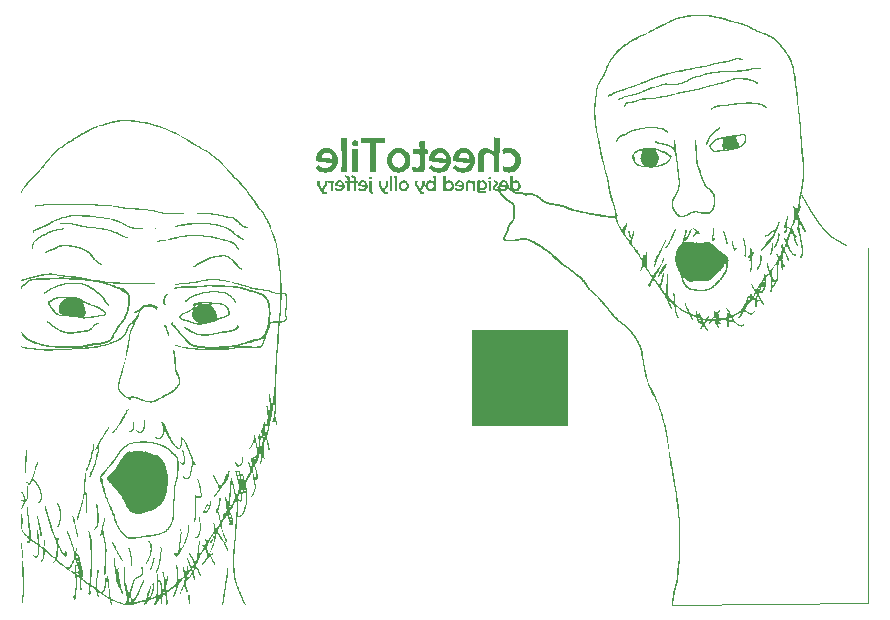
<source format=gbr>
%TF.GenerationSoftware,KiCad,Pcbnew,9.0.6*%
%TF.CreationDate,2025-12-14T11:47:41+00:00*%
%TF.ProjectId,cheetoTile,63686565-746f-4546-996c-652e6b696361,rev?*%
%TF.SameCoordinates,Original*%
%TF.FileFunction,Legend,Bot*%
%TF.FilePolarity,Positive*%
%FSLAX46Y46*%
G04 Gerber Fmt 4.6, Leading zero omitted, Abs format (unit mm)*
G04 Created by KiCad (PCBNEW 9.0.6) date 2025-12-14 11:47:41*
%MOMM*%
%LPD*%
G01*
G04 APERTURE LIST*
%ADD10C,0.000000*%
%ADD11C,0.100000*%
%ADD12R,1.700000X1.700000*%
%ADD13C,1.700000*%
G04 APERTURE END LIST*
D10*
G36*
X173169821Y-63251831D02*
G01*
X173317241Y-63257925D01*
X173628809Y-63283480D01*
X173970638Y-63327722D01*
X174352279Y-63391684D01*
X174783281Y-63476399D01*
X175273194Y-63582902D01*
X175537219Y-63643314D01*
X175651194Y-63670647D01*
X175754240Y-63696451D01*
X175847177Y-63721014D01*
X175930828Y-63744627D01*
X176006015Y-63767578D01*
X176073559Y-63790157D01*
X176134281Y-63812654D01*
X176189004Y-63835357D01*
X176238549Y-63858556D01*
X176283737Y-63882541D01*
X176325391Y-63907601D01*
X176364332Y-63934025D01*
X176401381Y-63962102D01*
X176437360Y-63992123D01*
X176468415Y-64021140D01*
X176500420Y-64054761D01*
X176532921Y-64092217D01*
X176565464Y-64132738D01*
X176597593Y-64175553D01*
X176628854Y-64219892D01*
X176658792Y-64264986D01*
X176686952Y-64310064D01*
X176712880Y-64354357D01*
X176736121Y-64397094D01*
X176756219Y-64437506D01*
X176772722Y-64474823D01*
X176785172Y-64508274D01*
X176793117Y-64537089D01*
X176795257Y-64549518D01*
X176796100Y-64560500D01*
X176795590Y-64569937D01*
X176793668Y-64577735D01*
X176789809Y-64587034D01*
X176786109Y-64595078D01*
X176784292Y-64598624D01*
X176782482Y-64601850D01*
X176780668Y-64604755D01*
X176778839Y-64607336D01*
X176776985Y-64609591D01*
X176775094Y-64611519D01*
X176773154Y-64613117D01*
X176771157Y-64614384D01*
X176769089Y-64615318D01*
X176766940Y-64615917D01*
X176764700Y-64616178D01*
X176762358Y-64616100D01*
X176759901Y-64615681D01*
X176757320Y-64614919D01*
X176754603Y-64613812D01*
X176751740Y-64612358D01*
X176748719Y-64610556D01*
X176745529Y-64608402D01*
X176742160Y-64605896D01*
X176738600Y-64603036D01*
X176730865Y-64596242D01*
X176722236Y-64588007D01*
X176712625Y-64578315D01*
X176701945Y-64567150D01*
X176694849Y-64559567D01*
X176686855Y-64550145D01*
X176668541Y-64526360D01*
X176647746Y-64496953D01*
X176625215Y-64463081D01*
X176601692Y-64425902D01*
X176577921Y-64386573D01*
X176554646Y-64346252D01*
X176532612Y-64306097D01*
X176516952Y-64278034D01*
X176501592Y-64251926D01*
X176486335Y-64227574D01*
X176470985Y-64204783D01*
X176455346Y-64183356D01*
X176439221Y-64163097D01*
X176422414Y-64143809D01*
X176404729Y-64125297D01*
X176385969Y-64107363D01*
X176365937Y-64089812D01*
X176344438Y-64072447D01*
X176321275Y-64055072D01*
X176296252Y-64037490D01*
X176269172Y-64019505D01*
X176239838Y-64000921D01*
X176208056Y-63981541D01*
X176117671Y-63932943D01*
X176016784Y-63888439D01*
X175894897Y-63845175D01*
X175741508Y-63800300D01*
X175546115Y-63750959D01*
X175298220Y-63694301D01*
X174602917Y-63547623D01*
X174306060Y-63488230D01*
X174054347Y-63441570D01*
X173837692Y-63406485D01*
X173739359Y-63392922D01*
X173646007Y-63381818D01*
X173556376Y-63373030D01*
X173469204Y-63366412D01*
X173383232Y-63361820D01*
X173297198Y-63359108D01*
X173119899Y-63358750D01*
X172927222Y-63364179D01*
X172678459Y-63376609D01*
X172448547Y-63393503D01*
X172230210Y-63416020D01*
X172016174Y-63445317D01*
X171799160Y-63482552D01*
X171571894Y-63528881D01*
X171327099Y-63585464D01*
X171057500Y-63653457D01*
X170974810Y-63674507D01*
X170886458Y-63695191D01*
X170698548Y-63734651D01*
X170505347Y-63770225D01*
X170318430Y-63800301D01*
X170149373Y-63823266D01*
X170009750Y-63837508D01*
X169954594Y-63840854D01*
X169911138Y-63841414D01*
X169880828Y-63838988D01*
X169871055Y-63836592D01*
X169865111Y-63833373D01*
X169861061Y-63828053D01*
X169858797Y-63822684D01*
X169858266Y-63817280D01*
X169859413Y-63811855D01*
X169862186Y-63806422D01*
X169866530Y-63800995D01*
X169879719Y-63790213D01*
X169898550Y-63779617D01*
X169922596Y-63769315D01*
X169951427Y-63759417D01*
X169984615Y-63750030D01*
X170021729Y-63741263D01*
X170062343Y-63733224D01*
X170106026Y-63726023D01*
X170152349Y-63719768D01*
X170200885Y-63714567D01*
X170251203Y-63710529D01*
X170302875Y-63707761D01*
X170355472Y-63706374D01*
X170411848Y-63704514D01*
X170473102Y-63698106D01*
X170544112Y-63685910D01*
X170629757Y-63666686D01*
X170734915Y-63639195D01*
X170864464Y-63602194D01*
X171023283Y-63554445D01*
X171216250Y-63494707D01*
X171306959Y-63470853D01*
X171425326Y-63444767D01*
X171566926Y-63417192D01*
X171727337Y-63388874D01*
X171902134Y-63360555D01*
X172086894Y-63332981D01*
X172277194Y-63306895D01*
X172468610Y-63283040D01*
X172746692Y-63258738D01*
X173026385Y-63250022D01*
X173169821Y-63251831D01*
G37*
G36*
X161351759Y-85928048D02*
G01*
X161356924Y-85928541D01*
X161362353Y-85929439D01*
X161368015Y-85930733D01*
X161379923Y-85934459D01*
X161392410Y-85939633D01*
X161405238Y-85946165D01*
X161418169Y-85953969D01*
X161430966Y-85962957D01*
X161443391Y-85973040D01*
X161455206Y-85984130D01*
X161460810Y-85990026D01*
X161466173Y-85996141D01*
X161471265Y-86002464D01*
X161476055Y-86008983D01*
X161492195Y-86034240D01*
X161508763Y-86064684D01*
X161525611Y-86099800D01*
X161542587Y-86139071D01*
X161559543Y-86181980D01*
X161576328Y-86228010D01*
X161608788Y-86327367D01*
X161638767Y-86433007D01*
X161665067Y-86540796D01*
X161686489Y-86646602D01*
X161694996Y-86697468D01*
X161701833Y-86746288D01*
X161707304Y-86800605D01*
X161710542Y-86858695D01*
X161711631Y-86920030D01*
X161710653Y-86984083D01*
X161707690Y-87050327D01*
X161702825Y-87118236D01*
X161696142Y-87187281D01*
X161687722Y-87256935D01*
X161677649Y-87326673D01*
X161666004Y-87395966D01*
X161652871Y-87464287D01*
X161638333Y-87531110D01*
X161622472Y-87595907D01*
X161605370Y-87658151D01*
X161587111Y-87717315D01*
X161567777Y-87772872D01*
X161552800Y-87811540D01*
X161538246Y-87846901D01*
X161524044Y-87879038D01*
X161510121Y-87908032D01*
X161503241Y-87921377D01*
X161496404Y-87933967D01*
X161489600Y-87945813D01*
X161482822Y-87956926D01*
X161476058Y-87967314D01*
X161469301Y-87976990D01*
X161462542Y-87985963D01*
X161455771Y-87994243D01*
X161448979Y-88001842D01*
X161442157Y-88008768D01*
X161435297Y-88015033D01*
X161428389Y-88020647D01*
X161421424Y-88025620D01*
X161414393Y-88029963D01*
X161407288Y-88033685D01*
X161400098Y-88036798D01*
X161392815Y-88039311D01*
X161385430Y-88041235D01*
X161377935Y-88042581D01*
X161370319Y-88043358D01*
X161362573Y-88043576D01*
X161354690Y-88043247D01*
X161346659Y-88042381D01*
X161338472Y-88040987D01*
X161329212Y-88038984D01*
X161321281Y-88036873D01*
X161314683Y-88034544D01*
X161311885Y-88033265D01*
X161309423Y-88031890D01*
X161307297Y-88030407D01*
X161305507Y-88028802D01*
X161304054Y-88027062D01*
X161302939Y-88025172D01*
X161302163Y-88023119D01*
X161301726Y-88020890D01*
X161301628Y-88018471D01*
X161301871Y-88015849D01*
X161302455Y-88013010D01*
X161303381Y-88009940D01*
X161304649Y-88006626D01*
X161306260Y-88003054D01*
X161310514Y-87995083D01*
X161316148Y-87985918D01*
X161323166Y-87975451D01*
X161331575Y-87963574D01*
X161352583Y-87935152D01*
X161369852Y-87911172D01*
X161387213Y-87883041D01*
X161404595Y-87850994D01*
X161421926Y-87815262D01*
X161439133Y-87776078D01*
X161456143Y-87733675D01*
X161489284Y-87640141D01*
X161520773Y-87536520D01*
X161550028Y-87424672D01*
X161576473Y-87306457D01*
X161599528Y-87183736D01*
X161610862Y-87106283D01*
X161615023Y-87071966D01*
X161618104Y-87039702D01*
X161620048Y-87008823D01*
X161620798Y-86978662D01*
X161620297Y-86948552D01*
X161618490Y-86917828D01*
X161615317Y-86885822D01*
X161610724Y-86851868D01*
X161604653Y-86815299D01*
X161597047Y-86775449D01*
X161577004Y-86683237D01*
X161550139Y-86569900D01*
X161530729Y-86492999D01*
X161509955Y-86417049D01*
X161488437Y-86343992D01*
X161466795Y-86275772D01*
X161445649Y-86214332D01*
X161425619Y-86161615D01*
X161416217Y-86139135D01*
X161407326Y-86119565D01*
X161399024Y-86103147D01*
X161391389Y-86090124D01*
X161377216Y-86066559D01*
X161363993Y-86043821D01*
X161352011Y-86022407D01*
X161341559Y-86002811D01*
X161336997Y-85993850D01*
X161332925Y-85985530D01*
X161329381Y-85977913D01*
X161326400Y-85971061D01*
X161324019Y-85965035D01*
X161322273Y-85959898D01*
X161321199Y-85955712D01*
X161320925Y-85953994D01*
X161320833Y-85952538D01*
X161321138Y-85947844D01*
X161322034Y-85943677D01*
X161323490Y-85940025D01*
X161325477Y-85936877D01*
X161327966Y-85934223D01*
X161330925Y-85932052D01*
X161334327Y-85930352D01*
X161338141Y-85929112D01*
X161342338Y-85928323D01*
X161346887Y-85927971D01*
X161351759Y-85928048D01*
G37*
G36*
X174388128Y-85823138D02*
G01*
X174393069Y-85823699D01*
X174397865Y-85824659D01*
X174402485Y-85826012D01*
X174406899Y-85827751D01*
X174411077Y-85829870D01*
X174414987Y-85832363D01*
X174418601Y-85835222D01*
X174421887Y-85838442D01*
X174424815Y-85842016D01*
X174427355Y-85845937D01*
X174429477Y-85850200D01*
X174431149Y-85854797D01*
X174432342Y-85859722D01*
X174433026Y-85864968D01*
X174433169Y-85870530D01*
X174432742Y-85876401D01*
X174431715Y-85882574D01*
X174430056Y-85889043D01*
X174399629Y-85993992D01*
X174377966Y-86072595D01*
X174355971Y-86157152D01*
X174341156Y-86209900D01*
X174324594Y-86262125D01*
X174306440Y-86313554D01*
X174286849Y-86363914D01*
X174265977Y-86412930D01*
X174243979Y-86460328D01*
X174221009Y-86505835D01*
X174197222Y-86549177D01*
X174172774Y-86590079D01*
X174147819Y-86628269D01*
X174122513Y-86663471D01*
X174097011Y-86695413D01*
X174071468Y-86723820D01*
X174046038Y-86748419D01*
X174033414Y-86759204D01*
X174020876Y-86768935D01*
X174008445Y-86777576D01*
X173996139Y-86785094D01*
X173978030Y-86796256D01*
X173961901Y-86805924D01*
X173947498Y-86814093D01*
X173934568Y-86820758D01*
X173928576Y-86823526D01*
X173922857Y-86825915D01*
X173917380Y-86827926D01*
X173912113Y-86829557D01*
X173907024Y-86830809D01*
X173902081Y-86831680D01*
X173897254Y-86832171D01*
X173892510Y-86832279D01*
X173887818Y-86832005D01*
X173883145Y-86831348D01*
X173878462Y-86830307D01*
X173873734Y-86828882D01*
X173868932Y-86827072D01*
X173864023Y-86824876D01*
X173858977Y-86822294D01*
X173853760Y-86819325D01*
X173848341Y-86815969D01*
X173842690Y-86812224D01*
X173830560Y-86803567D01*
X173817119Y-86793350D01*
X173802111Y-86781566D01*
X173713917Y-86711013D01*
X173847973Y-86435848D01*
X173877190Y-86376608D01*
X173904114Y-86323089D01*
X173928929Y-86275058D01*
X173951821Y-86232283D01*
X173972978Y-86194530D01*
X173982963Y-86177465D01*
X173992584Y-86161568D01*
X174001864Y-86146811D01*
X174010826Y-86133164D01*
X174019493Y-86120599D01*
X174027889Y-86109085D01*
X174036037Y-86098595D01*
X174043961Y-86089099D01*
X174051682Y-86080568D01*
X174059226Y-86072974D01*
X174066614Y-86066286D01*
X174073871Y-86060475D01*
X174081019Y-86055514D01*
X174088082Y-86051373D01*
X174095083Y-86048022D01*
X174102045Y-86045432D01*
X174108992Y-86043575D01*
X174115946Y-86042422D01*
X174122931Y-86041943D01*
X174129971Y-86042109D01*
X174137088Y-86042892D01*
X174144306Y-86044262D01*
X174152319Y-86045806D01*
X174159134Y-86047852D01*
X174162079Y-86049090D01*
X174164708Y-86050486D01*
X174167017Y-86052052D01*
X174169001Y-86053798D01*
X174170653Y-86055735D01*
X174171970Y-86057874D01*
X174172946Y-86060227D01*
X174173576Y-86062804D01*
X174173854Y-86065615D01*
X174173775Y-86068673D01*
X174173335Y-86071988D01*
X174172528Y-86075571D01*
X174171349Y-86079433D01*
X174169793Y-86083586D01*
X174165527Y-86092804D01*
X174159691Y-86103314D01*
X174152243Y-86115204D01*
X174143141Y-86128562D01*
X174132344Y-86143475D01*
X174119811Y-86160032D01*
X174105500Y-86178319D01*
X174085448Y-86206846D01*
X174065137Y-86237857D01*
X174044806Y-86270864D01*
X174024692Y-86305374D01*
X174005032Y-86340897D01*
X173986066Y-86376943D01*
X173968029Y-86413019D01*
X173951160Y-86448635D01*
X173935697Y-86483300D01*
X173921877Y-86516524D01*
X173909938Y-86547815D01*
X173900117Y-86576682D01*
X173892653Y-86602635D01*
X173887784Y-86625182D01*
X173885746Y-86643832D01*
X173885863Y-86651543D01*
X173886777Y-86658095D01*
X173891575Y-86672644D01*
X173897959Y-86683330D01*
X173905820Y-86690319D01*
X173915048Y-86693780D01*
X173925534Y-86693879D01*
X173937170Y-86690783D01*
X173949846Y-86684661D01*
X173963452Y-86675679D01*
X173993020Y-86649806D01*
X174025002Y-86614501D01*
X174058524Y-86571104D01*
X174092712Y-86520953D01*
X174126694Y-86465386D01*
X174159595Y-86405742D01*
X174190543Y-86343359D01*
X174218665Y-86279576D01*
X174243086Y-86215731D01*
X174262934Y-86153162D01*
X174277335Y-86093207D01*
X174285416Y-86037206D01*
X174288379Y-86008213D01*
X174291921Y-85979881D01*
X174295958Y-85952871D01*
X174300410Y-85927846D01*
X174302764Y-85916284D01*
X174305191Y-85905467D01*
X174307681Y-85895476D01*
X174310221Y-85886394D01*
X174312803Y-85878305D01*
X174315417Y-85871291D01*
X174318050Y-85865434D01*
X174320695Y-85860818D01*
X174324483Y-85855111D01*
X174328550Y-85849895D01*
X174332867Y-85845161D01*
X174337403Y-85840905D01*
X174342128Y-85837118D01*
X174347011Y-85833796D01*
X174352022Y-85830931D01*
X174357130Y-85828516D01*
X174362306Y-85826546D01*
X174367518Y-85825015D01*
X174372737Y-85823914D01*
X174377932Y-85823239D01*
X174383072Y-85822982D01*
X174388128Y-85823138D01*
G37*
G36*
X162547856Y-68496836D02*
G01*
X162652707Y-68501602D01*
X162749332Y-68508994D01*
X162838660Y-68519144D01*
X162921621Y-68532189D01*
X162999146Y-68548262D01*
X163072165Y-68567498D01*
X163141607Y-68590031D01*
X163208404Y-68615995D01*
X163273486Y-68645524D01*
X163337781Y-68678754D01*
X163402222Y-68715818D01*
X163525908Y-68786635D01*
X163666750Y-68861669D01*
X163816770Y-68937199D01*
X163967989Y-69009505D01*
X164112429Y-69074865D01*
X164242109Y-69129560D01*
X164349051Y-69169867D01*
X164391503Y-69183463D01*
X164425278Y-69192068D01*
X164496265Y-69209461D01*
X164570998Y-69232162D01*
X164648512Y-69259607D01*
X164727840Y-69291232D01*
X164808015Y-69326474D01*
X164888071Y-69364771D01*
X164967042Y-69405558D01*
X165043962Y-69448273D01*
X165117863Y-69492352D01*
X165187781Y-69537232D01*
X165252747Y-69582350D01*
X165311797Y-69627142D01*
X165363964Y-69671045D01*
X165408280Y-69713497D01*
X165427193Y-69734002D01*
X165443781Y-69753933D01*
X165457924Y-69773219D01*
X165469500Y-69791790D01*
X165475286Y-69803309D01*
X165480731Y-69815313D01*
X165485824Y-69827710D01*
X165490556Y-69840407D01*
X165494916Y-69853311D01*
X165498893Y-69866328D01*
X165502478Y-69879366D01*
X165505659Y-69892331D01*
X165508428Y-69905131D01*
X165510772Y-69917673D01*
X165512682Y-69929863D01*
X165514148Y-69941609D01*
X165515159Y-69952818D01*
X165515705Y-69963396D01*
X165515776Y-69973250D01*
X165515361Y-69982288D01*
X165512455Y-69996122D01*
X165508815Y-70008623D01*
X165504121Y-70019945D01*
X165498053Y-70030245D01*
X165490289Y-70039676D01*
X165480510Y-70048394D01*
X165468396Y-70056553D01*
X165453625Y-70064310D01*
X165435877Y-70071819D01*
X165414833Y-70079234D01*
X165390171Y-70086712D01*
X165361572Y-70094406D01*
X165291278Y-70111067D01*
X165201388Y-70130456D01*
X165022474Y-70167820D01*
X164848583Y-70201831D01*
X164680273Y-70232442D01*
X164518102Y-70259606D01*
X164362629Y-70283276D01*
X164214410Y-70303407D01*
X164074005Y-70319951D01*
X163941972Y-70332862D01*
X163818869Y-70342094D01*
X163705253Y-70347600D01*
X163601683Y-70349334D01*
X163508717Y-70347249D01*
X163426913Y-70341298D01*
X163356830Y-70331436D01*
X163299024Y-70317615D01*
X163274901Y-70309205D01*
X163254056Y-70299789D01*
X163247376Y-70296444D01*
X163239317Y-70293043D01*
X163229987Y-70289611D01*
X163219494Y-70286174D01*
X163195454Y-70279387D01*
X163168066Y-70272890D01*
X163138197Y-70266889D01*
X163106716Y-70261591D01*
X163074490Y-70257203D01*
X163042389Y-70253930D01*
X162628280Y-70202165D01*
X163380650Y-70202165D01*
X163380752Y-70203994D01*
X163381807Y-70205911D01*
X163383825Y-70207908D01*
X163386818Y-70209977D01*
X163390797Y-70212110D01*
X163395773Y-70214297D01*
X163401756Y-70216530D01*
X163408758Y-70218802D01*
X163425862Y-70223426D01*
X163447173Y-70228102D01*
X163472777Y-70232763D01*
X163512977Y-70236678D01*
X163567662Y-70237958D01*
X163713934Y-70233314D01*
X163898488Y-70220237D01*
X164108219Y-70200131D01*
X164330021Y-70174403D01*
X164550789Y-70144458D01*
X164757419Y-70111702D01*
X164936806Y-70077540D01*
X164988358Y-70065999D01*
X165039001Y-70055326D01*
X165087494Y-70045728D01*
X165132597Y-70037412D01*
X165173070Y-70030584D01*
X165207673Y-70025451D01*
X165235164Y-70022219D01*
X165245856Y-70021381D01*
X165254305Y-70021096D01*
X165264382Y-70020952D01*
X165274105Y-70020521D01*
X165283473Y-70019805D01*
X165292484Y-70018808D01*
X165301135Y-70017532D01*
X165309426Y-70015980D01*
X165317353Y-70014154D01*
X165324916Y-70012056D01*
X165332112Y-70009690D01*
X165338938Y-70007057D01*
X165345394Y-70004161D01*
X165351478Y-70001004D01*
X165357186Y-69997589D01*
X165362518Y-69993917D01*
X165367472Y-69989993D01*
X165372045Y-69985818D01*
X165376236Y-69981395D01*
X165380042Y-69976726D01*
X165383462Y-69971815D01*
X165386494Y-69966663D01*
X165389135Y-69961274D01*
X165391385Y-69955649D01*
X165393240Y-69949792D01*
X165394700Y-69943705D01*
X165395762Y-69937391D01*
X165396423Y-69930852D01*
X165396683Y-69924091D01*
X165396540Y-69917110D01*
X165395990Y-69909912D01*
X165395033Y-69902499D01*
X165393667Y-69894875D01*
X165391889Y-69887041D01*
X165387114Y-69874879D01*
X165379488Y-69861594D01*
X165356184Y-69831961D01*
X165322979Y-69798752D01*
X165280874Y-69762576D01*
X165230874Y-69724045D01*
X165173980Y-69683766D01*
X165111195Y-69642351D01*
X165043521Y-69600408D01*
X164971961Y-69558548D01*
X164897518Y-69517381D01*
X164821193Y-69477516D01*
X164743990Y-69439563D01*
X164666912Y-69404131D01*
X164590959Y-69371832D01*
X164517136Y-69343274D01*
X164446445Y-69319066D01*
X164376736Y-69296915D01*
X164301530Y-69270836D01*
X164223264Y-69241862D01*
X164144378Y-69211029D01*
X164067312Y-69179369D01*
X163994503Y-69147915D01*
X163928392Y-69117702D01*
X163871417Y-69089762D01*
X163819513Y-69064048D01*
X163770379Y-69040152D01*
X163725131Y-69018572D01*
X163684885Y-68999804D01*
X163650758Y-68984343D01*
X163623866Y-68972685D01*
X163605324Y-68965326D01*
X163599534Y-68963414D01*
X163596250Y-68962763D01*
X163590801Y-68963381D01*
X163586397Y-68965388D01*
X163583088Y-68969018D01*
X163580926Y-68974504D01*
X163579963Y-68982077D01*
X163580251Y-68991970D01*
X163581841Y-69004416D01*
X163584785Y-69019648D01*
X163594941Y-69059397D01*
X163611133Y-69113079D01*
X163633774Y-69182553D01*
X163663278Y-69269680D01*
X163680565Y-69324581D01*
X163697729Y-69384773D01*
X163714313Y-69448273D01*
X163729864Y-69513096D01*
X163743927Y-69577257D01*
X163756047Y-69638773D01*
X163765769Y-69695659D01*
X163772639Y-69745930D01*
X163776303Y-69783452D01*
X163779301Y-69816912D01*
X163781545Y-69846714D01*
X163782946Y-69873260D01*
X163783418Y-69896954D01*
X163783277Y-69907857D01*
X163782871Y-69918198D01*
X163782188Y-69928027D01*
X163781218Y-69937396D01*
X163779949Y-69946353D01*
X163778371Y-69954950D01*
X163776473Y-69963237D01*
X163774243Y-69971264D01*
X163771671Y-69979082D01*
X163768746Y-69986741D01*
X163765456Y-69994292D01*
X163761791Y-70001784D01*
X163757740Y-70009269D01*
X163753291Y-70016796D01*
X163748434Y-70024416D01*
X163743158Y-70032180D01*
X163731304Y-70048339D01*
X163717642Y-70065677D01*
X163702083Y-70084595D01*
X163690801Y-70097489D01*
X163679463Y-70109696D01*
X163668093Y-70121190D01*
X163656718Y-70131945D01*
X163645364Y-70141934D01*
X163634056Y-70151134D01*
X163622821Y-70159516D01*
X163611684Y-70167057D01*
X163600671Y-70173729D01*
X163589808Y-70179507D01*
X163579120Y-70184366D01*
X163568634Y-70188278D01*
X163558375Y-70191220D01*
X163553339Y-70192318D01*
X163548370Y-70193163D01*
X163543470Y-70193753D01*
X163538644Y-70194084D01*
X163533893Y-70194152D01*
X163529222Y-70193955D01*
X163499637Y-70191794D01*
X163473116Y-70190559D01*
X163449747Y-70190181D01*
X163429618Y-70190594D01*
X163412817Y-70191730D01*
X163399432Y-70193522D01*
X163394048Y-70194644D01*
X163389550Y-70195904D01*
X163385951Y-70197294D01*
X163383260Y-70198807D01*
X163381490Y-70200434D01*
X163380650Y-70202165D01*
X162628280Y-70202165D01*
X162590833Y-70197484D01*
X162525218Y-70189747D01*
X162454187Y-70182546D01*
X162379931Y-70176090D01*
X162304642Y-70170585D01*
X162230511Y-70166237D01*
X162159728Y-70163254D01*
X162094485Y-70161842D01*
X162036972Y-70162208D01*
X161981913Y-70161084D01*
X161921272Y-70157853D01*
X161857076Y-70152719D01*
X161791351Y-70145891D01*
X161726121Y-70137574D01*
X161663414Y-70127975D01*
X161605253Y-70117302D01*
X161553667Y-70105761D01*
X161515354Y-70096125D01*
X161480823Y-70086882D01*
X161449642Y-70077763D01*
X161421375Y-70068499D01*
X161395588Y-70058822D01*
X161371848Y-70048463D01*
X161349720Y-70037153D01*
X161339125Y-70031057D01*
X161328771Y-70024623D01*
X161308565Y-70010605D01*
X161288670Y-69994830D01*
X161268650Y-69977029D01*
X161248073Y-69956934D01*
X161226503Y-69934275D01*
X161203507Y-69908785D01*
X161178651Y-69880194D01*
X161151500Y-69848234D01*
X161003774Y-69675373D01*
X160934707Y-69595227D01*
X160904990Y-69561644D01*
X160879861Y-69534263D01*
X160858075Y-69508034D01*
X160834062Y-69476240D01*
X160808323Y-69439764D01*
X160781359Y-69399490D01*
X160725762Y-69311082D01*
X160671281Y-69218085D01*
X160621927Y-69127568D01*
X160600425Y-69085449D01*
X160588906Y-69061539D01*
X160756389Y-69061539D01*
X160758118Y-69075916D01*
X160763279Y-69093868D01*
X160771830Y-69115335D01*
X160783729Y-69140254D01*
X160798936Y-69168562D01*
X160817408Y-69200198D01*
X160863986Y-69273207D01*
X160923131Y-69358783D01*
X160994514Y-69456431D01*
X161077802Y-69565654D01*
X161172667Y-69685956D01*
X161207224Y-69727515D01*
X161243250Y-69767405D01*
X161280474Y-69805445D01*
X161318628Y-69841454D01*
X161357444Y-69875251D01*
X161396653Y-69906656D01*
X161435985Y-69935487D01*
X161475173Y-69961564D01*
X161513948Y-69984705D01*
X161552040Y-70004731D01*
X161589182Y-70021459D01*
X161625104Y-70034710D01*
X161659538Y-70044302D01*
X161676112Y-70047669D01*
X161692214Y-70050054D01*
X161707810Y-70051434D01*
X161722865Y-70051786D01*
X161737347Y-70051088D01*
X161751222Y-70049317D01*
X161777818Y-70044432D01*
X161788212Y-70042193D01*
X161796642Y-70040002D01*
X161803088Y-70037789D01*
X161805560Y-70036654D01*
X161807529Y-70035489D01*
X161808991Y-70034285D01*
X161809944Y-70033033D01*
X161810385Y-70031727D01*
X161810312Y-70030356D01*
X161809723Y-70028913D01*
X161808614Y-70027389D01*
X161806983Y-70025776D01*
X161804828Y-70024066D01*
X161798933Y-70020318D01*
X161790910Y-70016080D01*
X161780736Y-70011284D01*
X161768393Y-70005862D01*
X161737111Y-69992875D01*
X161703024Y-69978077D01*
X161672109Y-69962633D01*
X161644233Y-69946311D01*
X161619261Y-69928878D01*
X161597059Y-69910101D01*
X161586955Y-69900136D01*
X161577493Y-69889748D01*
X161568656Y-69878908D01*
X161560427Y-69867587D01*
X161552791Y-69855755D01*
X161545729Y-69843384D01*
X161539225Y-69830445D01*
X161533263Y-69816908D01*
X161522895Y-69787925D01*
X161514491Y-69756203D01*
X161507916Y-69721510D01*
X161503036Y-69683613D01*
X161499716Y-69642279D01*
X161497823Y-69597277D01*
X161497222Y-69548373D01*
X161498382Y-69495731D01*
X161500715Y-69447225D01*
X161504485Y-69402273D01*
X161509955Y-69360298D01*
X161517389Y-69320721D01*
X161527050Y-69282963D01*
X161539201Y-69246445D01*
X161554107Y-69210589D01*
X161572031Y-69174815D01*
X161593237Y-69138545D01*
X161617987Y-69101200D01*
X161646546Y-69062202D01*
X161679177Y-69020971D01*
X161716144Y-68976928D01*
X161757710Y-68929496D01*
X161804139Y-68878095D01*
X161829291Y-68850756D01*
X161853218Y-68825571D01*
X161876018Y-68802464D01*
X161897790Y-68781357D01*
X161918632Y-68762173D01*
X161938642Y-68744833D01*
X161957918Y-68729260D01*
X161976559Y-68715377D01*
X161994662Y-68703107D01*
X162012326Y-68692371D01*
X162029649Y-68683092D01*
X162046729Y-68675193D01*
X162063664Y-68668597D01*
X162080552Y-68663225D01*
X162097493Y-68659000D01*
X162114583Y-68655845D01*
X162127718Y-68653701D01*
X162140621Y-68651263D01*
X162153224Y-68648567D01*
X162165460Y-68645648D01*
X162177262Y-68642543D01*
X162188563Y-68639288D01*
X162199295Y-68635920D01*
X162209392Y-68632474D01*
X162218786Y-68628987D01*
X162227410Y-68625494D01*
X162235197Y-68622032D01*
X162242079Y-68618638D01*
X162247990Y-68615347D01*
X162252862Y-68612195D01*
X162256629Y-68609219D01*
X162258076Y-68607808D01*
X162259222Y-68606455D01*
X162261334Y-68600256D01*
X162259580Y-68594894D01*
X162253734Y-68590379D01*
X162243568Y-68586722D01*
X162228854Y-68583933D01*
X162209365Y-68582023D01*
X162155153Y-68580880D01*
X162079113Y-68583374D01*
X161979425Y-68589589D01*
X161854272Y-68599608D01*
X161701833Y-68613512D01*
X161661565Y-68617431D01*
X161620871Y-68622536D01*
X161538653Y-68636091D01*
X161456073Y-68653750D01*
X161374026Y-68675083D01*
X161293404Y-68699661D01*
X161215103Y-68727055D01*
X161140017Y-68756837D01*
X161069038Y-68788578D01*
X161003062Y-68821848D01*
X160942982Y-68856219D01*
X160915433Y-68873683D01*
X160889692Y-68891261D01*
X160865873Y-68908901D01*
X160844087Y-68926547D01*
X160824445Y-68944147D01*
X160807060Y-68961646D01*
X160792043Y-68978992D01*
X160779505Y-68996131D01*
X160769559Y-69013008D01*
X160762317Y-69029572D01*
X160757889Y-69045766D01*
X160756389Y-69061539D01*
X160588906Y-69061539D01*
X160581709Y-69046601D01*
X160566279Y-69011908D01*
X160554637Y-68982254D01*
X160547284Y-68958521D01*
X160545373Y-68949152D01*
X160544722Y-68941595D01*
X160544917Y-68939539D01*
X160545495Y-68937345D01*
X160547761Y-68932569D01*
X160551443Y-68927317D01*
X160556463Y-68921641D01*
X160562744Y-68915594D01*
X160570209Y-68909226D01*
X160578779Y-68902589D01*
X160588378Y-68895735D01*
X160598928Y-68888716D01*
X160610351Y-68881583D01*
X160622570Y-68874388D01*
X160635507Y-68867182D01*
X160649085Y-68860018D01*
X160663227Y-68852947D01*
X160677854Y-68846021D01*
X160692889Y-68839290D01*
X160724632Y-68826158D01*
X160758318Y-68810958D01*
X160792914Y-68794269D01*
X160827385Y-68776672D01*
X160860699Y-68758743D01*
X160891822Y-68741063D01*
X160919721Y-68724210D01*
X160943361Y-68708762D01*
X160977189Y-68685846D01*
X161012738Y-68664672D01*
X161050323Y-68645162D01*
X161090260Y-68627238D01*
X161132863Y-68610823D01*
X161178447Y-68595839D01*
X161227329Y-68582210D01*
X161279823Y-68569857D01*
X161336244Y-68558702D01*
X161396908Y-68548669D01*
X161462129Y-68539680D01*
X161532224Y-68531657D01*
X161688294Y-68518200D01*
X161867639Y-68507679D01*
X162027577Y-68501335D01*
X162174638Y-68496944D01*
X162309751Y-68494641D01*
X162433847Y-68494560D01*
X162547856Y-68496836D01*
G37*
G36*
X219954429Y-52036978D02*
G01*
X220127904Y-52049622D01*
X220329532Y-52068673D01*
X220538270Y-52091858D01*
X220733077Y-52116904D01*
X220892908Y-52141537D01*
X220953132Y-52152987D01*
X220996722Y-52163482D01*
X221020335Y-52171264D01*
X221044161Y-52180014D01*
X221068121Y-52189668D01*
X221092138Y-52200159D01*
X221116134Y-52211423D01*
X221140032Y-52223394D01*
X221187223Y-52249197D01*
X221233092Y-52277047D01*
X221277017Y-52306420D01*
X221318379Y-52336797D01*
X221356557Y-52367653D01*
X221390932Y-52398469D01*
X221406500Y-52413698D01*
X221420884Y-52428721D01*
X221434007Y-52443473D01*
X221445792Y-52457888D01*
X221456161Y-52471901D01*
X221465036Y-52485448D01*
X221472340Y-52498462D01*
X221477996Y-52510878D01*
X221481926Y-52522632D01*
X221484053Y-52533658D01*
X221484298Y-52543890D01*
X221482585Y-52553265D01*
X221478836Y-52561715D01*
X221472973Y-52569176D01*
X221470814Y-52570976D01*
X221468311Y-52572407D01*
X221465470Y-52573473D01*
X221462300Y-52574180D01*
X221458807Y-52574529D01*
X221454997Y-52574526D01*
X221446460Y-52573477D01*
X221436744Y-52571064D01*
X221425907Y-52567318D01*
X221414005Y-52562269D01*
X221401096Y-52555949D01*
X221387236Y-52548388D01*
X221372482Y-52539619D01*
X221356891Y-52529671D01*
X221340519Y-52518576D01*
X221323424Y-52506364D01*
X221305661Y-52493068D01*
X221287290Y-52478717D01*
X221268365Y-52463343D01*
X221232438Y-52434330D01*
X221198407Y-52408015D01*
X221165772Y-52384201D01*
X221134031Y-52362692D01*
X221102683Y-52343291D01*
X221071227Y-52325802D01*
X221039160Y-52310029D01*
X221005983Y-52295775D01*
X220971193Y-52282844D01*
X220934290Y-52271039D01*
X220894772Y-52260165D01*
X220852138Y-52250024D01*
X220805887Y-52240421D01*
X220755517Y-52231159D01*
X220640417Y-52212872D01*
X220431989Y-52184312D01*
X220238362Y-52164972D01*
X220048207Y-52155140D01*
X219850197Y-52155106D01*
X219633005Y-52165159D01*
X219385302Y-52185589D01*
X219095762Y-52216684D01*
X218753057Y-52258735D01*
X218552636Y-52283207D01*
X218305910Y-52311650D01*
X218044633Y-52340093D01*
X217800555Y-52364568D01*
X217696815Y-52375786D01*
X217601002Y-52387009D01*
X217512775Y-52398325D01*
X217431793Y-52409822D01*
X217357715Y-52421587D01*
X217290199Y-52433710D01*
X217228906Y-52446276D01*
X217173493Y-52459375D01*
X217123620Y-52473095D01*
X217078945Y-52487522D01*
X217039128Y-52502745D01*
X217020935Y-52510682D01*
X217003828Y-52518852D01*
X216987765Y-52527264D01*
X216972703Y-52535930D01*
X216958599Y-52544861D01*
X216945412Y-52554068D01*
X216933098Y-52563562D01*
X216921615Y-52573353D01*
X216910919Y-52583453D01*
X216900970Y-52593873D01*
X216894827Y-52600363D01*
X216888327Y-52606596D01*
X216881507Y-52612566D01*
X216874403Y-52618265D01*
X216867050Y-52623684D01*
X216859486Y-52628817D01*
X216851746Y-52633655D01*
X216843866Y-52638191D01*
X216835883Y-52642417D01*
X216827833Y-52646325D01*
X216819752Y-52649907D01*
X216811676Y-52653156D01*
X216803641Y-52656064D01*
X216795684Y-52658623D01*
X216787840Y-52660826D01*
X216780147Y-52662664D01*
X216772639Y-52664130D01*
X216765353Y-52665217D01*
X216758326Y-52665916D01*
X216751594Y-52666219D01*
X216745192Y-52666120D01*
X216739157Y-52665609D01*
X216733525Y-52664680D01*
X216728332Y-52663325D01*
X216723615Y-52661536D01*
X216719409Y-52659304D01*
X216715752Y-52656624D01*
X216712678Y-52653486D01*
X216710224Y-52649883D01*
X216708426Y-52645807D01*
X216707321Y-52641250D01*
X216706945Y-52636205D01*
X216707475Y-52631582D01*
X216709035Y-52626335D01*
X216715069Y-52614123D01*
X216724688Y-52599875D01*
X216737538Y-52583896D01*
X216753261Y-52566491D01*
X216771500Y-52547964D01*
X216791900Y-52528621D01*
X216814103Y-52508766D01*
X216837753Y-52488705D01*
X216862493Y-52468741D01*
X216887968Y-52449181D01*
X216913819Y-52430328D01*
X216939691Y-52412489D01*
X216965228Y-52395967D01*
X216990072Y-52381067D01*
X217013866Y-52368095D01*
X217026534Y-52362229D01*
X217040633Y-52356554D01*
X217056024Y-52351096D01*
X217072568Y-52345881D01*
X217090125Y-52340935D01*
X217108555Y-52336283D01*
X217147477Y-52327967D01*
X217188218Y-52321139D01*
X217229662Y-52316006D01*
X217250298Y-52314140D01*
X217270692Y-52312775D01*
X217290703Y-52311937D01*
X217310192Y-52311651D01*
X217400220Y-52309240D01*
X217511829Y-52302281D01*
X217641461Y-52291188D01*
X217785564Y-52276374D01*
X217940580Y-52258252D01*
X218102954Y-52237237D01*
X218269132Y-52213742D01*
X218435558Y-52188179D01*
X218506452Y-52177147D01*
X218592600Y-52165413D01*
X218797596Y-52140994D01*
X219024420Y-52117238D01*
X219246947Y-52096458D01*
X219350279Y-52088388D01*
X219447203Y-52080195D01*
X219535611Y-52072085D01*
X219613395Y-52064264D01*
X219678445Y-52056940D01*
X219728653Y-52050318D01*
X219747533Y-52047336D01*
X219761911Y-52044606D01*
X219771525Y-52042156D01*
X219776110Y-52040010D01*
X219793035Y-52035002D01*
X219830150Y-52033016D01*
X219954429Y-52036978D01*
G37*
G36*
X163128948Y-67344550D02*
G01*
X163228644Y-67347150D01*
X163317985Y-67351444D01*
X163398784Y-67357775D01*
X163472854Y-67366482D01*
X163542010Y-67377908D01*
X163608066Y-67392393D01*
X163672834Y-67410278D01*
X163738130Y-67431905D01*
X163805767Y-67457614D01*
X163877558Y-67487746D01*
X163955318Y-67522643D01*
X164136000Y-67608095D01*
X164181917Y-67630439D01*
X164225855Y-67652572D01*
X164267984Y-67674611D01*
X164308475Y-67696676D01*
X164347499Y-67718886D01*
X164385225Y-67741359D01*
X164421825Y-67764214D01*
X164457469Y-67787571D01*
X164492327Y-67811548D01*
X164526570Y-67836264D01*
X164560369Y-67861838D01*
X164593895Y-67888388D01*
X164627316Y-67916034D01*
X164660805Y-67944894D01*
X164694532Y-67975087D01*
X164728667Y-68006733D01*
X164838799Y-68107221D01*
X164953562Y-68210023D01*
X165059065Y-68302903D01*
X165141417Y-68373623D01*
X165158383Y-68387691D01*
X165176109Y-68403320D01*
X165194445Y-68420334D01*
X165213240Y-68438556D01*
X165251612Y-68477927D01*
X165290024Y-68520026D01*
X165327280Y-68563448D01*
X165362178Y-68606788D01*
X165378370Y-68627987D01*
X165393522Y-68648639D01*
X165407486Y-68668568D01*
X165420111Y-68687597D01*
X165475563Y-68774908D01*
X165540937Y-68875450D01*
X165667055Y-69068597D01*
X165679986Y-69088378D01*
X165692287Y-69107953D01*
X165703906Y-69127197D01*
X165714790Y-69145986D01*
X165724890Y-69164197D01*
X165734152Y-69181705D01*
X165742525Y-69198386D01*
X165749958Y-69214116D01*
X165756399Y-69228772D01*
X165761796Y-69242228D01*
X165766097Y-69254362D01*
X165769251Y-69265048D01*
X165771206Y-69274164D01*
X165771718Y-69278094D01*
X165771910Y-69281585D01*
X165771778Y-69284621D01*
X165771313Y-69287187D01*
X165770509Y-69289267D01*
X165769361Y-69290845D01*
X165764287Y-69295745D01*
X165758989Y-69299861D01*
X165753469Y-69303197D01*
X165747733Y-69305756D01*
X165741781Y-69307539D01*
X165735619Y-69308550D01*
X165729248Y-69308790D01*
X165722673Y-69308264D01*
X165715896Y-69306972D01*
X165708921Y-69304919D01*
X165701751Y-69302105D01*
X165694389Y-69298535D01*
X165679102Y-69289133D01*
X165663087Y-69276734D01*
X165646368Y-69261359D01*
X165628973Y-69243028D01*
X165610927Y-69221761D01*
X165592255Y-69197580D01*
X165572984Y-69170505D01*
X165553140Y-69140557D01*
X165532747Y-69107756D01*
X165511833Y-69072123D01*
X165481650Y-69020626D01*
X165448299Y-68967061D01*
X165412250Y-68912009D01*
X165373974Y-68856047D01*
X165333941Y-68799754D01*
X165292622Y-68743709D01*
X165250485Y-68688491D01*
X165208003Y-68634679D01*
X165165645Y-68582851D01*
X165123881Y-68533586D01*
X165083181Y-68487463D01*
X165044017Y-68445060D01*
X165006857Y-68406957D01*
X164972173Y-68373733D01*
X164940434Y-68345965D01*
X164912111Y-68324233D01*
X164885349Y-68305231D01*
X164853461Y-68280688D01*
X164817605Y-68251681D01*
X164778937Y-68219284D01*
X164738616Y-68184571D01*
X164697798Y-68148618D01*
X164657642Y-68112499D01*
X164619305Y-68077289D01*
X164575158Y-68037490D01*
X164522774Y-67995200D01*
X164463175Y-67950987D01*
X164397386Y-67905420D01*
X164326429Y-67859068D01*
X164251328Y-67812499D01*
X164173105Y-67766281D01*
X164092785Y-67720984D01*
X164011389Y-67677174D01*
X163929942Y-67635421D01*
X163849466Y-67596293D01*
X163770985Y-67560359D01*
X163695522Y-67528187D01*
X163624100Y-67500346D01*
X163557742Y-67477403D01*
X163497472Y-67459928D01*
X163433979Y-67445521D01*
X163365897Y-67433966D01*
X163290291Y-67425140D01*
X163204226Y-67418918D01*
X163104766Y-67415176D01*
X162988976Y-67413791D01*
X162853921Y-67414639D01*
X162696667Y-67417596D01*
X162507359Y-67421502D01*
X162358276Y-67426360D01*
X162295472Y-67429649D01*
X162238710Y-67433780D01*
X162186650Y-67438956D01*
X162137955Y-67445376D01*
X162091285Y-67453244D01*
X162045302Y-67462760D01*
X161998669Y-67474126D01*
X161950046Y-67487544D01*
X161898094Y-67503215D01*
X161841477Y-67521340D01*
X161708889Y-67565761D01*
X161617028Y-67597928D01*
X161522020Y-67633258D01*
X161326511Y-67711503D01*
X161130257Y-67796694D01*
X160941156Y-67885026D01*
X160767103Y-67972697D01*
X160688187Y-68015096D01*
X160615994Y-68055904D01*
X160551511Y-68094644D01*
X160495726Y-68130842D01*
X160449624Y-68164021D01*
X160414194Y-68193708D01*
X160404036Y-68203330D01*
X160394072Y-68212353D01*
X160384311Y-68220776D01*
X160374762Y-68228600D01*
X160365432Y-68235824D01*
X160356329Y-68242449D01*
X160347464Y-68248474D01*
X160338843Y-68253900D01*
X160330475Y-68258727D01*
X160322369Y-68262954D01*
X160314533Y-68266582D01*
X160306976Y-68269610D01*
X160299705Y-68272039D01*
X160292730Y-68273868D01*
X160286058Y-68275098D01*
X160279698Y-68275728D01*
X160273658Y-68275759D01*
X160267947Y-68275191D01*
X160262574Y-68274023D01*
X160257546Y-68272255D01*
X160252872Y-68269888D01*
X160248560Y-68266922D01*
X160244619Y-68263356D01*
X160241057Y-68259191D01*
X160237883Y-68254427D01*
X160235105Y-68249062D01*
X160232731Y-68243099D01*
X160230770Y-68236536D01*
X160229231Y-68229374D01*
X160228120Y-68221612D01*
X160227448Y-68213251D01*
X160227222Y-68204290D01*
X160230249Y-68188735D01*
X160239160Y-68171257D01*
X160273614Y-68131026D01*
X160328541Y-68084584D01*
X160401902Y-68032917D01*
X160491655Y-67977012D01*
X160595758Y-67917858D01*
X160712170Y-67856439D01*
X160838851Y-67793745D01*
X161114851Y-67668474D01*
X161407429Y-67549943D01*
X161554832Y-67495671D01*
X161700255Y-67446046D01*
X161841658Y-67402053D01*
X161977000Y-67364680D01*
X162005422Y-67360876D01*
X162059517Y-67357403D01*
X162232323Y-67351449D01*
X162470613Y-67346819D01*
X162749583Y-67343511D01*
X163017081Y-67343305D01*
X163128948Y-67344550D01*
G37*
G36*
X159703847Y-82509522D02*
G01*
X159706007Y-82509797D01*
X159708063Y-82510252D01*
X159710017Y-82510883D01*
X159711867Y-82511687D01*
X159713613Y-82512661D01*
X159715257Y-82513802D01*
X159716797Y-82515107D01*
X159718233Y-82516571D01*
X159719566Y-82518193D01*
X159720796Y-82519968D01*
X159721923Y-82521893D01*
X159723866Y-82526183D01*
X159725396Y-82531037D01*
X159726512Y-82536427D01*
X159727215Y-82542329D01*
X159727504Y-82548717D01*
X159727380Y-82555565D01*
X159726843Y-82562847D01*
X159725892Y-82570537D01*
X159724527Y-82578609D01*
X159722750Y-82587038D01*
X159703127Y-82669038D01*
X159676889Y-82766790D01*
X159645359Y-82876199D01*
X159609861Y-82993173D01*
X159571717Y-83113621D01*
X159532250Y-83233448D01*
X159492783Y-83348562D01*
X159454639Y-83454870D01*
X159428644Y-83525679D01*
X159406256Y-83589078D01*
X159387527Y-83645759D01*
X159379550Y-83671796D01*
X159372508Y-83696414D01*
X159366406Y-83719699D01*
X159361251Y-83741736D01*
X159357049Y-83762614D01*
X159353808Y-83782418D01*
X159351532Y-83801235D01*
X159350230Y-83819152D01*
X159349907Y-83836254D01*
X159350569Y-83852630D01*
X159352224Y-83868364D01*
X159354877Y-83883544D01*
X159358536Y-83898257D01*
X159363206Y-83912588D01*
X159368894Y-83926625D01*
X159375606Y-83940454D01*
X159383350Y-83954162D01*
X159392131Y-83967834D01*
X159401956Y-83981558D01*
X159412831Y-83995421D01*
X159424763Y-84009508D01*
X159437758Y-84023907D01*
X159466964Y-84053984D01*
X159500500Y-84086346D01*
X159541274Y-84125597D01*
X159580302Y-84165376D01*
X159617655Y-84205796D01*
X159653407Y-84246970D01*
X159687629Y-84289012D01*
X159720393Y-84332036D01*
X159751773Y-84376156D01*
X159781840Y-84421485D01*
X159810667Y-84468136D01*
X159838326Y-84516225D01*
X159864889Y-84565863D01*
X159890429Y-84617166D01*
X159915019Y-84670246D01*
X159938730Y-84725218D01*
X159961634Y-84782194D01*
X159983805Y-84841289D01*
X160012004Y-84924569D01*
X160035764Y-85007460D01*
X160055111Y-85089577D01*
X160070071Y-85170531D01*
X160080669Y-85249934D01*
X160086931Y-85327400D01*
X160088883Y-85402540D01*
X160086552Y-85474967D01*
X160079962Y-85544294D01*
X160069140Y-85610132D01*
X160062150Y-85641623D01*
X160054112Y-85672095D01*
X160045029Y-85701502D01*
X160034903Y-85729795D01*
X160023739Y-85756924D01*
X160011539Y-85782843D01*
X159998307Y-85807502D01*
X159984047Y-85830853D01*
X159968760Y-85852847D01*
X159952451Y-85873437D01*
X159935122Y-85892573D01*
X159916778Y-85910207D01*
X159907520Y-85917813D01*
X159898277Y-85924752D01*
X159889066Y-85931019D01*
X159879901Y-85936610D01*
X159870798Y-85941518D01*
X159861773Y-85945739D01*
X159852841Y-85949268D01*
X159844017Y-85952099D01*
X159835317Y-85954227D01*
X159826757Y-85955648D01*
X159818352Y-85956355D01*
X159814212Y-85956440D01*
X159810117Y-85956344D01*
X159806069Y-85956068D01*
X159802069Y-85955610D01*
X159798119Y-85954970D01*
X159794222Y-85954147D01*
X159790379Y-85953140D01*
X159786592Y-85951949D01*
X159782863Y-85950574D01*
X159779194Y-85949013D01*
X159768655Y-85945194D01*
X159759537Y-85941613D01*
X159751855Y-85938176D01*
X159748558Y-85936483D01*
X159745625Y-85934791D01*
X159743060Y-85933089D01*
X159740863Y-85931365D01*
X159739038Y-85929607D01*
X159737584Y-85927804D01*
X159736506Y-85925944D01*
X159735804Y-85924016D01*
X159735481Y-85922008D01*
X159735538Y-85919908D01*
X159735978Y-85917704D01*
X159736802Y-85915386D01*
X159738012Y-85912941D01*
X159739610Y-85910357D01*
X159741599Y-85907624D01*
X159743979Y-85904730D01*
X159746754Y-85901662D01*
X159749925Y-85898410D01*
X159757462Y-85891304D01*
X159766606Y-85883320D01*
X159777373Y-85874365D01*
X159789778Y-85864345D01*
X159810975Y-85846171D01*
X159830912Y-85826724D01*
X159867003Y-85784131D01*
X159898050Y-85736804D01*
X159924054Y-85684981D01*
X159945014Y-85628900D01*
X159960930Y-85568799D01*
X159971803Y-85504915D01*
X159977632Y-85437486D01*
X159978417Y-85366749D01*
X159974159Y-85292943D01*
X159964857Y-85216305D01*
X159950512Y-85137073D01*
X159931123Y-85055485D01*
X159906690Y-84971778D01*
X159877214Y-84886190D01*
X159842694Y-84798958D01*
X159817216Y-84742808D01*
X159787531Y-84683464D01*
X159754312Y-84621867D01*
X159718230Y-84558957D01*
X159679957Y-84495676D01*
X159640164Y-84432963D01*
X159599524Y-84371759D01*
X159558708Y-84313004D01*
X159518389Y-84257640D01*
X159479237Y-84206606D01*
X159441925Y-84160843D01*
X159407124Y-84121292D01*
X159375507Y-84088892D01*
X159347744Y-84064586D01*
X159335519Y-84055761D01*
X159324509Y-84049312D01*
X159314799Y-84045356D01*
X159306472Y-84044012D01*
X159303755Y-84044247D01*
X159300900Y-84044948D01*
X159294807Y-84047698D01*
X159288248Y-84052174D01*
X159281281Y-84058288D01*
X159273963Y-84065952D01*
X159266350Y-84075079D01*
X159258500Y-84085580D01*
X159250469Y-84097368D01*
X159242313Y-84110356D01*
X159234091Y-84124454D01*
X159225858Y-84139575D01*
X159217671Y-84155632D01*
X159209588Y-84172536D01*
X159201665Y-84190200D01*
X159193960Y-84208536D01*
X159186528Y-84227456D01*
X159176804Y-84252810D01*
X159167442Y-84276004D01*
X159158390Y-84297110D01*
X159149596Y-84316201D01*
X159141009Y-84333349D01*
X159136777Y-84341217D01*
X159132577Y-84348626D01*
X159128403Y-84355586D01*
X159124249Y-84362105D01*
X159120107Y-84368193D01*
X159115972Y-84373858D01*
X159111837Y-84379110D01*
X159107695Y-84383957D01*
X159103541Y-84388410D01*
X159099367Y-84392475D01*
X159095167Y-84396164D01*
X159090935Y-84399485D01*
X159086664Y-84402446D01*
X159082348Y-84405057D01*
X159077980Y-84407327D01*
X159073554Y-84409265D01*
X159069064Y-84410880D01*
X159064502Y-84412182D01*
X159059863Y-84413178D01*
X159055140Y-84413878D01*
X159050327Y-84414292D01*
X159045416Y-84414428D01*
X159037405Y-84414631D01*
X159029280Y-84415227D01*
X159021092Y-84416195D01*
X159012895Y-84417515D01*
X159004738Y-84419165D01*
X158996675Y-84421125D01*
X158988757Y-84423375D01*
X158981035Y-84425893D01*
X158973560Y-84428660D01*
X158966386Y-84431654D01*
X158959563Y-84434854D01*
X158953143Y-84438241D01*
X158947178Y-84441793D01*
X158941719Y-84445489D01*
X158936818Y-84449310D01*
X158932528Y-84453234D01*
X158926863Y-84458731D01*
X158921772Y-84463307D01*
X158917249Y-84466954D01*
X158913290Y-84469660D01*
X158911520Y-84470657D01*
X158909889Y-84471415D01*
X158908396Y-84471933D01*
X158907041Y-84472209D01*
X158905822Y-84472242D01*
X158904740Y-84472031D01*
X158903794Y-84471575D01*
X158902982Y-84470872D01*
X158902305Y-84469921D01*
X158901762Y-84468720D01*
X158901352Y-84467269D01*
X158901074Y-84465566D01*
X158900928Y-84463610D01*
X158900913Y-84461399D01*
X158901274Y-84456209D01*
X158902151Y-84449986D01*
X158903541Y-84442718D01*
X158905436Y-84434397D01*
X158907833Y-84425011D01*
X158909042Y-84420412D01*
X158910024Y-84415872D01*
X158910779Y-84411389D01*
X158911306Y-84406960D01*
X158911605Y-84402582D01*
X158911678Y-84398254D01*
X158911523Y-84393972D01*
X158911140Y-84389734D01*
X158910531Y-84385538D01*
X158909693Y-84381380D01*
X158908629Y-84377258D01*
X158907337Y-84373170D01*
X158905818Y-84369113D01*
X158904071Y-84365084D01*
X158902097Y-84361082D01*
X158899896Y-84357102D01*
X158897467Y-84353143D01*
X158894811Y-84349202D01*
X158891927Y-84345277D01*
X158888816Y-84341365D01*
X158881912Y-84333568D01*
X158874099Y-84325793D01*
X158865376Y-84318017D01*
X158855743Y-84310221D01*
X158845201Y-84302384D01*
X158833750Y-84294485D01*
X158821759Y-84286671D01*
X158816195Y-84282855D01*
X158810916Y-84279099D01*
X158805921Y-84275403D01*
X158801209Y-84271766D01*
X158796779Y-84268187D01*
X158792629Y-84264665D01*
X158788758Y-84261200D01*
X158785165Y-84257791D01*
X158781849Y-84254437D01*
X158778807Y-84251139D01*
X158776040Y-84247895D01*
X158773545Y-84244704D01*
X158771321Y-84241567D01*
X158769368Y-84238481D01*
X158767683Y-84235448D01*
X158766266Y-84232465D01*
X158765114Y-84229533D01*
X158764228Y-84226650D01*
X158763605Y-84223817D01*
X158763244Y-84221032D01*
X158763145Y-84218295D01*
X158763304Y-84215605D01*
X158763723Y-84212961D01*
X158764398Y-84210364D01*
X158765330Y-84207811D01*
X158766515Y-84205304D01*
X158767954Y-84202840D01*
X158769645Y-84200419D01*
X158771587Y-84198041D01*
X158773778Y-84195705D01*
X158776134Y-84193483D01*
X158778573Y-84191447D01*
X158781095Y-84189597D01*
X158783699Y-84187933D01*
X158786387Y-84186455D01*
X158789156Y-84185163D01*
X158792009Y-84184057D01*
X158794944Y-84183137D01*
X158797962Y-84182404D01*
X158801063Y-84181856D01*
X158804246Y-84181494D01*
X158807512Y-84181319D01*
X158814292Y-84181525D01*
X158821403Y-84182476D01*
X158828844Y-84184171D01*
X158836616Y-84186611D01*
X158844719Y-84189794D01*
X158853153Y-84193722D01*
X158861917Y-84198394D01*
X158871012Y-84203810D01*
X158880438Y-84209971D01*
X158890194Y-84216875D01*
X158940155Y-84251374D01*
X158960895Y-84263360D01*
X158979656Y-84270618D01*
X158988493Y-84272188D01*
X158997074Y-84272233D01*
X159005478Y-84270638D01*
X159013784Y-84267290D01*
X159022072Y-84262073D01*
X159030421Y-84254874D01*
X159047621Y-84234072D01*
X159066021Y-84203968D01*
X159086255Y-84163647D01*
X159108959Y-84112195D01*
X159134768Y-84048698D01*
X159198248Y-83881907D01*
X159281778Y-83655956D01*
X159327143Y-83528405D01*
X159374823Y-83389609D01*
X159419196Y-83256105D01*
X159454639Y-83144430D01*
X159517422Y-82938274D01*
X159565323Y-82783713D01*
X159584829Y-82722473D01*
X159601979Y-82670162D01*
X159617227Y-82625458D01*
X159631028Y-82587038D01*
X159634494Y-82579191D01*
X159638255Y-82571550D01*
X159642275Y-82564157D01*
X159646517Y-82557053D01*
X159650945Y-82550281D01*
X159655522Y-82543880D01*
X159660214Y-82537892D01*
X159664982Y-82532360D01*
X159669793Y-82527323D01*
X159674608Y-82522824D01*
X159677006Y-82520788D01*
X159679392Y-82518903D01*
X159681762Y-82517173D01*
X159684110Y-82515603D01*
X159686432Y-82514198D01*
X159688723Y-82512964D01*
X159690980Y-82511905D01*
X159693198Y-82511028D01*
X159695371Y-82510336D01*
X159697496Y-82509836D01*
X159699569Y-82509532D01*
X159701583Y-82509429D01*
X159703847Y-82509522D01*
G37*
G36*
X215279137Y-62723573D02*
G01*
X215290376Y-62724860D01*
X215314550Y-62729881D01*
X215340833Y-62738107D01*
X215369038Y-62749463D01*
X215398980Y-62763879D01*
X215430471Y-62781282D01*
X215463327Y-62801599D01*
X215497361Y-62824759D01*
X215532387Y-62850688D01*
X215568220Y-62879315D01*
X215604672Y-62910567D01*
X215641558Y-62944372D01*
X215676902Y-62979457D01*
X215707524Y-63011896D01*
X215721060Y-63027097D01*
X215733411Y-63041606D01*
X215744577Y-63055412D01*
X215754555Y-63068506D01*
X215763345Y-63080875D01*
X215770945Y-63092511D01*
X215777354Y-63103403D01*
X215782570Y-63113540D01*
X215786593Y-63122912D01*
X215789420Y-63131510D01*
X215791052Y-63139322D01*
X215791485Y-63146338D01*
X215790720Y-63152547D01*
X215788755Y-63157941D01*
X215785588Y-63162507D01*
X215781218Y-63166237D01*
X215775645Y-63169119D01*
X215768866Y-63171143D01*
X215760880Y-63172299D01*
X215751686Y-63172576D01*
X215741284Y-63171964D01*
X215729670Y-63170454D01*
X215716845Y-63168034D01*
X215702807Y-63164694D01*
X215687554Y-63160424D01*
X215671085Y-63155213D01*
X215653400Y-63149051D01*
X215634496Y-63141929D01*
X215620527Y-63137156D01*
X215607571Y-63133509D01*
X215595400Y-63131124D01*
X215589538Y-63130446D01*
X215583787Y-63130133D01*
X215578119Y-63130203D01*
X215572505Y-63130672D01*
X215566917Y-63131558D01*
X215561326Y-63132875D01*
X215555704Y-63134643D01*
X215550023Y-63136877D01*
X215544254Y-63139594D01*
X215538368Y-63142811D01*
X215532338Y-63146545D01*
X215526135Y-63150812D01*
X215513095Y-63161015D01*
X215499022Y-63173553D01*
X215483687Y-63188562D01*
X215466865Y-63206175D01*
X215448326Y-63226527D01*
X215427845Y-63249752D01*
X215405193Y-63275985D01*
X215385498Y-63299231D01*
X215367359Y-63320068D01*
X215350677Y-63338570D01*
X215335354Y-63354809D01*
X215328172Y-63362102D01*
X215321292Y-63368856D01*
X215314704Y-63375081D01*
X215308393Y-63380785D01*
X215302349Y-63385977D01*
X215296559Y-63390667D01*
X215291010Y-63394864D01*
X215285691Y-63398575D01*
X215280589Y-63401812D01*
X215275691Y-63404582D01*
X215270986Y-63406895D01*
X215266461Y-63408759D01*
X215262104Y-63410184D01*
X215257903Y-63411179D01*
X215253845Y-63411753D01*
X215249919Y-63411914D01*
X215246111Y-63411673D01*
X215242409Y-63411037D01*
X215238802Y-63410017D01*
X215235277Y-63408620D01*
X215231822Y-63406857D01*
X215228424Y-63404736D01*
X215225072Y-63402266D01*
X215221752Y-63399456D01*
X215216342Y-63393447D01*
X215212044Y-63387267D01*
X215210322Y-63384086D01*
X215208892Y-63380829D01*
X215207758Y-63377486D01*
X215206924Y-63374045D01*
X215206395Y-63370495D01*
X215206176Y-63366826D01*
X215206270Y-63363027D01*
X215206683Y-63359086D01*
X215207419Y-63354993D01*
X215208482Y-63350736D01*
X215211610Y-63341689D01*
X215216101Y-63331856D01*
X215221993Y-63321149D01*
X215229322Y-63309481D01*
X215238123Y-63296765D01*
X215248434Y-63282911D01*
X215260289Y-63267833D01*
X215273726Y-63251442D01*
X215288781Y-63233651D01*
X215314500Y-63203415D01*
X215337438Y-63174822D01*
X215357628Y-63147780D01*
X215366701Y-63134811D01*
X215375099Y-63122195D01*
X215382825Y-63109920D01*
X215389883Y-63097974D01*
X215396277Y-63086346D01*
X215402011Y-63075025D01*
X215407089Y-63063998D01*
X215411514Y-63053253D01*
X215415291Y-63042781D01*
X215418423Y-63032567D01*
X215420915Y-63022602D01*
X215422769Y-63012874D01*
X215423991Y-63003370D01*
X215424583Y-62994079D01*
X215424550Y-62984990D01*
X215423895Y-62976091D01*
X215422623Y-62967370D01*
X215420738Y-62958815D01*
X215418242Y-62950416D01*
X215415141Y-62942160D01*
X215411438Y-62934036D01*
X215407136Y-62926032D01*
X215402240Y-62918137D01*
X215396754Y-62910338D01*
X215390682Y-62902625D01*
X215384026Y-62894985D01*
X215377174Y-62887716D01*
X215369888Y-62880487D01*
X215362229Y-62873342D01*
X215354261Y-62866321D01*
X215346045Y-62859465D01*
X215337643Y-62852816D01*
X215329116Y-62846415D01*
X215320528Y-62840303D01*
X215311940Y-62834522D01*
X215303414Y-62829114D01*
X215295012Y-62824119D01*
X215286795Y-62819578D01*
X215278827Y-62815534D01*
X215271169Y-62812027D01*
X215263883Y-62809099D01*
X215257030Y-62806791D01*
X215253444Y-62805437D01*
X215249964Y-62804025D01*
X215246593Y-62802557D01*
X215243332Y-62801037D01*
X215240186Y-62799468D01*
X215237155Y-62797853D01*
X215234244Y-62796195D01*
X215231454Y-62794498D01*
X215228787Y-62792764D01*
X215226248Y-62790998D01*
X215223838Y-62789202D01*
X215221559Y-62787380D01*
X215219415Y-62785534D01*
X215217408Y-62783668D01*
X215215540Y-62781786D01*
X215213814Y-62779890D01*
X215212234Y-62777983D01*
X215210800Y-62776070D01*
X215209516Y-62774153D01*
X215208385Y-62772235D01*
X215207409Y-62770319D01*
X215206590Y-62768409D01*
X215205931Y-62766509D01*
X215205436Y-62764621D01*
X215205106Y-62762748D01*
X215204943Y-62760894D01*
X215204951Y-62759062D01*
X215205133Y-62757255D01*
X215205490Y-62755476D01*
X215206025Y-62753730D01*
X215206741Y-62752018D01*
X215207641Y-62750344D01*
X215212670Y-62743852D01*
X215218483Y-62738261D01*
X215225055Y-62733561D01*
X215232363Y-62729743D01*
X215240385Y-62726799D01*
X215249096Y-62724718D01*
X215258474Y-62723494D01*
X215268496Y-62723115D01*
X215279137Y-62723573D01*
G37*
G36*
X219075974Y-48296233D02*
G01*
X219124403Y-48299876D01*
X219171210Y-48306355D01*
X219216570Y-48315667D01*
X219260659Y-48327805D01*
X219303653Y-48342764D01*
X219345727Y-48360540D01*
X219361299Y-48367891D01*
X219376221Y-48375361D01*
X219390419Y-48382903D01*
X219403822Y-48390471D01*
X219416357Y-48398018D01*
X219427951Y-48405499D01*
X219438532Y-48412865D01*
X219448028Y-48420072D01*
X219452347Y-48423600D01*
X219456367Y-48427071D01*
X219460080Y-48430479D01*
X219463476Y-48433818D01*
X219466547Y-48437081D01*
X219469283Y-48440264D01*
X219471675Y-48443361D01*
X219473715Y-48446365D01*
X219475393Y-48449271D01*
X219476700Y-48452072D01*
X219477627Y-48454764D01*
X219478166Y-48457341D01*
X219478306Y-48459796D01*
X219478040Y-48462123D01*
X219477358Y-48464318D01*
X219476250Y-48466374D01*
X219469857Y-48475010D01*
X219462477Y-48482380D01*
X219453950Y-48488458D01*
X219444115Y-48493218D01*
X219432813Y-48496634D01*
X219419883Y-48498681D01*
X219405165Y-48499333D01*
X219388499Y-48498564D01*
X219369724Y-48496347D01*
X219348681Y-48492658D01*
X219325209Y-48487471D01*
X219299147Y-48480759D01*
X219270337Y-48472496D01*
X219238617Y-48462658D01*
X219165807Y-48438150D01*
X219133008Y-48426365D01*
X219103175Y-48416142D01*
X219075967Y-48407469D01*
X219051043Y-48400336D01*
X219028063Y-48394732D01*
X219006685Y-48390648D01*
X218986567Y-48388073D01*
X218976875Y-48387348D01*
X218967370Y-48386996D01*
X218958009Y-48387017D01*
X218948751Y-48387408D01*
X218939552Y-48388169D01*
X218930370Y-48389298D01*
X218911886Y-48392655D01*
X218892957Y-48397470D01*
X218873242Y-48403732D01*
X218852401Y-48411430D01*
X218830092Y-48420555D01*
X218805974Y-48431096D01*
X218717960Y-48468978D01*
X218631020Y-48503305D01*
X218544906Y-48534160D01*
X218459370Y-48561624D01*
X218374165Y-48585781D01*
X218289043Y-48606714D01*
X218203755Y-48624504D01*
X218118053Y-48639236D01*
X217823047Y-48682890D01*
X217483056Y-48734484D01*
X217401036Y-48747417D01*
X217310416Y-48764526D01*
X217214174Y-48785024D01*
X217115285Y-48808127D01*
X217016728Y-48833048D01*
X216921478Y-48859003D01*
X216832512Y-48885206D01*
X216752807Y-48910873D01*
X216673584Y-48935375D01*
X216586011Y-48960703D01*
X216492980Y-48986031D01*
X216397386Y-49010533D01*
X216302122Y-49033380D01*
X216210083Y-49053748D01*
X216124162Y-49070808D01*
X216047253Y-49083735D01*
X215790331Y-49125737D01*
X215521171Y-49173692D01*
X215230182Y-49229585D01*
X214907775Y-49295401D01*
X214678472Y-49340821D01*
X214556544Y-49364359D01*
X214449169Y-49383596D01*
X214153718Y-49440343D01*
X213835777Y-49507508D01*
X213510560Y-49581288D01*
X213193281Y-49657880D01*
X212899152Y-49733479D01*
X212643387Y-49804283D01*
X212441201Y-49866487D01*
X212364953Y-49893177D01*
X212307805Y-49916289D01*
X212257252Y-49937973D01*
X212197066Y-49962757D01*
X212056892Y-50018153D01*
X211905475Y-50075535D01*
X211761004Y-50127956D01*
X211687726Y-50153394D01*
X211604733Y-50183959D01*
X211514877Y-50218493D01*
X211421012Y-50255838D01*
X211325989Y-50294837D01*
X211232661Y-50334331D01*
X211143880Y-50373165D01*
X211062499Y-50410178D01*
X210969910Y-50449555D01*
X210848960Y-50497656D01*
X210542153Y-50612585D01*
X210182429Y-50740081D01*
X209810137Y-50865262D01*
X209455886Y-50982154D01*
X209174808Y-51076101D01*
X209058531Y-51115673D01*
X208956734Y-51150950D01*
X208868145Y-51182413D01*
X208791493Y-51210543D01*
X208725507Y-51235821D01*
X208668916Y-51258727D01*
X208620448Y-51279741D01*
X208578833Y-51299345D01*
X208542799Y-51318018D01*
X208511075Y-51336242D01*
X208482389Y-51354497D01*
X208455471Y-51373263D01*
X208421452Y-51397760D01*
X208387051Y-51420908D01*
X208352547Y-51442599D01*
X208318218Y-51462724D01*
X208284345Y-51481175D01*
X208251205Y-51497843D01*
X208219077Y-51512620D01*
X208188242Y-51525397D01*
X208158978Y-51536066D01*
X208131564Y-51544517D01*
X208106279Y-51550643D01*
X208094522Y-51552801D01*
X208083402Y-51554336D01*
X208072954Y-51555235D01*
X208063212Y-51555485D01*
X208054212Y-51555073D01*
X208045989Y-51553984D01*
X208038576Y-51552205D01*
X208032010Y-51549723D01*
X208026326Y-51546524D01*
X208021557Y-51542594D01*
X208015964Y-51536601D01*
X208011087Y-51530536D01*
X208006918Y-51524407D01*
X208003449Y-51518224D01*
X208000673Y-51511998D01*
X207998581Y-51505737D01*
X207997166Y-51499451D01*
X207996421Y-51493151D01*
X207996337Y-51486846D01*
X207996907Y-51480545D01*
X207998122Y-51474258D01*
X207999976Y-51467995D01*
X208002461Y-51461766D01*
X208005568Y-51455580D01*
X208009290Y-51449447D01*
X208013619Y-51443377D01*
X208018548Y-51437378D01*
X208024068Y-51431462D01*
X208030173Y-51425638D01*
X208036853Y-51419915D01*
X208044102Y-51414303D01*
X208051912Y-51408812D01*
X208060275Y-51403452D01*
X208069182Y-51398232D01*
X208088603Y-51388250D01*
X208110111Y-51378946D01*
X208133645Y-51370396D01*
X208159142Y-51362678D01*
X208173506Y-51358347D01*
X208188728Y-51353329D01*
X208221208Y-51341457D01*
X208255507Y-51327518D01*
X208290550Y-51311967D01*
X208325262Y-51295258D01*
X208358569Y-51277846D01*
X208374360Y-51269019D01*
X208389396Y-51260186D01*
X208403544Y-51251405D01*
X208416668Y-51242733D01*
X208465410Y-51212493D01*
X208533416Y-51179399D01*
X208634330Y-51138616D01*
X208781794Y-51085307D01*
X209270943Y-50921762D01*
X210110003Y-50650069D01*
X210234708Y-50608975D01*
X210365490Y-50563417D01*
X210498505Y-50514882D01*
X210629908Y-50464859D01*
X210755853Y-50414836D01*
X210872497Y-50366302D01*
X210975994Y-50320744D01*
X211062499Y-50279652D01*
X211140366Y-50242452D01*
X211219101Y-50205623D01*
X211296595Y-50170200D01*
X211370740Y-50137217D01*
X211439429Y-50107706D01*
X211500551Y-50082702D01*
X211552001Y-50063238D01*
X211573439Y-50055906D01*
X211591668Y-50050347D01*
X211630687Y-50039728D01*
X211680249Y-50024273D01*
X211738326Y-50004766D01*
X211802894Y-49981994D01*
X211943399Y-49929795D01*
X212085558Y-49873958D01*
X212208486Y-49827041D01*
X212340715Y-49781076D01*
X212484603Y-49735359D01*
X212642505Y-49689188D01*
X212816778Y-49641860D01*
X213009779Y-49592671D01*
X213223863Y-49540920D01*
X213461388Y-49485902D01*
X213587452Y-49455970D01*
X213707892Y-49426369D01*
X213809150Y-49400077D01*
X213848348Y-49389101D01*
X213877666Y-49380069D01*
X213908583Y-49371042D01*
X213952356Y-49360113D01*
X214070371Y-49334206D01*
X214215506Y-49305654D01*
X214371557Y-49277762D01*
X214556049Y-49245516D01*
X214778574Y-49205002D01*
X215011021Y-49161180D01*
X215225280Y-49119012D01*
X215435789Y-49079600D01*
X215657874Y-49039195D01*
X215864746Y-49003422D01*
X215954105Y-48989028D01*
X216029613Y-48977901D01*
X216101608Y-48965443D01*
X216180920Y-48949678D01*
X216264945Y-48931267D01*
X216351079Y-48910872D01*
X216436717Y-48889154D01*
X216519254Y-48866775D01*
X216596087Y-48844396D01*
X216664611Y-48822678D01*
X216790889Y-48781971D01*
X216921425Y-48744406D01*
X217056838Y-48709817D01*
X217197750Y-48678040D01*
X217344779Y-48648908D01*
X217498547Y-48622256D01*
X217659673Y-48597920D01*
X217828777Y-48575734D01*
X217894986Y-48565585D01*
X217970165Y-48551426D01*
X218051711Y-48533876D01*
X218137018Y-48513557D01*
X218223484Y-48491088D01*
X218308502Y-48467090D01*
X218389469Y-48442181D01*
X218463781Y-48416984D01*
X218538100Y-48391971D01*
X218609040Y-48369848D01*
X218676775Y-48350608D01*
X218741483Y-48334246D01*
X218803338Y-48320758D01*
X218862516Y-48310138D01*
X218919193Y-48302380D01*
X218973544Y-48297480D01*
X219025746Y-48295433D01*
X219075974Y-48296233D01*
G37*
G36*
X220117865Y-64388336D02*
G01*
X220122681Y-64389318D01*
X220127208Y-64391271D01*
X220131445Y-64394196D01*
X220135393Y-64398092D01*
X220139052Y-64402960D01*
X220142421Y-64408799D01*
X220148292Y-64423393D01*
X220153005Y-64441872D01*
X220156560Y-64464238D01*
X220158958Y-64490489D01*
X220160199Y-64520627D01*
X220160283Y-64554651D01*
X220159208Y-64592561D01*
X220156977Y-64634357D01*
X220153588Y-64680039D01*
X220151148Y-64706268D01*
X220149116Y-64731943D01*
X220147487Y-64756926D01*
X220146256Y-64781077D01*
X220145417Y-64804257D01*
X220144966Y-64826325D01*
X220144898Y-64847143D01*
X220145206Y-64866571D01*
X220145887Y-64884469D01*
X220146935Y-64900698D01*
X220148344Y-64915118D01*
X220150110Y-64927590D01*
X220152228Y-64937974D01*
X220154691Y-64946131D01*
X220156052Y-64949331D01*
X220157496Y-64951922D01*
X220159025Y-64953886D01*
X220160638Y-64955205D01*
X220164875Y-64957523D01*
X220168984Y-64959196D01*
X220172959Y-64960239D01*
X220176797Y-64960670D01*
X220180493Y-64960503D01*
X220184042Y-64959756D01*
X220187440Y-64958445D01*
X220190682Y-64956584D01*
X220193764Y-64954192D01*
X220196681Y-64951283D01*
X220199429Y-64947875D01*
X220202003Y-64943982D01*
X220206611Y-64934811D01*
X220210470Y-64923898D01*
X220213544Y-64911372D01*
X220215796Y-64897364D01*
X220217190Y-64882001D01*
X220217690Y-64865414D01*
X220217260Y-64847731D01*
X220215864Y-64829082D01*
X220213465Y-64809596D01*
X220210027Y-64789402D01*
X220206403Y-64771323D01*
X220203518Y-64755398D01*
X220201448Y-64741551D01*
X220200273Y-64729704D01*
X220200045Y-64724507D01*
X220200069Y-64719780D01*
X220200356Y-64715514D01*
X220200914Y-64711700D01*
X220201754Y-64708328D01*
X220202885Y-64705388D01*
X220204318Y-64702870D01*
X220206061Y-64700765D01*
X220208124Y-64699063D01*
X220210517Y-64697755D01*
X220213251Y-64696830D01*
X220216333Y-64696280D01*
X220219775Y-64696093D01*
X220223586Y-64696261D01*
X220227775Y-64696775D01*
X220232353Y-64697623D01*
X220237328Y-64698797D01*
X220242711Y-64700287D01*
X220254739Y-64704176D01*
X220268513Y-64709212D01*
X220284112Y-64715317D01*
X220290830Y-64718169D01*
X220297092Y-64721431D01*
X220302899Y-64725098D01*
X220308248Y-64729166D01*
X220313141Y-64733633D01*
X220317575Y-64738494D01*
X220321551Y-64743745D01*
X220325068Y-64749382D01*
X220328124Y-64755402D01*
X220330720Y-64761800D01*
X220332855Y-64768573D01*
X220334528Y-64775716D01*
X220335738Y-64783227D01*
X220336486Y-64791101D01*
X220336588Y-64807921D01*
X220334830Y-64826148D01*
X220331207Y-64845749D01*
X220325713Y-64866693D01*
X220318343Y-64888950D01*
X220309092Y-64912489D01*
X220297954Y-64937278D01*
X220284926Y-64963287D01*
X220270000Y-64990484D01*
X220259946Y-65009551D01*
X220250914Y-65028586D01*
X220242854Y-65047891D01*
X220235714Y-65067764D01*
X220229442Y-65088505D01*
X220223987Y-65110414D01*
X220219296Y-65133791D01*
X220215319Y-65158935D01*
X220212003Y-65186146D01*
X220209297Y-65215724D01*
X220205507Y-65283179D01*
X220203537Y-65363699D01*
X220202972Y-65459679D01*
X220203435Y-65572534D01*
X220202037Y-65675259D01*
X220198571Y-65771288D01*
X220192831Y-65864050D01*
X220184610Y-65956978D01*
X220173702Y-66053503D01*
X220159901Y-66157056D01*
X220142998Y-66271068D01*
X220141955Y-66277610D01*
X220140812Y-66284003D01*
X220139571Y-66290244D01*
X220138237Y-66296328D01*
X220136813Y-66302252D01*
X220135302Y-66308012D01*
X220133706Y-66313604D01*
X220132030Y-66319024D01*
X220130276Y-66324269D01*
X220128448Y-66329333D01*
X220126549Y-66334215D01*
X220124582Y-66338909D01*
X220122551Y-66343412D01*
X220120458Y-66347720D01*
X220118307Y-66351829D01*
X220116101Y-66355735D01*
X220113843Y-66359434D01*
X220111537Y-66362923D01*
X220109186Y-66366198D01*
X220106793Y-66369254D01*
X220104360Y-66372088D01*
X220101893Y-66374695D01*
X220099393Y-66377073D01*
X220096864Y-66379217D01*
X220094308Y-66381123D01*
X220091731Y-66382788D01*
X220089134Y-66384207D01*
X220086520Y-66385377D01*
X220083894Y-66386294D01*
X220081258Y-66386953D01*
X220078615Y-66387352D01*
X220075970Y-66387485D01*
X220064187Y-66386758D01*
X220053976Y-66384316D01*
X220045335Y-66379765D01*
X220038266Y-66372712D01*
X220032767Y-66362766D01*
X220028840Y-66349533D01*
X220026483Y-66332621D01*
X220025698Y-66311637D01*
X220026483Y-66286188D01*
X220028840Y-66255881D01*
X220038266Y-66179124D01*
X220053976Y-66078224D01*
X220075970Y-65950039D01*
X220085728Y-65891675D01*
X220093843Y-65837006D01*
X220100326Y-65786088D01*
X220105185Y-65738979D01*
X220108433Y-65695736D01*
X220109455Y-65675581D01*
X220110078Y-65656414D01*
X220110304Y-65638242D01*
X220110132Y-65621072D01*
X220109566Y-65604911D01*
X220108605Y-65589766D01*
X220107252Y-65575644D01*
X220105507Y-65562552D01*
X220103372Y-65550498D01*
X220100848Y-65539488D01*
X220097936Y-65529530D01*
X220094638Y-65520630D01*
X220090955Y-65512797D01*
X220086889Y-65506036D01*
X220082440Y-65500355D01*
X220077610Y-65495762D01*
X220072400Y-65492262D01*
X220066811Y-65489865D01*
X220060845Y-65488575D01*
X220054504Y-65488401D01*
X220047787Y-65489350D01*
X220040697Y-65491428D01*
X220033287Y-65494056D01*
X220026273Y-65495997D01*
X220019659Y-65497268D01*
X220013446Y-65497885D01*
X220007640Y-65497863D01*
X220002242Y-65497219D01*
X219997256Y-65495969D01*
X219992686Y-65494130D01*
X219988534Y-65491716D01*
X219984804Y-65488746D01*
X219981499Y-65485234D01*
X219978623Y-65481197D01*
X219976178Y-65476651D01*
X219974167Y-65471612D01*
X219972595Y-65466096D01*
X219971464Y-65460120D01*
X219970777Y-65453699D01*
X219970538Y-65446850D01*
X219970750Y-65439589D01*
X219971415Y-65431932D01*
X219974122Y-65415495D01*
X219978685Y-65397667D01*
X219985128Y-65378579D01*
X219993478Y-65358358D01*
X220003761Y-65337136D01*
X220016003Y-65315040D01*
X220030866Y-65288563D01*
X220044960Y-65260986D01*
X220058176Y-65232696D01*
X220070405Y-65204081D01*
X220081538Y-65175527D01*
X220091468Y-65147423D01*
X220100085Y-65120156D01*
X220107281Y-65094113D01*
X220112947Y-65069683D01*
X220116976Y-65047253D01*
X220119257Y-65027211D01*
X220119710Y-65018206D01*
X220119684Y-65009943D01*
X220119168Y-65002471D01*
X220118148Y-64995838D01*
X220116609Y-64990092D01*
X220114539Y-64985283D01*
X220111923Y-64981458D01*
X220108749Y-64978666D01*
X220105003Y-64976955D01*
X220100670Y-64976374D01*
X220098976Y-64976558D01*
X220097203Y-64977106D01*
X220093436Y-64979254D01*
X220089400Y-64982746D01*
X220085126Y-64987508D01*
X220080645Y-64993470D01*
X220075989Y-65000558D01*
X220071188Y-65008701D01*
X220066273Y-65017825D01*
X220061276Y-65027859D01*
X220056227Y-65038730D01*
X220046097Y-65062694D01*
X220036132Y-65089138D01*
X220026580Y-65117484D01*
X220018327Y-65145487D01*
X220010658Y-65170022D01*
X220003413Y-65191178D01*
X219999899Y-65200516D01*
X219996431Y-65209042D01*
X219992989Y-65216766D01*
X219989553Y-65223701D01*
X219986102Y-65229857D01*
X219982618Y-65235245D01*
X219979078Y-65239876D01*
X219975465Y-65243761D01*
X219971757Y-65246910D01*
X219967935Y-65249336D01*
X219963979Y-65251048D01*
X219959868Y-65252058D01*
X219955582Y-65252377D01*
X219951102Y-65252016D01*
X219946408Y-65250985D01*
X219941479Y-65249297D01*
X219936296Y-65246961D01*
X219930838Y-65243988D01*
X219925086Y-65240391D01*
X219919019Y-65236179D01*
X219912617Y-65231364D01*
X219905861Y-65225957D01*
X219891205Y-65213408D01*
X219874889Y-65198623D01*
X219867830Y-65192391D01*
X219861204Y-65186269D01*
X219855011Y-65180262D01*
X219849250Y-65174376D01*
X219843921Y-65168616D01*
X219839023Y-65162989D01*
X219834554Y-65157500D01*
X219830516Y-65152155D01*
X219826906Y-65146960D01*
X219823724Y-65141921D01*
X219820971Y-65137043D01*
X219818644Y-65132332D01*
X219816743Y-65127795D01*
X219815268Y-65123436D01*
X219814219Y-65119262D01*
X219813593Y-65115279D01*
X219813392Y-65111492D01*
X219813613Y-65107908D01*
X219814257Y-65104531D01*
X219815323Y-65101368D01*
X219816810Y-65098425D01*
X219818717Y-65095707D01*
X219821044Y-65093221D01*
X219823791Y-65090971D01*
X219826956Y-65088965D01*
X219830539Y-65087207D01*
X219834539Y-65085703D01*
X219838956Y-65084460D01*
X219843789Y-65083483D01*
X219849038Y-65082778D01*
X219854701Y-65082351D01*
X219860778Y-65082207D01*
X219869134Y-65081332D01*
X219877645Y-65078758D01*
X219886281Y-65074565D01*
X219895009Y-65068833D01*
X219903799Y-65061642D01*
X219912621Y-65053069D01*
X219930232Y-65032102D01*
X219947596Y-65006566D01*
X219964463Y-64977097D01*
X219980586Y-64944332D01*
X219995717Y-64908905D01*
X220009608Y-64871452D01*
X220022011Y-64832610D01*
X220032677Y-64793013D01*
X220041359Y-64753297D01*
X220047808Y-64714098D01*
X220051777Y-64676051D01*
X220053017Y-64639792D01*
X220051281Y-64605958D01*
X220049502Y-64590098D01*
X220048132Y-64574331D01*
X220047165Y-64558751D01*
X220046595Y-64543449D01*
X220046419Y-64528520D01*
X220046630Y-64514056D01*
X220047223Y-64500150D01*
X220048194Y-64486895D01*
X220049537Y-64474384D01*
X220051246Y-64462710D01*
X220053318Y-64451967D01*
X220055746Y-64442246D01*
X220058525Y-64433642D01*
X220061651Y-64426247D01*
X220063342Y-64423032D01*
X220065117Y-64420154D01*
X220066977Y-64417625D01*
X220068920Y-64415456D01*
X220082892Y-64402847D01*
X220095707Y-64394124D01*
X220101681Y-64391220D01*
X220107365Y-64389287D01*
X220112760Y-64388325D01*
X220117865Y-64388336D01*
G37*
G36*
X158339250Y-89274001D02*
G01*
X158340335Y-89276160D01*
X158342837Y-89285573D01*
X158345795Y-89301662D01*
X158349218Y-89324289D01*
X158357500Y-89388595D01*
X158379018Y-89584291D01*
X158398676Y-89751627D01*
X158416597Y-89892008D01*
X158432906Y-90006840D01*
X158440495Y-90055114D01*
X158447727Y-90097529D01*
X158454618Y-90134259D01*
X158461183Y-90165480D01*
X158467439Y-90191368D01*
X158473400Y-90212098D01*
X158479081Y-90227847D01*
X158484500Y-90238790D01*
X158487763Y-90248672D01*
X158490928Y-90267412D01*
X158496902Y-90329520D01*
X158502297Y-90421229D01*
X158506989Y-90538652D01*
X158513769Y-90835095D01*
X158516250Y-91187762D01*
X158518730Y-91583755D01*
X158525510Y-91998269D01*
X158535597Y-92382356D01*
X158548000Y-92687069D01*
X158555758Y-92856981D01*
X158560457Y-93005231D01*
X158562014Y-93137275D01*
X158560347Y-93258570D01*
X158555372Y-93374573D01*
X158547008Y-93490741D01*
X158535170Y-93612531D01*
X158519778Y-93745400D01*
X158471271Y-94125079D01*
X158451317Y-94282672D01*
X158438639Y-94390987D01*
X158436495Y-94409325D01*
X158434057Y-94427228D01*
X158431360Y-94444594D01*
X158428441Y-94461320D01*
X158425336Y-94477301D01*
X158422082Y-94492435D01*
X158418713Y-94506619D01*
X158415267Y-94519748D01*
X158411780Y-94531719D01*
X158408287Y-94542430D01*
X158404826Y-94551777D01*
X158401432Y-94559656D01*
X158398141Y-94565964D01*
X158396545Y-94568496D01*
X158394989Y-94570597D01*
X158393477Y-94572254D01*
X158392014Y-94573453D01*
X158390603Y-94574183D01*
X158389250Y-94574428D01*
X158384795Y-94573545D01*
X158380690Y-94570918D01*
X158373526Y-94560565D01*
X158367747Y-94543640D01*
X158363343Y-94520410D01*
X158360302Y-94491144D01*
X158358616Y-94456111D01*
X158359264Y-94369818D01*
X158365203Y-94263682D01*
X158376351Y-94139851D01*
X158392626Y-94000477D01*
X158413944Y-93847707D01*
X158426428Y-93758458D01*
X158437419Y-93659742D01*
X158454900Y-93440028D01*
X158466344Y-93200800D01*
X158471712Y-92954296D01*
X158470961Y-92712754D01*
X158464050Y-92488410D01*
X158450938Y-92293501D01*
X158442043Y-92210908D01*
X158431583Y-92140264D01*
X158422901Y-92078830D01*
X158415377Y-92005656D01*
X158403802Y-91832022D01*
X158396857Y-91635238D01*
X158394541Y-91431179D01*
X158396857Y-91235718D01*
X158403802Y-91064730D01*
X158409011Y-90993375D01*
X158415377Y-90934092D01*
X158422901Y-90888864D01*
X158431583Y-90859676D01*
X158436461Y-90847956D01*
X158440513Y-90835203D01*
X158443737Y-90821292D01*
X158446135Y-90806099D01*
X158447706Y-90789501D01*
X158448450Y-90771373D01*
X158448368Y-90751591D01*
X158447458Y-90730032D01*
X158445722Y-90706571D01*
X158443159Y-90681084D01*
X158435552Y-90623538D01*
X158424638Y-90556400D01*
X158410416Y-90478680D01*
X158398558Y-90408482D01*
X158386990Y-90321914D01*
X158376000Y-90222447D01*
X158365878Y-90113554D01*
X158356914Y-89998708D01*
X158349397Y-89881382D01*
X158343616Y-89765048D01*
X158339861Y-89653179D01*
X158336567Y-89514914D01*
X158334679Y-89408937D01*
X158334280Y-89334130D01*
X158334664Y-89308066D01*
X158335451Y-89289377D01*
X158336652Y-89277923D01*
X158337410Y-89274865D01*
X158338276Y-89273564D01*
X158339250Y-89274001D01*
G37*
D11*
X196500000Y-71350000D02*
X204500000Y-71350000D01*
X204500000Y-79350000D01*
X196500000Y-79350000D01*
X196500000Y-71350000D01*
G36*
X196500000Y-71350000D02*
G01*
X204500000Y-71350000D01*
X204500000Y-79350000D01*
X196500000Y-79350000D01*
X196500000Y-71350000D01*
G37*
D10*
G36*
X177079996Y-82085897D02*
G01*
X177086033Y-82086535D01*
X177092193Y-82087546D01*
X177098359Y-82088913D01*
X177104411Y-82090621D01*
X177110231Y-82092654D01*
X177115699Y-82094998D01*
X177120697Y-82097636D01*
X177122982Y-82099061D01*
X177125105Y-82100554D01*
X177127052Y-82102112D01*
X177128806Y-82103734D01*
X177130626Y-82106236D01*
X177132120Y-82111010D01*
X177133294Y-82117935D01*
X177134153Y-82126885D01*
X177134945Y-82150367D01*
X177134538Y-82180463D01*
X177132974Y-82216182D01*
X177130294Y-82256531D01*
X177126539Y-82300518D01*
X177121751Y-82347152D01*
X177116326Y-82395413D01*
X177109279Y-82441045D01*
X177100558Y-82484144D01*
X177095553Y-82504775D01*
X177090111Y-82524809D01*
X177084224Y-82544259D01*
X177077886Y-82563138D01*
X177071091Y-82581458D01*
X177063832Y-82599230D01*
X177056103Y-82616468D01*
X177047897Y-82633182D01*
X177039208Y-82649387D01*
X177030029Y-82665093D01*
X177020354Y-82680314D01*
X177010177Y-82695062D01*
X176999490Y-82709348D01*
X176988288Y-82723185D01*
X176976564Y-82736585D01*
X176964312Y-82749561D01*
X176951525Y-82762125D01*
X176938197Y-82774290D01*
X176924321Y-82786066D01*
X176909890Y-82797467D01*
X176894899Y-82808506D01*
X176879341Y-82819193D01*
X176863209Y-82829542D01*
X176846497Y-82839565D01*
X176811307Y-82858681D01*
X176782513Y-82872564D01*
X176768821Y-82878501D01*
X176755579Y-82883760D01*
X176742771Y-82888337D01*
X176730382Y-82892227D01*
X176718395Y-82895425D01*
X176706796Y-82897925D01*
X176695569Y-82899722D01*
X176684699Y-82900812D01*
X176674170Y-82901188D01*
X176663967Y-82900846D01*
X176654073Y-82899780D01*
X176644474Y-82897986D01*
X176635154Y-82895458D01*
X176626098Y-82892191D01*
X176617289Y-82888180D01*
X176608714Y-82883420D01*
X176600355Y-82877905D01*
X176592198Y-82871631D01*
X176584227Y-82864592D01*
X176576426Y-82856783D01*
X176568780Y-82848198D01*
X176561274Y-82838834D01*
X176553892Y-82828684D01*
X176546619Y-82817743D01*
X176539439Y-82806007D01*
X176532336Y-82793470D01*
X176525295Y-82780126D01*
X176518300Y-82765971D01*
X176504389Y-82735207D01*
X176495300Y-82712455D01*
X176487201Y-82690527D01*
X176480066Y-82669460D01*
X176473872Y-82649293D01*
X176468596Y-82630064D01*
X176464213Y-82611811D01*
X176460700Y-82594572D01*
X176458032Y-82578386D01*
X176456185Y-82563290D01*
X176455137Y-82549322D01*
X176454862Y-82536521D01*
X176455338Y-82524924D01*
X176456539Y-82514571D01*
X176458442Y-82505498D01*
X176461024Y-82497745D01*
X176464260Y-82491348D01*
X176468127Y-82486347D01*
X176472600Y-82482779D01*
X176477656Y-82480683D01*
X176483270Y-82480096D01*
X176489420Y-82481057D01*
X176496080Y-82483604D01*
X176503227Y-82487775D01*
X176510838Y-82493608D01*
X176518888Y-82501141D01*
X176527353Y-82510412D01*
X176536209Y-82521459D01*
X176545434Y-82534322D01*
X176555001Y-82549036D01*
X176564889Y-82565642D01*
X176575072Y-82584176D01*
X176585528Y-82604677D01*
X176593487Y-82621039D01*
X176601498Y-82636389D01*
X176609567Y-82650730D01*
X176617705Y-82664064D01*
X176625921Y-82676393D01*
X176634223Y-82687719D01*
X176642620Y-82698044D01*
X176651123Y-82707369D01*
X176659739Y-82715697D01*
X176668477Y-82723030D01*
X176677348Y-82729369D01*
X176686359Y-82734717D01*
X176695520Y-82739075D01*
X176704840Y-82742445D01*
X176714328Y-82744830D01*
X176723993Y-82746231D01*
X176733844Y-82746650D01*
X176743890Y-82746089D01*
X176754141Y-82744550D01*
X176764604Y-82742035D01*
X176775290Y-82738546D01*
X176786206Y-82734084D01*
X176797364Y-82728653D01*
X176808770Y-82722253D01*
X176820435Y-82714887D01*
X176832367Y-82706556D01*
X176844576Y-82697263D01*
X176857070Y-82687009D01*
X176869859Y-82675797D01*
X176882952Y-82663628D01*
X176910084Y-82636428D01*
X176928913Y-82616659D01*
X176945789Y-82598167D01*
X176960825Y-82580656D01*
X176974135Y-82563833D01*
X176985833Y-82547402D01*
X176996032Y-82531070D01*
X177004846Y-82514541D01*
X177012389Y-82497521D01*
X177018775Y-82479716D01*
X177024117Y-82460830D01*
X177028528Y-82440570D01*
X177032123Y-82418641D01*
X177035015Y-82394748D01*
X177037318Y-82368597D01*
X177039146Y-82339894D01*
X177040612Y-82308343D01*
X177042080Y-82266974D01*
X177043754Y-82228087D01*
X177047227Y-82161060D01*
X177051195Y-82093151D01*
X177051989Y-82091889D01*
X177053036Y-82090750D01*
X177054322Y-82089731D01*
X177055833Y-82088830D01*
X177057552Y-82088045D01*
X177059466Y-82087375D01*
X177061560Y-82086817D01*
X177063818Y-82086370D01*
X177068770Y-82085799D01*
X177074202Y-82085646D01*
X177079996Y-82085897D01*
G37*
G36*
X162146044Y-62234380D02*
G01*
X162268813Y-62239478D01*
X162384141Y-62246892D01*
X162485000Y-62256455D01*
X162538192Y-62264648D01*
X162600975Y-62275693D01*
X162671035Y-62289136D01*
X162746055Y-62304522D01*
X162823722Y-62321396D01*
X162901718Y-62339304D01*
X162977731Y-62357791D01*
X163049444Y-62376401D01*
X163230732Y-62422689D01*
X163424877Y-62466249D01*
X163631176Y-62506998D01*
X163848927Y-62544853D01*
X164077426Y-62579731D01*
X164315972Y-62611550D01*
X164563860Y-62640227D01*
X164820389Y-62665679D01*
X165076601Y-62692709D01*
X165197443Y-62708909D01*
X165314333Y-62727139D01*
X165427936Y-62747581D01*
X165538919Y-62770416D01*
X165647948Y-62795825D01*
X165755691Y-62823987D01*
X165862814Y-62855085D01*
X165969983Y-62889299D01*
X166077865Y-62926810D01*
X166187127Y-62967799D01*
X166298436Y-63012447D01*
X166412457Y-63060934D01*
X166651305Y-63170151D01*
X167003642Y-63335075D01*
X167144919Y-63400339D01*
X167236916Y-63441790D01*
X167251870Y-63448479D01*
X167266255Y-63455281D01*
X167279999Y-63462146D01*
X167293030Y-63469020D01*
X167305276Y-63475854D01*
X167316664Y-63482594D01*
X167327121Y-63489190D01*
X167336576Y-63495589D01*
X167344957Y-63501740D01*
X167348721Y-63504707D01*
X167352189Y-63507592D01*
X167355353Y-63510389D01*
X167358203Y-63513092D01*
X167360730Y-63515694D01*
X167362924Y-63518189D01*
X167364778Y-63520570D01*
X167366281Y-63522831D01*
X167367426Y-63524965D01*
X167368202Y-63526967D01*
X167368601Y-63528828D01*
X167368613Y-63530544D01*
X167368231Y-63532108D01*
X167367444Y-63533512D01*
X167364754Y-63537046D01*
X167361348Y-63540373D01*
X167357272Y-63543490D01*
X167352575Y-63546397D01*
X167347304Y-63549092D01*
X167341507Y-63551573D01*
X167328528Y-63555892D01*
X167314019Y-63559342D01*
X167298363Y-63561914D01*
X167281942Y-63563597D01*
X167265138Y-63564381D01*
X167248335Y-63564255D01*
X167231914Y-63563210D01*
X167216258Y-63561234D01*
X167201749Y-63558318D01*
X167188769Y-63554451D01*
X167182973Y-63552157D01*
X167177702Y-63549623D01*
X167173005Y-63546845D01*
X167168929Y-63543823D01*
X167165523Y-63540555D01*
X167162833Y-63537041D01*
X167159549Y-63533289D01*
X167153759Y-63528683D01*
X167145602Y-63523282D01*
X167135217Y-63517142D01*
X167108325Y-63502872D01*
X167074198Y-63486328D01*
X167033952Y-63467966D01*
X166988705Y-63448239D01*
X166939571Y-63427603D01*
X166887667Y-63406513D01*
X166834323Y-63385801D01*
X166781062Y-63363848D01*
X166729289Y-63341400D01*
X166680410Y-63319199D01*
X166635830Y-63297991D01*
X166596956Y-63278520D01*
X166565192Y-63261528D01*
X166541944Y-63247762D01*
X166514425Y-63230628D01*
X166482358Y-63212388D01*
X166405904Y-63173128D01*
X166315229Y-63131056D01*
X166212979Y-63087249D01*
X166101799Y-63042779D01*
X165984335Y-62998723D01*
X165863233Y-62956155D01*
X165741139Y-62916151D01*
X165639529Y-62886544D01*
X165533496Y-62860534D01*
X165415639Y-62837087D01*
X165278559Y-62815169D01*
X165114855Y-62793747D01*
X164917127Y-62771788D01*
X164390000Y-62722123D01*
X164223877Y-62704291D01*
X164054530Y-62682656D01*
X163883364Y-62657383D01*
X163711785Y-62628637D01*
X163541197Y-62596584D01*
X163373008Y-62561389D01*
X163208621Y-62523218D01*
X163049444Y-62482235D01*
X162945413Y-62455072D01*
X162844923Y-62430462D01*
X162747873Y-62408394D01*
X162654168Y-62388859D01*
X162563707Y-62371845D01*
X162476394Y-62357343D01*
X162392129Y-62345342D01*
X162310816Y-62335832D01*
X162232355Y-62328802D01*
X162156648Y-62324242D01*
X162083597Y-62322143D01*
X162013104Y-62322492D01*
X161945072Y-62325281D01*
X161879400Y-62330499D01*
X161815993Y-62338135D01*
X161754750Y-62348179D01*
X161732117Y-62351854D01*
X161711769Y-62354924D01*
X161693591Y-62357364D01*
X161685280Y-62358339D01*
X161677470Y-62359147D01*
X161670145Y-62359785D01*
X161663291Y-62360249D01*
X161656895Y-62360536D01*
X161650942Y-62360643D01*
X161645418Y-62360566D01*
X161640309Y-62360303D01*
X161635600Y-62359849D01*
X161631278Y-62359203D01*
X161627327Y-62358360D01*
X161623735Y-62357318D01*
X161620486Y-62356072D01*
X161617566Y-62354621D01*
X161614962Y-62352961D01*
X161612659Y-62351087D01*
X161610642Y-62348999D01*
X161608898Y-62346691D01*
X161607413Y-62344161D01*
X161606172Y-62341405D01*
X161605160Y-62338421D01*
X161604365Y-62335205D01*
X161603771Y-62331754D01*
X161603364Y-62328065D01*
X161603130Y-62324134D01*
X161603055Y-62319958D01*
X161603137Y-62316982D01*
X161603381Y-62314010D01*
X161603782Y-62311048D01*
X161604337Y-62308099D01*
X161605042Y-62305169D01*
X161605892Y-62302261D01*
X161606885Y-62299380D01*
X161608016Y-62296530D01*
X161609282Y-62293717D01*
X161610678Y-62290945D01*
X161612200Y-62288218D01*
X161613845Y-62285540D01*
X161615610Y-62282917D01*
X161617489Y-62280353D01*
X161621576Y-62275418D01*
X161626077Y-62270773D01*
X161630961Y-62266454D01*
X161636195Y-62262497D01*
X161638935Y-62260665D01*
X161641751Y-62258937D01*
X161644639Y-62257318D01*
X161647595Y-62255812D01*
X161650616Y-62254423D01*
X161653698Y-62253157D01*
X161656837Y-62252017D01*
X161660029Y-62251008D01*
X161663269Y-62250135D01*
X161666555Y-62249402D01*
X161689932Y-62244520D01*
X161721112Y-62240445D01*
X161803367Y-62234629D01*
X161906293Y-62231790D01*
X162022861Y-62231762D01*
X162146044Y-62234380D01*
G37*
G36*
X215969199Y-44629032D02*
G01*
X216181121Y-44637452D01*
X216386304Y-44650751D01*
X216578836Y-44668844D01*
X216752807Y-44691651D01*
X216942853Y-44722079D01*
X217110987Y-44751183D01*
X217265396Y-44780948D01*
X217414265Y-44813359D01*
X217565780Y-44850400D01*
X217728126Y-44894057D01*
X217909488Y-44946312D01*
X218118053Y-45009151D01*
X218324320Y-45070556D01*
X218559028Y-45137914D01*
X218793736Y-45202627D01*
X218999999Y-45256096D01*
X219086904Y-45278854D01*
X219177649Y-45304547D01*
X219366833Y-45363251D01*
X219559903Y-45429232D01*
X219749211Y-45499512D01*
X219927109Y-45571115D01*
X220085949Y-45641065D01*
X220155832Y-45674489D01*
X220218082Y-45706384D01*
X220271745Y-45736377D01*
X220315862Y-45764097D01*
X220391040Y-45812431D01*
X220479407Y-45862378D01*
X220581581Y-45914226D01*
X220698185Y-45968266D01*
X220829837Y-46024786D01*
X220977157Y-46084076D01*
X221140765Y-46146425D01*
X221321282Y-46212123D01*
X221427154Y-46251035D01*
X221526816Y-46289927D01*
X221620751Y-46329108D01*
X221709447Y-46368889D01*
X221793388Y-46409579D01*
X221873061Y-46451488D01*
X221948951Y-46494928D01*
X222021544Y-46540207D01*
X222091327Y-46587635D01*
X222158783Y-46637524D01*
X222224400Y-46690182D01*
X222288663Y-46745920D01*
X222352057Y-46805048D01*
X222415069Y-46867876D01*
X222478184Y-46934714D01*
X222541888Y-47005873D01*
X222652106Y-47133206D01*
X222756552Y-47257247D01*
X222855242Y-47378013D01*
X222948190Y-47495517D01*
X223035412Y-47609776D01*
X223116924Y-47720806D01*
X223192742Y-47828621D01*
X223262880Y-47933237D01*
X223327354Y-48034671D01*
X223386180Y-48132936D01*
X223439373Y-48228049D01*
X223486949Y-48320026D01*
X223528924Y-48408881D01*
X223565312Y-48494630D01*
X223596130Y-48577290D01*
X223621392Y-48656874D01*
X223672607Y-48854002D01*
X223726840Y-49095530D01*
X223781817Y-49368643D01*
X223835264Y-49660526D01*
X223884907Y-49958361D01*
X223928474Y-50249334D01*
X223963689Y-50520629D01*
X223988280Y-50759429D01*
X224017329Y-51038454D01*
X224053983Y-51367088D01*
X224093945Y-51704984D01*
X224132915Y-52011790D01*
X224204133Y-52570613D01*
X224266090Y-53172430D01*
X224345244Y-54102330D01*
X224468053Y-55645402D01*
X224505096Y-56088136D01*
X224542138Y-56509707D01*
X224558401Y-56726829D01*
X224574332Y-57019028D01*
X224588276Y-57347608D01*
X224598583Y-57673873D01*
X224602345Y-57955048D01*
X224600237Y-58216048D01*
X224592010Y-58460182D01*
X224577416Y-58690755D01*
X224556208Y-58911076D01*
X224528137Y-59124452D01*
X224492955Y-59334189D01*
X224450414Y-59543597D01*
X224438225Y-59593908D01*
X224425665Y-59648437D01*
X224400587Y-59763200D01*
X224377492Y-59873994D01*
X224358697Y-59966929D01*
X224350311Y-60007092D01*
X224341223Y-60047461D01*
X224331721Y-60086921D01*
X224322095Y-60124356D01*
X224312635Y-60158648D01*
X224303629Y-60188683D01*
X224295368Y-60213343D01*
X224291607Y-60223309D01*
X224288140Y-60231513D01*
X224281520Y-60253167D01*
X224276192Y-60281715D01*
X224272125Y-60316112D01*
X224269288Y-60355316D01*
X224267650Y-60398281D01*
X224267180Y-60443965D01*
X224267846Y-60491323D01*
X224269619Y-60539311D01*
X224272466Y-60586886D01*
X224276358Y-60633004D01*
X224281262Y-60676621D01*
X224287148Y-60716692D01*
X224293985Y-60752175D01*
X224301741Y-60782025D01*
X224310387Y-60805199D01*
X224315033Y-60813956D01*
X224319890Y-60820652D01*
X224324638Y-60828367D01*
X224328269Y-60837064D01*
X224330743Y-60846898D01*
X224332017Y-60858024D01*
X224332052Y-60870596D01*
X224330805Y-60884771D01*
X224328235Y-60900703D01*
X224324300Y-60918547D01*
X224318960Y-60938458D01*
X224312173Y-60960591D01*
X224303898Y-60985101D01*
X224294093Y-61012143D01*
X224269729Y-61074444D01*
X224238750Y-61148734D01*
X224214200Y-61206557D01*
X224191180Y-61262725D01*
X224170226Y-61315918D01*
X224151877Y-61364811D01*
X224136671Y-61408082D01*
X224125143Y-61444407D01*
X224120927Y-61459552D01*
X224117833Y-61472464D01*
X224115926Y-61482978D01*
X224115276Y-61490929D01*
X224117657Y-61516881D01*
X224124564Y-61550543D01*
X224135647Y-61591109D01*
X224150554Y-61637773D01*
X224190435Y-61746169D01*
X224241395Y-61869283D01*
X224300624Y-62000665D01*
X224365309Y-62133865D01*
X224432639Y-62262436D01*
X224499804Y-62379928D01*
X224537465Y-62443258D01*
X224572393Y-62503587D01*
X224604582Y-62560886D01*
X224634027Y-62615132D01*
X224660722Y-62666298D01*
X224684663Y-62714358D01*
X224705845Y-62759286D01*
X224724261Y-62801057D01*
X224739908Y-62839645D01*
X224752780Y-62875023D01*
X224762871Y-62907167D01*
X224770176Y-62936050D01*
X224774691Y-62961646D01*
X224775901Y-62973204D01*
X224776411Y-62983930D01*
X224776220Y-62993822D01*
X224775329Y-63002876D01*
X224773736Y-63011089D01*
X224771441Y-63018458D01*
X224768593Y-63025043D01*
X224765355Y-63030917D01*
X224761752Y-63036090D01*
X224757807Y-63040575D01*
X224753544Y-63044382D01*
X224748987Y-63047525D01*
X224744160Y-63050014D01*
X224739087Y-63051861D01*
X224733792Y-63053077D01*
X224728299Y-63053674D01*
X224722631Y-63053665D01*
X224716812Y-63053059D01*
X224710867Y-63051870D01*
X224704819Y-63050109D01*
X224698692Y-63047786D01*
X224692511Y-63044915D01*
X224686298Y-63041507D01*
X224680078Y-63037572D01*
X224673875Y-63033123D01*
X224667713Y-63028172D01*
X224661615Y-63022730D01*
X224655606Y-63016809D01*
X224649709Y-63010419D01*
X224643949Y-63003574D01*
X224638348Y-62996285D01*
X224632932Y-62988562D01*
X224627724Y-62980419D01*
X224622747Y-62971865D01*
X224618027Y-62962914D01*
X224613586Y-62953577D01*
X224609449Y-62943865D01*
X224605639Y-62933790D01*
X224594223Y-62907808D01*
X224576481Y-62871950D01*
X224525825Y-62777079D01*
X224461278Y-62662117D01*
X224390446Y-62540002D01*
X224320937Y-62423675D01*
X224260358Y-62326075D01*
X224216316Y-62260143D01*
X224202873Y-62243096D01*
X224198712Y-62239259D01*
X224196416Y-62238817D01*
X224192031Y-62254404D01*
X224190601Y-62287772D01*
X224195534Y-62398946D01*
X224209067Y-62554519D01*
X224229049Y-62736675D01*
X224253330Y-62927595D01*
X224279761Y-63109461D01*
X224306193Y-63264456D01*
X224330474Y-63374761D01*
X224359653Y-63486140D01*
X224386299Y-63600202D01*
X224410361Y-63716237D01*
X224431788Y-63833538D01*
X224450528Y-63951398D01*
X224466528Y-64069107D01*
X224479738Y-64185959D01*
X224490106Y-64301245D01*
X224497580Y-64414257D01*
X224502109Y-64524287D01*
X224503640Y-64630628D01*
X224502122Y-64732571D01*
X224497505Y-64829408D01*
X224489735Y-64920432D01*
X224478761Y-65004934D01*
X224464532Y-65082207D01*
X224458726Y-65109187D01*
X224453154Y-65133339D01*
X224447716Y-65154815D01*
X224442315Y-65173764D01*
X224439597Y-65182337D01*
X224436851Y-65190336D01*
X224434066Y-65197777D01*
X224431228Y-65204680D01*
X224428326Y-65211064D01*
X224425346Y-65216947D01*
X224422278Y-65222349D01*
X224419108Y-65227287D01*
X224415825Y-65231781D01*
X224412416Y-65235849D01*
X224408868Y-65239510D01*
X224405170Y-65242783D01*
X224401309Y-65245686D01*
X224397273Y-65248239D01*
X224393050Y-65250460D01*
X224388627Y-65252367D01*
X224383992Y-65253980D01*
X224379134Y-65255317D01*
X224374038Y-65256397D01*
X224368694Y-65257239D01*
X224363089Y-65257860D01*
X224357211Y-65258282D01*
X224344585Y-65258596D01*
X224331387Y-65258289D01*
X224318915Y-65257381D01*
X224307172Y-65255890D01*
X224296160Y-65253835D01*
X224285882Y-65251235D01*
X224276340Y-65248108D01*
X224267538Y-65244474D01*
X224259476Y-65240351D01*
X224252159Y-65235757D01*
X224245589Y-65230712D01*
X224239768Y-65225234D01*
X224234699Y-65219342D01*
X224230384Y-65213055D01*
X224226827Y-65206391D01*
X224224029Y-65199370D01*
X224221993Y-65192009D01*
X224220722Y-65184328D01*
X224220219Y-65176345D01*
X224220485Y-65168079D01*
X224221525Y-65159549D01*
X224223339Y-65150773D01*
X224225931Y-65141771D01*
X224229303Y-65132561D01*
X224233459Y-65123162D01*
X224238399Y-65113591D01*
X224244128Y-65103870D01*
X224250648Y-65094015D01*
X224257960Y-65084045D01*
X224266069Y-65073981D01*
X224274976Y-65063839D01*
X224284684Y-65053639D01*
X224295196Y-65043400D01*
X224327952Y-65011891D01*
X224341318Y-64997457D01*
X224352854Y-64983153D01*
X224362695Y-64968414D01*
X224370975Y-64952677D01*
X224377829Y-64935380D01*
X224383391Y-64915959D01*
X224387796Y-64893851D01*
X224391177Y-64868493D01*
X224393670Y-64839321D01*
X224395408Y-64805771D01*
X224397158Y-64723289D01*
X224397503Y-64616540D01*
X224395632Y-64518840D01*
X224390144Y-64414216D01*
X224381224Y-64303597D01*
X224369060Y-64187915D01*
X224335738Y-63945077D01*
X224291669Y-63693144D01*
X224238338Y-63439557D01*
X224177236Y-63191759D01*
X224109851Y-62957190D01*
X224074267Y-62847192D01*
X224037670Y-62743291D01*
X224032171Y-62729260D01*
X224027582Y-62716206D01*
X224023903Y-62704030D01*
X224022404Y-62698240D01*
X224021132Y-62692634D01*
X224020088Y-62687198D01*
X224019272Y-62681920D01*
X224018682Y-62676789D01*
X224018320Y-62671791D01*
X224018186Y-62666914D01*
X224018279Y-62662147D01*
X224018599Y-62657476D01*
X224019147Y-62652891D01*
X224019922Y-62648377D01*
X224020924Y-62643924D01*
X224022154Y-62639518D01*
X224023611Y-62635148D01*
X224025296Y-62630801D01*
X224027208Y-62626466D01*
X224029347Y-62622128D01*
X224031714Y-62617778D01*
X224034309Y-62613401D01*
X224037130Y-62608987D01*
X224043456Y-62599994D01*
X224050692Y-62590701D01*
X224058837Y-62581011D01*
X224070661Y-62566593D01*
X224080996Y-62550991D01*
X224089843Y-62534015D01*
X224097201Y-62515473D01*
X224103071Y-62495173D01*
X224107453Y-62472926D01*
X224110347Y-62448539D01*
X224111752Y-62421822D01*
X224111669Y-62392582D01*
X224110098Y-62360630D01*
X224107039Y-62325773D01*
X224102491Y-62287821D01*
X224096456Y-62246583D01*
X224088932Y-62201866D01*
X224069420Y-62101235D01*
X224063467Y-62075603D01*
X224057514Y-62051626D01*
X224051561Y-62029301D01*
X224045608Y-62008631D01*
X224039654Y-61989614D01*
X224033701Y-61972250D01*
X224030725Y-61964189D01*
X224027748Y-61956541D01*
X224024771Y-61949306D01*
X224021795Y-61942485D01*
X224018818Y-61936077D01*
X224015842Y-61930082D01*
X224012865Y-61924501D01*
X224009888Y-61919334D01*
X224006912Y-61914579D01*
X224003935Y-61910239D01*
X224000958Y-61906311D01*
X223997982Y-61902797D01*
X223995005Y-61899697D01*
X223992029Y-61897010D01*
X223989052Y-61894736D01*
X223986075Y-61892875D01*
X223983099Y-61891429D01*
X223980122Y-61890395D01*
X223977146Y-61889775D01*
X223974169Y-61889568D01*
X223968623Y-61890357D01*
X223962584Y-61892692D01*
X223949123Y-61901826D01*
X223933977Y-61916613D01*
X223917338Y-61936697D01*
X223899397Y-61961721D01*
X223880344Y-61991329D01*
X223860372Y-62025164D01*
X223839671Y-62062870D01*
X223796849Y-62148467D01*
X223753406Y-62245267D01*
X223710874Y-62350418D01*
X223670782Y-62461068D01*
X223607274Y-62644511D01*
X223706054Y-62884402D01*
X223857751Y-63254818D01*
X223863861Y-63268532D01*
X223870256Y-63281848D01*
X223876889Y-63294699D01*
X223883713Y-63307018D01*
X223890682Y-63318737D01*
X223897749Y-63329790D01*
X223904867Y-63340109D01*
X223911991Y-63349627D01*
X223919073Y-63358277D01*
X223926068Y-63365991D01*
X223929518Y-63369477D01*
X223932928Y-63372703D01*
X223936293Y-63375662D01*
X223939607Y-63378346D01*
X223942865Y-63380745D01*
X223946059Y-63382851D01*
X223949185Y-63384656D01*
X223952237Y-63386152D01*
X223955209Y-63387330D01*
X223958095Y-63388182D01*
X223960889Y-63388700D01*
X223963586Y-63388874D01*
X223969642Y-63389058D01*
X223975245Y-63389599D01*
X223980395Y-63390484D01*
X223985095Y-63391699D01*
X223989346Y-63393229D01*
X223993148Y-63395060D01*
X223996503Y-63397177D01*
X223999413Y-63399567D01*
X224001878Y-63402216D01*
X224003900Y-63405109D01*
X224005480Y-63408232D01*
X224006620Y-63411570D01*
X224007320Y-63415110D01*
X224007583Y-63418837D01*
X224007409Y-63422738D01*
X224006799Y-63426797D01*
X224005756Y-63431001D01*
X224004279Y-63435336D01*
X224002372Y-63439787D01*
X224000034Y-63444340D01*
X223997267Y-63448981D01*
X223994072Y-63453695D01*
X223990451Y-63458469D01*
X223986405Y-63463288D01*
X223981936Y-63468138D01*
X223977043Y-63473005D01*
X223971730Y-63477874D01*
X223965997Y-63482732D01*
X223959845Y-63487564D01*
X223953276Y-63492356D01*
X223946291Y-63497094D01*
X223938891Y-63501763D01*
X223922199Y-63512710D01*
X223907884Y-63523363D01*
X223896009Y-63534171D01*
X223886635Y-63545584D01*
X223882905Y-63551657D01*
X223879824Y-63558051D01*
X223877399Y-63564820D01*
X223875638Y-63572021D01*
X223874549Y-63579711D01*
X223874139Y-63587945D01*
X223875390Y-63606272D01*
X223879452Y-63627452D01*
X223886387Y-63651934D01*
X223896257Y-63680167D01*
X223909125Y-63712602D01*
X223925052Y-63749687D01*
X223944100Y-63791873D01*
X223991808Y-63893345D01*
X224016163Y-63945555D01*
X224037654Y-63992536D01*
X224056314Y-64034514D01*
X224064592Y-64053699D01*
X224072173Y-64071718D01*
X224079062Y-64088600D01*
X224085263Y-64104374D01*
X224090778Y-64119068D01*
X224095613Y-64132710D01*
X224099771Y-64145329D01*
X224103256Y-64156953D01*
X224106072Y-64167611D01*
X224108222Y-64177331D01*
X224109711Y-64186142D01*
X224110542Y-64194071D01*
X224110720Y-64201148D01*
X224110565Y-64204375D01*
X224110248Y-64207400D01*
X224109770Y-64210226D01*
X224109130Y-64212857D01*
X224108330Y-64215296D01*
X224107370Y-64217546D01*
X224106250Y-64219612D01*
X224104972Y-64221496D01*
X224103535Y-64223203D01*
X224101939Y-64224736D01*
X224100186Y-64226098D01*
X224098276Y-64227294D01*
X224096210Y-64228325D01*
X224093987Y-64229197D01*
X224091608Y-64229913D01*
X224089075Y-64230476D01*
X224083544Y-64231158D01*
X224077398Y-64231271D01*
X224070641Y-64230844D01*
X224063277Y-64229906D01*
X224055309Y-64228484D01*
X224046204Y-64223879D01*
X224035506Y-64213595D01*
X224009827Y-64177338D01*
X223979259Y-64122405D01*
X223944790Y-64051489D01*
X223868095Y-63872475D01*
X223787638Y-63661835D01*
X223711315Y-63441108D01*
X223647023Y-63231832D01*
X223621856Y-63138219D01*
X223602657Y-63055546D01*
X223590414Y-62986506D01*
X223586114Y-62933790D01*
X223585980Y-62920279D01*
X223585542Y-62908881D01*
X223584742Y-62899644D01*
X223583523Y-62892613D01*
X223582739Y-62889940D01*
X223581829Y-62887836D01*
X223580786Y-62886307D01*
X223579602Y-62885358D01*
X223578272Y-62884996D01*
X223576787Y-62885226D01*
X223575140Y-62886055D01*
X223573325Y-62887487D01*
X223569161Y-62892187D01*
X223564237Y-62899373D01*
X223558496Y-62909091D01*
X223551883Y-62921387D01*
X223544339Y-62936309D01*
X223535808Y-62953902D01*
X223515557Y-62997289D01*
X223492040Y-63050841D01*
X223467979Y-63109027D01*
X223419368Y-63235690D01*
X223371998Y-63370042D01*
X223328141Y-63504849D01*
X223290072Y-63632875D01*
X223260065Y-63746887D01*
X223248795Y-63796377D01*
X223240393Y-63839650D01*
X223235143Y-63875802D01*
X223233330Y-63903928D01*
X223235000Y-63932562D01*
X223239904Y-63965320D01*
X223247888Y-64001861D01*
X223258797Y-64041843D01*
X223272476Y-64084926D01*
X223288770Y-64130768D01*
X223307523Y-64179028D01*
X223328582Y-64229367D01*
X223376993Y-64334911D01*
X223432763Y-64444671D01*
X223494652Y-64555920D01*
X223527503Y-64611250D01*
X223561419Y-64665929D01*
X223581171Y-64695556D01*
X223599543Y-64722366D01*
X223616726Y-64746521D01*
X223632912Y-64768179D01*
X223648291Y-64787501D01*
X223663056Y-64804649D01*
X223677396Y-64819780D01*
X223684468Y-64826640D01*
X223691505Y-64833057D01*
X223698531Y-64839050D01*
X223705571Y-64844639D01*
X223712649Y-64849844D01*
X223719788Y-64854685D01*
X223727012Y-64859183D01*
X223734346Y-64863357D01*
X223741812Y-64867228D01*
X223749436Y-64870815D01*
X223757240Y-64874139D01*
X223765250Y-64877219D01*
X223781978Y-64882728D01*
X223799813Y-64887504D01*
X223818944Y-64891706D01*
X223832422Y-64894564D01*
X223845070Y-64897827D01*
X223856887Y-64901466D01*
X223867872Y-64905452D01*
X223878023Y-64909756D01*
X223887337Y-64914348D01*
X223895812Y-64919200D01*
X223903447Y-64924283D01*
X223910240Y-64929567D01*
X223916188Y-64935024D01*
X223921290Y-64940624D01*
X223925544Y-64946339D01*
X223928948Y-64952138D01*
X223931500Y-64957994D01*
X223933198Y-64963877D01*
X223934040Y-64969758D01*
X223934024Y-64975609D01*
X223933149Y-64981399D01*
X223931411Y-64987100D01*
X223928810Y-64992682D01*
X223925344Y-64998118D01*
X223921009Y-65003377D01*
X223915806Y-65008430D01*
X223909731Y-65013250D01*
X223902783Y-65017805D01*
X223894959Y-65022068D01*
X223886258Y-65026009D01*
X223876678Y-65029600D01*
X223866217Y-65032811D01*
X223854873Y-65035613D01*
X223842644Y-65037976D01*
X223829528Y-65039873D01*
X223816705Y-65040384D01*
X223803389Y-65039290D01*
X223789601Y-65036619D01*
X223775364Y-65032398D01*
X223745633Y-65019417D01*
X223714378Y-65000572D01*
X223681780Y-64976083D01*
X223648019Y-64946174D01*
X223613276Y-64911066D01*
X223577732Y-64870981D01*
X223541568Y-64826142D01*
X223504965Y-64776772D01*
X223468103Y-64723091D01*
X223431164Y-64665323D01*
X223394328Y-64603689D01*
X223357776Y-64538412D01*
X223321689Y-64469714D01*
X223286248Y-64397817D01*
X223134557Y-64083846D01*
X223060473Y-64253179D01*
X223044308Y-64290849D01*
X223030211Y-64327166D01*
X223018180Y-64362180D01*
X223008217Y-64395944D01*
X223000320Y-64428508D01*
X222994491Y-64459926D01*
X222990729Y-64490248D01*
X222989034Y-64519526D01*
X222989406Y-64547812D01*
X222990367Y-64561599D01*
X222991845Y-64575157D01*
X222993840Y-64588493D01*
X222996352Y-64601614D01*
X222999380Y-64614525D01*
X223002925Y-64627233D01*
X223006987Y-64639745D01*
X223011565Y-64652067D01*
X223016661Y-64664206D01*
X223022273Y-64676167D01*
X223028402Y-64687958D01*
X223035048Y-64699585D01*
X223049889Y-64722373D01*
X223066906Y-64750225D01*
X223087131Y-64786604D01*
X223134832Y-64879690D01*
X223188238Y-64991132D01*
X223242594Y-65110429D01*
X223293147Y-65227080D01*
X223335142Y-65330584D01*
X223351445Y-65374125D01*
X223363826Y-65410441D01*
X223371690Y-65438220D01*
X223374444Y-65456150D01*
X223374351Y-65458775D01*
X223374078Y-65461356D01*
X223373627Y-65463890D01*
X223373004Y-65466375D01*
X223372212Y-65468809D01*
X223371258Y-65471188D01*
X223370144Y-65473510D01*
X223368876Y-65475773D01*
X223367459Y-65477975D01*
X223365895Y-65480111D01*
X223364191Y-65482180D01*
X223362351Y-65484180D01*
X223360379Y-65486107D01*
X223358280Y-65487959D01*
X223353718Y-65491428D01*
X223348701Y-65494567D01*
X223343265Y-65497354D01*
X223337447Y-65499769D01*
X223331283Y-65501791D01*
X223324809Y-65503400D01*
X223318060Y-65504575D01*
X223311074Y-65505295D01*
X223303887Y-65505540D01*
X223294869Y-65505076D01*
X223286310Y-65503652D01*
X223278176Y-65501214D01*
X223270429Y-65497712D01*
X223263033Y-65493094D01*
X223255953Y-65487308D01*
X223249152Y-65480302D01*
X223242594Y-65472026D01*
X223236243Y-65462426D01*
X223230062Y-65451451D01*
X223224015Y-65439051D01*
X223218067Y-65425172D01*
X223212180Y-65409764D01*
X223206319Y-65392775D01*
X223200448Y-65374153D01*
X223194530Y-65353846D01*
X223180661Y-65304543D01*
X223164440Y-65252450D01*
X223146246Y-65198414D01*
X223126454Y-65143282D01*
X223105443Y-65087902D01*
X223083590Y-65033121D01*
X223061271Y-64979788D01*
X223038865Y-64928748D01*
X223016748Y-64880851D01*
X222995297Y-64836943D01*
X222974891Y-64797872D01*
X222955906Y-64764486D01*
X222938719Y-64737631D01*
X222923707Y-64718156D01*
X222917135Y-64711451D01*
X222911249Y-64706908D01*
X222906095Y-64704634D01*
X222901720Y-64704734D01*
X222892557Y-64709618D01*
X222883599Y-64718178D01*
X222874867Y-64730200D01*
X222866382Y-64745476D01*
X222850229Y-64784938D01*
X222835301Y-64834876D01*
X222821758Y-64893598D01*
X222809760Y-64959416D01*
X222799467Y-65030639D01*
X222791040Y-65105578D01*
X222784638Y-65182542D01*
X222780422Y-65259842D01*
X222778553Y-65335788D01*
X222779189Y-65408691D01*
X222782492Y-65476860D01*
X222788622Y-65538606D01*
X222797739Y-65592238D01*
X222810003Y-65636068D01*
X222814375Y-65646303D01*
X222819517Y-65657097D01*
X222825372Y-65668345D01*
X222831884Y-65679945D01*
X222838995Y-65691793D01*
X222846650Y-65703785D01*
X222854790Y-65715819D01*
X222863359Y-65727791D01*
X222872300Y-65739597D01*
X222881557Y-65751134D01*
X222891072Y-65762300D01*
X222900788Y-65772990D01*
X222910650Y-65783101D01*
X222920599Y-65792530D01*
X222930579Y-65801174D01*
X222940533Y-65808929D01*
X222949540Y-65816980D01*
X222958025Y-65825217D01*
X222965963Y-65833578D01*
X222973327Y-65842002D01*
X222980092Y-65850425D01*
X222986231Y-65858786D01*
X222991720Y-65867023D01*
X222996532Y-65875074D01*
X223000641Y-65882877D01*
X223004021Y-65890370D01*
X223006647Y-65897491D01*
X223007669Y-65900893D01*
X223008492Y-65904178D01*
X223009115Y-65907339D01*
X223009532Y-65910369D01*
X223009741Y-65913259D01*
X223009739Y-65916001D01*
X223009523Y-65918589D01*
X223009089Y-65921014D01*
X223008434Y-65923268D01*
X223007555Y-65925344D01*
X223004708Y-65929530D01*
X223001478Y-65933486D01*
X222997897Y-65937211D01*
X222993995Y-65940703D01*
X222989804Y-65943960D01*
X222985355Y-65946979D01*
X222980678Y-65949760D01*
X222975805Y-65952299D01*
X222970766Y-65954596D01*
X222965593Y-65956648D01*
X222960317Y-65958453D01*
X222954969Y-65960010D01*
X222949579Y-65961316D01*
X222944178Y-65962369D01*
X222938799Y-65963168D01*
X222933471Y-65963710D01*
X222928226Y-65963994D01*
X222923094Y-65964017D01*
X222918107Y-65963779D01*
X222913296Y-65963276D01*
X222908692Y-65962507D01*
X222904325Y-65961470D01*
X222900227Y-65960163D01*
X222896429Y-65958584D01*
X222892961Y-65956731D01*
X222889855Y-65954602D01*
X222887142Y-65952195D01*
X222884853Y-65949509D01*
X222883018Y-65946542D01*
X222881670Y-65943290D01*
X222880838Y-65939753D01*
X222880553Y-65935929D01*
X222880268Y-65932339D01*
X222879430Y-65928212D01*
X222878066Y-65923589D01*
X222876200Y-65918511D01*
X222873858Y-65913020D01*
X222871067Y-65907156D01*
X222867853Y-65900962D01*
X222864240Y-65894478D01*
X222860256Y-65887746D01*
X222855925Y-65880808D01*
X222851273Y-65873704D01*
X222846327Y-65866476D01*
X222841113Y-65859165D01*
X222835655Y-65851813D01*
X222829980Y-65844461D01*
X222824114Y-65837150D01*
X222807695Y-65816796D01*
X222801007Y-65809384D01*
X222795285Y-65803967D01*
X222790494Y-65800658D01*
X222788436Y-65799830D01*
X222786596Y-65799571D01*
X222784972Y-65799896D01*
X222783557Y-65800820D01*
X222782348Y-65802356D01*
X222781339Y-65804518D01*
X222780527Y-65807322D01*
X222779907Y-65810780D01*
X222779224Y-65819718D01*
X222779254Y-65831447D01*
X222779961Y-65846080D01*
X222781309Y-65863731D01*
X222783262Y-65884514D01*
X222788836Y-65935929D01*
X222793115Y-65972316D01*
X222797931Y-66009405D01*
X222803160Y-66046247D01*
X222808679Y-66081890D01*
X222814363Y-66115383D01*
X222820088Y-66145776D01*
X222825729Y-66172118D01*
X222831164Y-66193458D01*
X222834140Y-66205494D01*
X222835381Y-66211120D01*
X222836456Y-66216491D01*
X222837365Y-66221611D01*
X222838110Y-66226486D01*
X222838689Y-66231119D01*
X222839102Y-66235515D01*
X222839351Y-66239678D01*
X222839433Y-66243613D01*
X222839351Y-66247325D01*
X222839103Y-66250818D01*
X222838690Y-66254096D01*
X222838112Y-66257164D01*
X222837368Y-66260027D01*
X222836458Y-66262689D01*
X222835384Y-66265155D01*
X222834144Y-66267429D01*
X222832739Y-66269516D01*
X222831168Y-66271420D01*
X222829432Y-66273145D01*
X222827530Y-66274697D01*
X222825463Y-66276079D01*
X222823231Y-66277297D01*
X222820834Y-66278355D01*
X222818271Y-66279257D01*
X222815542Y-66280007D01*
X222812648Y-66280611D01*
X222809589Y-66281073D01*
X222806365Y-66281398D01*
X222802975Y-66281589D01*
X222799419Y-66281652D01*
X222785047Y-66281324D01*
X222772251Y-66280019D01*
X222760871Y-66277257D01*
X222750746Y-66272557D01*
X222741717Y-66265438D01*
X222733624Y-66255420D01*
X222726305Y-66242023D01*
X222719602Y-66224766D01*
X222713353Y-66203167D01*
X222707399Y-66176748D01*
X222701580Y-66145026D01*
X222695734Y-66107522D01*
X222683325Y-66013243D01*
X222668889Y-65890067D01*
X222651471Y-65746697D01*
X222632729Y-65602996D01*
X222615311Y-65475830D01*
X222601861Y-65382069D01*
X222593400Y-65332907D01*
X222589738Y-65313072D01*
X222586427Y-65296354D01*
X222583448Y-65282716D01*
X222580778Y-65272121D01*
X222578398Y-65264534D01*
X222577310Y-65261857D01*
X222576286Y-65259918D01*
X222575325Y-65258713D01*
X222574423Y-65258238D01*
X222573577Y-65258487D01*
X222572786Y-65259456D01*
X222572047Y-65261141D01*
X222571357Y-65263538D01*
X222570113Y-65270446D01*
X222569034Y-65280145D01*
X222568100Y-65292597D01*
X222567290Y-65307769D01*
X222566582Y-65325622D01*
X222566218Y-65338381D01*
X222565156Y-65351460D01*
X222563444Y-65364767D01*
X222561126Y-65378208D01*
X222558251Y-65391691D01*
X222554864Y-65405122D01*
X222551012Y-65418408D01*
X222546741Y-65431456D01*
X222542099Y-65444174D01*
X222537131Y-65456468D01*
X222531883Y-65468245D01*
X222526403Y-65479412D01*
X222520737Y-65489877D01*
X222514932Y-65499546D01*
X222509033Y-65508325D01*
X222503087Y-65516123D01*
X222493609Y-65527567D01*
X222484973Y-65541196D01*
X222477112Y-65557709D01*
X222469959Y-65577804D01*
X222463447Y-65602177D01*
X222457508Y-65631527D01*
X222447083Y-65707946D01*
X222438146Y-65812642D01*
X222430161Y-65951197D01*
X222422588Y-66129192D01*
X222414892Y-66352207D01*
X222386669Y-67124789D01*
X222266723Y-67311764D01*
X222240774Y-67351885D01*
X222211270Y-67394611D01*
X222179285Y-67438577D01*
X222145894Y-67482419D01*
X222112173Y-67524773D01*
X222079196Y-67564274D01*
X222048038Y-67599559D01*
X222033478Y-67615194D01*
X222019775Y-67629262D01*
X222001490Y-67648514D01*
X221984946Y-67666690D01*
X221970066Y-67683957D01*
X221956773Y-67700480D01*
X221944989Y-67716424D01*
X221934636Y-67731954D01*
X221925636Y-67747236D01*
X221917914Y-67762436D01*
X221911390Y-67777719D01*
X221905987Y-67793249D01*
X221901628Y-67809193D01*
X221898236Y-67825715D01*
X221895732Y-67842982D01*
X221894040Y-67861158D01*
X221893081Y-67880408D01*
X221892779Y-67900899D01*
X221892569Y-67920051D01*
X221891924Y-67937858D01*
X221890825Y-67954385D01*
X221890099Y-67962187D01*
X221889251Y-67969691D01*
X221888279Y-67976907D01*
X221887180Y-67983841D01*
X221885953Y-67990501D01*
X221884593Y-67996894D01*
X221883099Y-68003030D01*
X221881468Y-68008914D01*
X221879698Y-68014556D01*
X221877785Y-68019963D01*
X221875728Y-68025142D01*
X221873524Y-68030102D01*
X221871169Y-68034850D01*
X221868663Y-68039394D01*
X221866001Y-68043741D01*
X221863181Y-68047900D01*
X221860202Y-68051878D01*
X221857059Y-68055683D01*
X221853752Y-68059322D01*
X221850276Y-68062804D01*
X221846630Y-68066136D01*
X221842810Y-68069326D01*
X221838815Y-68072381D01*
X221834642Y-68075310D01*
X221830288Y-68078120D01*
X221825750Y-68080819D01*
X221817627Y-68084830D01*
X221809802Y-68088272D01*
X221802282Y-68091153D01*
X221795074Y-68093483D01*
X221788187Y-68095270D01*
X221781628Y-68096523D01*
X221775405Y-68097252D01*
X221769525Y-68097465D01*
X221763997Y-68097172D01*
X221758828Y-68096381D01*
X221754026Y-68095102D01*
X221749598Y-68093344D01*
X221745553Y-68091116D01*
X221741898Y-68088426D01*
X221738641Y-68085285D01*
X221735790Y-68081700D01*
X221733352Y-68077681D01*
X221731336Y-68073237D01*
X221729748Y-68068377D01*
X221728597Y-68063110D01*
X221727890Y-68057445D01*
X221727635Y-68051391D01*
X221727841Y-68044958D01*
X221728514Y-68038153D01*
X221729662Y-68030987D01*
X221731294Y-68023468D01*
X221733417Y-68015606D01*
X221736038Y-68007409D01*
X221739166Y-67998887D01*
X221742808Y-67990047D01*
X221746972Y-67980901D01*
X221751665Y-67971456D01*
X221756090Y-67963038D01*
X221760101Y-67953721D01*
X221763698Y-67943598D01*
X221766882Y-67932761D01*
X221769652Y-67921305D01*
X221772008Y-67909321D01*
X221773951Y-67896903D01*
X221775481Y-67884144D01*
X221776596Y-67871138D01*
X221777299Y-67857976D01*
X221777588Y-67844752D01*
X221777463Y-67831559D01*
X221776926Y-67818490D01*
X221775975Y-67805638D01*
X221774610Y-67793096D01*
X221772832Y-67780958D01*
X221770434Y-67768482D01*
X221768521Y-67756228D01*
X221767083Y-67744254D01*
X221766110Y-67732615D01*
X221765592Y-67721370D01*
X221765518Y-67710573D01*
X221765877Y-67700284D01*
X221766661Y-67690557D01*
X221767858Y-67681451D01*
X221769458Y-67673022D01*
X221771450Y-67665326D01*
X221772591Y-67661771D01*
X221773825Y-67658421D01*
X221775153Y-67655283D01*
X221776573Y-67652364D01*
X221778082Y-67649671D01*
X221779682Y-67647211D01*
X221781369Y-67644992D01*
X221783142Y-67643019D01*
X221785001Y-67641302D01*
X221786944Y-67639846D01*
X221795311Y-67631793D01*
X221802576Y-67618460D01*
X221808774Y-67600211D01*
X221813940Y-67577407D01*
X221821314Y-67519589D01*
X221824978Y-67447912D01*
X221825211Y-67365280D01*
X221824838Y-67353717D01*
X221921608Y-67353717D01*
X221922469Y-67400647D01*
X221924529Y-67452874D01*
X221925095Y-67464016D01*
X221926120Y-67474294D01*
X221927588Y-67483711D01*
X221929483Y-67492272D01*
X221931789Y-67499980D01*
X221934490Y-67506840D01*
X221937569Y-67512854D01*
X221941011Y-67518028D01*
X221944798Y-67522364D01*
X221948916Y-67525867D01*
X221953348Y-67528541D01*
X221958078Y-67530389D01*
X221963089Y-67531415D01*
X221968366Y-67531624D01*
X221973892Y-67531019D01*
X221979651Y-67529603D01*
X221985627Y-67527382D01*
X221991804Y-67524358D01*
X221998166Y-67520536D01*
X222004696Y-67515919D01*
X222011379Y-67510512D01*
X222018198Y-67504318D01*
X222025137Y-67497341D01*
X222032181Y-67489585D01*
X222039312Y-67481054D01*
X222046514Y-67471752D01*
X222053772Y-67461682D01*
X222061070Y-67450849D01*
X222068391Y-67439256D01*
X222075719Y-67426907D01*
X222083038Y-67413806D01*
X222090331Y-67399958D01*
X222099625Y-67382432D01*
X222107633Y-67366740D01*
X222114307Y-67352650D01*
X222117129Y-67346133D01*
X222119601Y-67339930D01*
X222121716Y-67334010D01*
X222123469Y-67328346D01*
X222124854Y-67322908D01*
X222125865Y-67317667D01*
X222126496Y-67312594D01*
X222126741Y-67307660D01*
X222126595Y-67302836D01*
X222126051Y-67298092D01*
X222125105Y-67293400D01*
X222123749Y-67288731D01*
X222121979Y-67284055D01*
X222119789Y-67279344D01*
X222117172Y-67274568D01*
X222114123Y-67269698D01*
X222110636Y-67264706D01*
X222106705Y-67259562D01*
X222102325Y-67254237D01*
X222097489Y-67248702D01*
X222086428Y-67236886D01*
X222073476Y-67223882D01*
X222058587Y-67209457D01*
X222038322Y-67190370D01*
X222019836Y-67175495D01*
X222003085Y-67164909D01*
X221995348Y-67161248D01*
X221988030Y-67158689D01*
X221981125Y-67157241D01*
X221974628Y-67156914D01*
X221968535Y-67157717D01*
X221962839Y-67159661D01*
X221957536Y-67162754D01*
X221952621Y-67167007D01*
X221948088Y-67172428D01*
X221943932Y-67179029D01*
X221940149Y-67186818D01*
X221936732Y-67195806D01*
X221930978Y-67217414D01*
X221926631Y-67243932D01*
X221923647Y-67275437D01*
X221921987Y-67312006D01*
X221921608Y-67353717D01*
X221824838Y-67353717D01*
X221822291Y-67274597D01*
X221816498Y-67178766D01*
X221808111Y-67080693D01*
X221797408Y-66983281D01*
X221784670Y-66889435D01*
X221770174Y-66802059D01*
X221754201Y-66724057D01*
X221737029Y-66658333D01*
X221718936Y-66607792D01*
X221709633Y-66589122D01*
X221700203Y-66575337D01*
X221690684Y-66566800D01*
X221681109Y-66563874D01*
X221677733Y-66564727D01*
X221672958Y-66567229D01*
X221666870Y-66571292D01*
X221659557Y-66576827D01*
X221641609Y-66591965D01*
X221619816Y-66611939D01*
X221594881Y-66636048D01*
X221567507Y-66663588D01*
X221538396Y-66693856D01*
X221508251Y-66726151D01*
X221360082Y-66884901D01*
X221381249Y-67107149D01*
X221385630Y-67157628D01*
X221388188Y-67208526D01*
X221388915Y-67259847D01*
X221387809Y-67311596D01*
X221384862Y-67363780D01*
X221380071Y-67416403D01*
X221373430Y-67469471D01*
X221364934Y-67522988D01*
X221354577Y-67576959D01*
X221342355Y-67631391D01*
X221328262Y-67686288D01*
X221312294Y-67741654D01*
X221294444Y-67797497D01*
X221274709Y-67853820D01*
X221253082Y-67910629D01*
X221229558Y-67967928D01*
X221134307Y-68190179D01*
X220986138Y-68165484D01*
X220961753Y-68161858D01*
X220940044Y-68158966D01*
X220920795Y-68156880D01*
X220912025Y-68156162D01*
X220903789Y-68155673D01*
X220896059Y-68155421D01*
X220888808Y-68155416D01*
X220882010Y-68155667D01*
X220875636Y-68156183D01*
X220869660Y-68156972D01*
X220864056Y-68158045D01*
X220858794Y-68159409D01*
X220853850Y-68161075D01*
X220849194Y-68163050D01*
X220844801Y-68165345D01*
X220840643Y-68167968D01*
X220836693Y-68170928D01*
X220832924Y-68174234D01*
X220829309Y-68177895D01*
X220825820Y-68181921D01*
X220822431Y-68186320D01*
X220819114Y-68191102D01*
X220815842Y-68196275D01*
X220812588Y-68201848D01*
X220809325Y-68207831D01*
X220802664Y-68221062D01*
X220795641Y-68236039D01*
X220789480Y-68248826D01*
X220784224Y-68260781D01*
X220779867Y-68271982D01*
X220778024Y-68277324D01*
X220776403Y-68282506D01*
X220775005Y-68287539D01*
X220773829Y-68292431D01*
X220772873Y-68297193D01*
X220772138Y-68301834D01*
X220771622Y-68306363D01*
X220771326Y-68310792D01*
X220771247Y-68315128D01*
X220771387Y-68319383D01*
X220771743Y-68323565D01*
X220772316Y-68327685D01*
X220773104Y-68331752D01*
X220774108Y-68335775D01*
X220775325Y-68339765D01*
X220776757Y-68343731D01*
X220778402Y-68347682D01*
X220780259Y-68351630D01*
X220782329Y-68355582D01*
X220784609Y-68359549D01*
X220787100Y-68363541D01*
X220789801Y-68367567D01*
X220795830Y-68375760D01*
X220802691Y-68384206D01*
X220815633Y-68400550D01*
X220832791Y-68424997D01*
X220853422Y-68456388D01*
X220876781Y-68493568D01*
X220902124Y-68535378D01*
X220928707Y-68580660D01*
X220955785Y-68628257D01*
X220982616Y-68677012D01*
X221025030Y-68751354D01*
X221062473Y-68817331D01*
X221095182Y-68875504D01*
X221123395Y-68926437D01*
X221147351Y-68970693D01*
X221157806Y-68990494D01*
X221167285Y-69008836D01*
X221175819Y-69025792D01*
X221183438Y-69041430D01*
X221190169Y-69055821D01*
X221196045Y-69069036D01*
X221201093Y-69081145D01*
X221205345Y-69092219D01*
X221208829Y-69102327D01*
X221211575Y-69111541D01*
X221213613Y-69119931D01*
X221214974Y-69127567D01*
X221215685Y-69134520D01*
X221215778Y-69140859D01*
X221215282Y-69146656D01*
X221214226Y-69151981D01*
X221212640Y-69156904D01*
X221210555Y-69161495D01*
X221207999Y-69165826D01*
X221205003Y-69169966D01*
X221201596Y-69173986D01*
X221197808Y-69177956D01*
X221188714Y-69186091D01*
X221179790Y-69191771D01*
X221170794Y-69194692D01*
X221166193Y-69195022D01*
X221161482Y-69194548D01*
X221156632Y-69193232D01*
X221151613Y-69191035D01*
X221140942Y-69183848D01*
X221129228Y-69172681D01*
X221116227Y-69157231D01*
X221101696Y-69137191D01*
X221085393Y-69112258D01*
X221067074Y-69082127D01*
X221046497Y-69046491D01*
X220997597Y-68957490D01*
X220936748Y-68842817D01*
X220907294Y-68784692D01*
X220877716Y-68727724D01*
X220848881Y-68673402D01*
X220821658Y-68623214D01*
X220796916Y-68578649D01*
X220775521Y-68541194D01*
X220758344Y-68512338D01*
X220746252Y-68493569D01*
X220737509Y-68481173D01*
X220729729Y-68470466D01*
X220722795Y-68461485D01*
X220716596Y-68454267D01*
X220713736Y-68451330D01*
X220711016Y-68448847D01*
X220708424Y-68446822D01*
X220705943Y-68445261D01*
X220703561Y-68444167D01*
X220701263Y-68443546D01*
X220699035Y-68443401D01*
X220696862Y-68443738D01*
X220694730Y-68444560D01*
X220692626Y-68445873D01*
X220690535Y-68447680D01*
X220688442Y-68449987D01*
X220686334Y-68452798D01*
X220684196Y-68456117D01*
X220682014Y-68459949D01*
X220679774Y-68464298D01*
X220675063Y-68474567D01*
X220669948Y-68486959D01*
X220664317Y-68501512D01*
X220658056Y-68518261D01*
X220652661Y-68532897D01*
X220647723Y-68547046D01*
X220643243Y-68560718D01*
X220639225Y-68573920D01*
X220635668Y-68586663D01*
X220632576Y-68598954D01*
X220629951Y-68610804D01*
X220627794Y-68622221D01*
X220626107Y-68633214D01*
X220624892Y-68643792D01*
X220624151Y-68653965D01*
X220623887Y-68663741D01*
X220624100Y-68673130D01*
X220624794Y-68682140D01*
X220625969Y-68690781D01*
X220627628Y-68699061D01*
X220629773Y-68706989D01*
X220632406Y-68714576D01*
X220635528Y-68721829D01*
X220639142Y-68728758D01*
X220643249Y-68735371D01*
X220647852Y-68741678D01*
X220652952Y-68747689D01*
X220658552Y-68753411D01*
X220664653Y-68758854D01*
X220671257Y-68764027D01*
X220678366Y-68768939D01*
X220685982Y-68773599D01*
X220694107Y-68778016D01*
X220702744Y-68782199D01*
X220711893Y-68786158D01*
X220721557Y-68789901D01*
X220737687Y-68796161D01*
X220751709Y-68801786D01*
X220763663Y-68806884D01*
X220768878Y-68809269D01*
X220773592Y-68811563D01*
X220777810Y-68813780D01*
X220781537Y-68815933D01*
X220784778Y-68818035D01*
X220787538Y-68820100D01*
X220789823Y-68822143D01*
X220791638Y-68824175D01*
X220792988Y-68826212D01*
X220793877Y-68828265D01*
X220794312Y-68830350D01*
X220794298Y-68832480D01*
X220793838Y-68834667D01*
X220792940Y-68836927D01*
X220791608Y-68839271D01*
X220789846Y-68841715D01*
X220787661Y-68844271D01*
X220785058Y-68846952D01*
X220782041Y-68849774D01*
X220778615Y-68852748D01*
X220770560Y-68859210D01*
X220760935Y-68866448D01*
X220749779Y-68874569D01*
X220743010Y-68879855D01*
X220735971Y-68885110D01*
X220728726Y-68890304D01*
X220721336Y-68895404D01*
X220706371Y-68905202D01*
X220691570Y-68914255D01*
X220677431Y-68922316D01*
X220664450Y-68929138D01*
X220658548Y-68932006D01*
X220653122Y-68934471D01*
X220648234Y-68936502D01*
X220643944Y-68938068D01*
X220641971Y-68938986D01*
X220640020Y-68940409D01*
X220636193Y-68944724D01*
X220632480Y-68950920D01*
X220628896Y-68958904D01*
X220625457Y-68968583D01*
X220622178Y-68979864D01*
X220619075Y-68992654D01*
X220616163Y-69006860D01*
X220610974Y-69039147D01*
X220606737Y-69075982D01*
X220603574Y-69116620D01*
X220601610Y-69160317D01*
X220601441Y-69190020D01*
X220600915Y-69217031D01*
X220600510Y-69229563D01*
X220600006Y-69241468D01*
X220599400Y-69252758D01*
X220598689Y-69263450D01*
X220597869Y-69273558D01*
X220596938Y-69283097D01*
X220595892Y-69292081D01*
X220594727Y-69300526D01*
X220593441Y-69308447D01*
X220592031Y-69315858D01*
X220590492Y-69322774D01*
X220588823Y-69329210D01*
X220587019Y-69335181D01*
X220585077Y-69340702D01*
X220582995Y-69345787D01*
X220580769Y-69350452D01*
X220578395Y-69354712D01*
X220575871Y-69358580D01*
X220573193Y-69362073D01*
X220570359Y-69365204D01*
X220567364Y-69367989D01*
X220564205Y-69370443D01*
X220560880Y-69372581D01*
X220557386Y-69374416D01*
X220553718Y-69375965D01*
X220549874Y-69377242D01*
X220545850Y-69378262D01*
X220541643Y-69379040D01*
X220532249Y-69380452D01*
X220523873Y-69380583D01*
X220516458Y-69379226D01*
X220509947Y-69376173D01*
X220504284Y-69371219D01*
X220499411Y-69364157D01*
X220495272Y-69354779D01*
X220491810Y-69342880D01*
X220488968Y-69328252D01*
X220486689Y-69310689D01*
X220484917Y-69289984D01*
X220483594Y-69265930D01*
X220482071Y-69206951D01*
X220481664Y-69132096D01*
X220481488Y-69092397D01*
X220480913Y-69056435D01*
X220479874Y-69023893D01*
X220478302Y-68994457D01*
X220476131Y-68967812D01*
X220473293Y-68943642D01*
X220469721Y-68921632D01*
X220467639Y-68911339D01*
X220465349Y-68901467D01*
X220462841Y-68891978D01*
X220460108Y-68882832D01*
X220457141Y-68873989D01*
X220453932Y-68865411D01*
X220450473Y-68857057D01*
X220446754Y-68848889D01*
X220442768Y-68840867D01*
X220438506Y-68832951D01*
X220429121Y-68817282D01*
X220418532Y-68801567D01*
X220406673Y-68785489D01*
X220393474Y-68768735D01*
X220305279Y-68662902D01*
X220058330Y-68927485D01*
X220008736Y-68981826D01*
X219961875Y-69034958D01*
X219917836Y-69086746D01*
X219876707Y-69137057D01*
X219838574Y-69185755D01*
X219803527Y-69232706D01*
X219771652Y-69277777D01*
X219743039Y-69320832D01*
X219717774Y-69361737D01*
X219695945Y-69400358D01*
X219677641Y-69436561D01*
X219662949Y-69470211D01*
X219651957Y-69501173D01*
X219647875Y-69515605D01*
X219644752Y-69529315D01*
X219642598Y-69542285D01*
X219641424Y-69554500D01*
X219641240Y-69565942D01*
X219642058Y-69576595D01*
X219644345Y-69585326D01*
X219648490Y-69594933D01*
X219654389Y-69605339D01*
X219661935Y-69616469D01*
X219681550Y-69640599D01*
X219706493Y-69666719D01*
X219735921Y-69694224D01*
X219768993Y-69722509D01*
X219804866Y-69750970D01*
X219842698Y-69779002D01*
X219881645Y-69806000D01*
X219920867Y-69831360D01*
X219959520Y-69854478D01*
X219996762Y-69874748D01*
X220031751Y-69891566D01*
X220063645Y-69904328D01*
X220091600Y-69912428D01*
X220103838Y-69914541D01*
X220114776Y-69915262D01*
X220119446Y-69915139D01*
X220124195Y-69914772D01*
X220133903Y-69913319D01*
X220143860Y-69910937D01*
X220154023Y-69907656D01*
X220164351Y-69903506D01*
X220174804Y-69898519D01*
X220185339Y-69892726D01*
X220195916Y-69886158D01*
X220206492Y-69878846D01*
X220217028Y-69870820D01*
X220227480Y-69862113D01*
X220237809Y-69852754D01*
X220247972Y-69842776D01*
X220257929Y-69832208D01*
X220267637Y-69821082D01*
X220277056Y-69809429D01*
X220283129Y-69801256D01*
X220289422Y-69793284D01*
X220295910Y-69785528D01*
X220302564Y-69778003D01*
X220309357Y-69770723D01*
X220316264Y-69763703D01*
X220323255Y-69756959D01*
X220330304Y-69750504D01*
X220337385Y-69744354D01*
X220344469Y-69738525D01*
X220351530Y-69733029D01*
X220358541Y-69727884D01*
X220365474Y-69723102D01*
X220372302Y-69718700D01*
X220378999Y-69714691D01*
X220385537Y-69711092D01*
X220391889Y-69707916D01*
X220398027Y-69705179D01*
X220403925Y-69702896D01*
X220409556Y-69701081D01*
X220414893Y-69699748D01*
X220419907Y-69698914D01*
X220424573Y-69698593D01*
X220428863Y-69698800D01*
X220432750Y-69699549D01*
X220436206Y-69700856D01*
X220439206Y-69702735D01*
X220441720Y-69705201D01*
X220443723Y-69708269D01*
X220445188Y-69711954D01*
X220446086Y-69716271D01*
X220446392Y-69721235D01*
X220446115Y-69727991D01*
X220445295Y-69735016D01*
X220443947Y-69742290D01*
X220442085Y-69749794D01*
X220436881Y-69765410D01*
X220429800Y-69781703D01*
X220420962Y-69798512D01*
X220410487Y-69815678D01*
X220398491Y-69833040D01*
X220385096Y-69850439D01*
X220370419Y-69867713D01*
X220354579Y-69884704D01*
X220337695Y-69901249D01*
X220319886Y-69917191D01*
X220301271Y-69932367D01*
X220281969Y-69946619D01*
X220262098Y-69959785D01*
X220241778Y-69971706D01*
X220214303Y-69987028D01*
X220188497Y-69999860D01*
X220163962Y-70010107D01*
X220140300Y-70017678D01*
X220128672Y-70020430D01*
X220117114Y-70022478D01*
X220105574Y-70023811D01*
X220094004Y-70024416D01*
X220082355Y-70024283D01*
X220070575Y-70023398D01*
X220058616Y-70021752D01*
X220046427Y-70019332D01*
X220033959Y-70016126D01*
X220021163Y-70012123D01*
X219994385Y-70001679D01*
X219965694Y-69987907D01*
X219934694Y-69970714D01*
X219900987Y-69950008D01*
X219864173Y-69925694D01*
X219823856Y-69897680D01*
X219779638Y-69865873D01*
X219735295Y-69834244D01*
X219695923Y-69806817D01*
X219661119Y-69783576D01*
X219645304Y-69773520D01*
X219630480Y-69764504D01*
X219616597Y-69756528D01*
X219603603Y-69749588D01*
X219591450Y-69743683D01*
X219580086Y-69738811D01*
X219569460Y-69734970D01*
X219559524Y-69732158D01*
X219550225Y-69730373D01*
X219541514Y-69729613D01*
X219533341Y-69729876D01*
X219525655Y-69731160D01*
X219518405Y-69733464D01*
X219511542Y-69736785D01*
X219505015Y-69741122D01*
X219498773Y-69746472D01*
X219492766Y-69752834D01*
X219486944Y-69760205D01*
X219481256Y-69768584D01*
X219475653Y-69777969D01*
X219470082Y-69788357D01*
X219464495Y-69799748D01*
X219453070Y-69825526D01*
X219440972Y-69855289D01*
X219423951Y-69896761D01*
X219404853Y-69938854D01*
X219383998Y-69981111D01*
X219361707Y-70023079D01*
X219338299Y-70064303D01*
X219314096Y-70104328D01*
X219289417Y-70142700D01*
X219264583Y-70178963D01*
X219239915Y-70212663D01*
X219215732Y-70243345D01*
X219192356Y-70270554D01*
X219170106Y-70293836D01*
X219159503Y-70303862D01*
X219149303Y-70312736D01*
X219139544Y-70320400D01*
X219130267Y-70326799D01*
X219121512Y-70331874D01*
X219113319Y-70335570D01*
X219105727Y-70337829D01*
X219098778Y-70338595D01*
X219084516Y-70337972D01*
X219078100Y-70337191D01*
X219072161Y-70336094D01*
X219066700Y-70334679D01*
X219061718Y-70332944D01*
X219057215Y-70330888D01*
X219053192Y-70328508D01*
X219049650Y-70325802D01*
X219046589Y-70322769D01*
X219044009Y-70319407D01*
X219041913Y-70315713D01*
X219040299Y-70311686D01*
X219039170Y-70307324D01*
X219038524Y-70302624D01*
X219038364Y-70297585D01*
X219038690Y-70292206D01*
X219039502Y-70286483D01*
X219040801Y-70280415D01*
X219042588Y-70274001D01*
X219044863Y-70267237D01*
X219047627Y-70260123D01*
X219054625Y-70244835D01*
X219063587Y-70228120D01*
X219074518Y-70209964D01*
X219087422Y-70190350D01*
X219102306Y-70169263D01*
X219115646Y-70148379D01*
X219128985Y-70125882D01*
X219141994Y-70102476D01*
X219154342Y-70078863D01*
X219165697Y-70055747D01*
X219175729Y-70033829D01*
X219184108Y-70013813D01*
X219187574Y-70004737D01*
X219190502Y-69996401D01*
X219193349Y-69988931D01*
X219196579Y-69981126D01*
X219200160Y-69973062D01*
X219204062Y-69964817D01*
X219208253Y-69956469D01*
X219212702Y-69948094D01*
X219217379Y-69939772D01*
X219222252Y-69931579D01*
X219227290Y-69923592D01*
X219232462Y-69915889D01*
X219237738Y-69908549D01*
X219243086Y-69901647D01*
X219248475Y-69895262D01*
X219253875Y-69889472D01*
X219259254Y-69884353D01*
X219264580Y-69879984D01*
X219269827Y-69875154D01*
X219274959Y-69869952D01*
X219279946Y-69864419D01*
X219284758Y-69858597D01*
X219289362Y-69852526D01*
X219293729Y-69846249D01*
X219297827Y-69839807D01*
X219301625Y-69833241D01*
X219305092Y-69826592D01*
X219308198Y-69819902D01*
X219310910Y-69813211D01*
X219313199Y-69806562D01*
X219315033Y-69799996D01*
X219316382Y-69793554D01*
X219317214Y-69787278D01*
X219317498Y-69781208D01*
X219317285Y-69773810D01*
X219316623Y-69767503D01*
X219316112Y-69764763D01*
X219315475Y-69762302D01*
X219314707Y-69760121D01*
X219313805Y-69758222D01*
X219312763Y-69756607D01*
X219311577Y-69755278D01*
X219310242Y-69754238D01*
X219308754Y-69753488D01*
X219307109Y-69753029D01*
X219305302Y-69752865D01*
X219303328Y-69752996D01*
X219301182Y-69753425D01*
X219298862Y-69754154D01*
X219296360Y-69755185D01*
X219293675Y-69756519D01*
X219290799Y-69758159D01*
X219284463Y-69762363D01*
X219277316Y-69767812D01*
X219269322Y-69774522D01*
X219260443Y-69782509D01*
X219250645Y-69791787D01*
X219239892Y-69802373D01*
X219217801Y-69819578D01*
X219186864Y-69841454D01*
X219148485Y-69867051D01*
X219104070Y-69895418D01*
X219055025Y-69925604D01*
X219002755Y-69956658D01*
X218948666Y-69987629D01*
X218894164Y-70017567D01*
X218840629Y-70046885D01*
X218789325Y-70076161D01*
X218741494Y-70104694D01*
X218719268Y-70118461D01*
X218698375Y-70131779D01*
X218678970Y-70144560D01*
X218661209Y-70156715D01*
X218645246Y-70168157D01*
X218631236Y-70178798D01*
X218619335Y-70188550D01*
X218609697Y-70197325D01*
X218602478Y-70205036D01*
X218599824Y-70208465D01*
X218597832Y-70211594D01*
X218591731Y-70223319D01*
X218587922Y-70236596D01*
X218586323Y-70251325D01*
X218586849Y-70267406D01*
X218589416Y-70284737D01*
X218593941Y-70303218D01*
X218600339Y-70322748D01*
X218608526Y-70343226D01*
X218629932Y-70386624D01*
X218657488Y-70432606D01*
X218690522Y-70480365D01*
X218728361Y-70529096D01*
X218770335Y-70577992D01*
X218815771Y-70626248D01*
X218863997Y-70673056D01*
X218914342Y-70717611D01*
X218966134Y-70759108D01*
X219018701Y-70796739D01*
X219071372Y-70829698D01*
X219123473Y-70857180D01*
X219142526Y-70866485D01*
X219160136Y-70874571D01*
X219176517Y-70881458D01*
X219191879Y-70887166D01*
X219206435Y-70891717D01*
X219220397Y-70895131D01*
X219233976Y-70897429D01*
X219247385Y-70898632D01*
X219260835Y-70898759D01*
X219274539Y-70897832D01*
X219288707Y-70895871D01*
X219303553Y-70892898D01*
X219319287Y-70888932D01*
X219336123Y-70883995D01*
X219354271Y-70878107D01*
X219373943Y-70871288D01*
X219399747Y-70862157D01*
X219422947Y-70854628D01*
X219443583Y-70848732D01*
X219452953Y-70846406D01*
X219461698Y-70844500D01*
X219469823Y-70843018D01*
X219477332Y-70841963D01*
X219484232Y-70841340D01*
X219490527Y-70841152D01*
X219496223Y-70841404D01*
X219501324Y-70842098D01*
X219505836Y-70843239D01*
X219509765Y-70844832D01*
X219513114Y-70846879D01*
X219515890Y-70849384D01*
X219518098Y-70852353D01*
X219519742Y-70855787D01*
X219520828Y-70859692D01*
X219521361Y-70864071D01*
X219521346Y-70868928D01*
X219520789Y-70874267D01*
X219519695Y-70880091D01*
X219518068Y-70886405D01*
X219515913Y-70893213D01*
X219513237Y-70900518D01*
X219510045Y-70908324D01*
X219506340Y-70916635D01*
X219497417Y-70934789D01*
X219488426Y-70950014D01*
X219478651Y-70963938D01*
X219468094Y-70976563D01*
X219456758Y-70987893D01*
X219444644Y-70997927D01*
X219431754Y-71006670D01*
X219418091Y-71014121D01*
X219403655Y-71020284D01*
X219388450Y-71025160D01*
X219372476Y-71028751D01*
X219355737Y-71031060D01*
X219338233Y-71032087D01*
X219319967Y-71031836D01*
X219300941Y-71030307D01*
X219260615Y-71023426D01*
X219217272Y-71011461D01*
X219170926Y-70994425D01*
X219121594Y-70972336D01*
X219069290Y-70945209D01*
X219014030Y-70913058D01*
X218955829Y-70875900D01*
X218894704Y-70833750D01*
X218830669Y-70786623D01*
X218801193Y-70763867D01*
X218773452Y-70743153D01*
X218747200Y-70724371D01*
X218722189Y-70707413D01*
X218698169Y-70692171D01*
X218674894Y-70678536D01*
X218652115Y-70666400D01*
X218629584Y-70655654D01*
X218607053Y-70646190D01*
X218584274Y-70637898D01*
X218560999Y-70630671D01*
X218536980Y-70624401D01*
X218511969Y-70618977D01*
X218485718Y-70614293D01*
X218457978Y-70610239D01*
X218428503Y-70606707D01*
X218223888Y-70582012D01*
X218223888Y-70804262D01*
X218223510Y-70849756D01*
X218222352Y-70891064D01*
X218221469Y-70910184D01*
X218220377Y-70928300D01*
X218219072Y-70945427D01*
X218217549Y-70961578D01*
X218215804Y-70976768D01*
X218213833Y-70991011D01*
X218211630Y-71004321D01*
X218209191Y-71016713D01*
X218206512Y-71028201D01*
X218203589Y-71038798D01*
X218200415Y-71048519D01*
X218196989Y-71057379D01*
X218193303Y-71065391D01*
X218189355Y-71072570D01*
X218185139Y-71078930D01*
X218180652Y-71084485D01*
X218175888Y-71089249D01*
X218170842Y-71093237D01*
X218165512Y-71096463D01*
X218159891Y-71098941D01*
X218153976Y-71100684D01*
X218147762Y-71101709D01*
X218141244Y-71102028D01*
X218134418Y-71101655D01*
X218127279Y-71100606D01*
X218119823Y-71098894D01*
X218112046Y-71096533D01*
X218103942Y-71093539D01*
X218095756Y-71090143D01*
X218088393Y-71086545D01*
X218081845Y-71082710D01*
X218078876Y-71080692D01*
X218076109Y-71078601D01*
X218073543Y-71076432D01*
X218071178Y-71074182D01*
X218069014Y-71071845D01*
X218067049Y-71069417D01*
X218065283Y-71066893D01*
X218063715Y-71064269D01*
X218062345Y-71061540D01*
X218061172Y-71058703D01*
X218060195Y-71055751D01*
X218059414Y-71052682D01*
X218058828Y-71049489D01*
X218058436Y-71046170D01*
X218058238Y-71042718D01*
X218058233Y-71039131D01*
X218058421Y-71035402D01*
X218058800Y-71031528D01*
X218059371Y-71027505D01*
X218060132Y-71023327D01*
X218062223Y-71014489D01*
X218065069Y-71004980D01*
X218068664Y-70994762D01*
X218071306Y-70986519D01*
X218073928Y-70976441D01*
X218079028Y-70951381D01*
X218083797Y-70920782D01*
X218088070Y-70885842D01*
X218091681Y-70847760D01*
X218094466Y-70807735D01*
X218096258Y-70766965D01*
X218096892Y-70726650D01*
X218100414Y-70532622D01*
X217959307Y-70511455D01*
X217922242Y-70506277D01*
X217882894Y-70502602D01*
X217841871Y-70500364D01*
X217799784Y-70499495D01*
X217757242Y-70499928D01*
X217714855Y-70501597D01*
X217673233Y-70504433D01*
X217632986Y-70508370D01*
X217594723Y-70513340D01*
X217559054Y-70519277D01*
X217526589Y-70526113D01*
X217497938Y-70533780D01*
X217473710Y-70542213D01*
X217463446Y-70546695D01*
X217454516Y-70551343D01*
X217446997Y-70556149D01*
X217440965Y-70561104D01*
X217436496Y-70566200D01*
X217433666Y-70571429D01*
X217432807Y-70573856D01*
X217432211Y-70576502D01*
X217431873Y-70579359D01*
X217431785Y-70582418D01*
X217432341Y-70589110D01*
X217433831Y-70596509D01*
X217436211Y-70604549D01*
X217439433Y-70613162D01*
X217443451Y-70622282D01*
X217448218Y-70631842D01*
X217453688Y-70641773D01*
X217459815Y-70652009D01*
X217466551Y-70662483D01*
X217473850Y-70673128D01*
X217481666Y-70683876D01*
X217489953Y-70694661D01*
X217498663Y-70705414D01*
X217507751Y-70716070D01*
X217521479Y-70730591D01*
X217533575Y-70743775D01*
X217544059Y-70755687D01*
X217548703Y-70761187D01*
X217552951Y-70766395D01*
X217556806Y-70771318D01*
X217560272Y-70775966D01*
X217563350Y-70780346D01*
X217566042Y-70784467D01*
X217568353Y-70788338D01*
X217570283Y-70791966D01*
X217571837Y-70795361D01*
X217573015Y-70798530D01*
X217573822Y-70801482D01*
X217574259Y-70804226D01*
X217574329Y-70806769D01*
X217574035Y-70809120D01*
X217573752Y-70810227D01*
X217573379Y-70811288D01*
X217572917Y-70812306D01*
X217572364Y-70813281D01*
X217570993Y-70815107D01*
X217569267Y-70816775D01*
X217567190Y-70818293D01*
X217564764Y-70819670D01*
X217561992Y-70820914D01*
X217558877Y-70822032D01*
X217555420Y-70823035D01*
X217551625Y-70823930D01*
X217547493Y-70824725D01*
X217543029Y-70825429D01*
X217536714Y-70826425D01*
X217529717Y-70826780D01*
X217522100Y-70826515D01*
X217513924Y-70825650D01*
X217505253Y-70824206D01*
X217496147Y-70822205D01*
X217486670Y-70819666D01*
X217476882Y-70816610D01*
X217466846Y-70813058D01*
X217456625Y-70809030D01*
X217446279Y-70804548D01*
X217435871Y-70799632D01*
X217425463Y-70794302D01*
X217415117Y-70788580D01*
X217404896Y-70782486D01*
X217394860Y-70776040D01*
X217372949Y-70762195D01*
X217353513Y-70751104D01*
X217336548Y-70742793D01*
X217328989Y-70739689D01*
X217322047Y-70737289D01*
X217315719Y-70735597D01*
X217310006Y-70734616D01*
X217304906Y-70734350D01*
X217300419Y-70734801D01*
X217296544Y-70735973D01*
X217293282Y-70737870D01*
X217290630Y-70740494D01*
X217288589Y-70743848D01*
X217287157Y-70747936D01*
X217286335Y-70752761D01*
X217286121Y-70758327D01*
X217286514Y-70764636D01*
X217287515Y-70771691D01*
X217289123Y-70779497D01*
X217294155Y-70797371D01*
X217301605Y-70818283D01*
X217311469Y-70842260D01*
X217323740Y-70869328D01*
X217338415Y-70899511D01*
X217345825Y-70913988D01*
X217352842Y-70928300D01*
X217359464Y-70942429D01*
X217365688Y-70956356D01*
X217371515Y-70970060D01*
X217376942Y-70983522D01*
X217381969Y-70996724D01*
X217386594Y-71009645D01*
X217390816Y-71022266D01*
X217394634Y-71034569D01*
X217398045Y-71046532D01*
X217401050Y-71058138D01*
X217403647Y-71069367D01*
X217405834Y-71080199D01*
X217407610Y-71090615D01*
X217408974Y-71100596D01*
X217409924Y-71110122D01*
X217410460Y-71119173D01*
X217410580Y-71127732D01*
X217410282Y-71135777D01*
X217409566Y-71143290D01*
X217408430Y-71150252D01*
X217406873Y-71156642D01*
X217404893Y-71162442D01*
X217402490Y-71167632D01*
X217399661Y-71172193D01*
X217396407Y-71176106D01*
X217392724Y-71179350D01*
X217388613Y-71181908D01*
X217384072Y-71183758D01*
X217379099Y-71184883D01*
X217373693Y-71185262D01*
X217371948Y-71185057D01*
X217370024Y-71184448D01*
X217365673Y-71182058D01*
X217360701Y-71178169D01*
X217355172Y-71172860D01*
X217349146Y-71166206D01*
X217342687Y-71158287D01*
X217335855Y-71149179D01*
X217328714Y-71138960D01*
X217321324Y-71127707D01*
X217313749Y-71115499D01*
X217306049Y-71102412D01*
X217298288Y-71088524D01*
X217290527Y-71073912D01*
X217282828Y-71058655D01*
X217275253Y-71042829D01*
X217267864Y-71026513D01*
X217260270Y-71010532D01*
X217252092Y-70994411D01*
X217243408Y-70978259D01*
X217234295Y-70962185D01*
X217224830Y-70946297D01*
X217215091Y-70930703D01*
X217205156Y-70915513D01*
X217195103Y-70900834D01*
X217185007Y-70886775D01*
X217174948Y-70873446D01*
X217165003Y-70860953D01*
X217155249Y-70849406D01*
X217145764Y-70838913D01*
X217136625Y-70829583D01*
X217127909Y-70821525D01*
X217119695Y-70814846D01*
X217108447Y-70806560D01*
X217098501Y-70798833D01*
X217089836Y-70791560D01*
X217085978Y-70788062D01*
X217082432Y-70784639D01*
X217079197Y-70781278D01*
X217076269Y-70777966D01*
X217073646Y-70774690D01*
X217071325Y-70771437D01*
X217069304Y-70768195D01*
X217067580Y-70764950D01*
X217066151Y-70761690D01*
X217065014Y-70758401D01*
X217064166Y-70755071D01*
X217063605Y-70751687D01*
X217063328Y-70748235D01*
X217063333Y-70744703D01*
X217063616Y-70741079D01*
X217064177Y-70737348D01*
X217065011Y-70733499D01*
X217066116Y-70729518D01*
X217067490Y-70725392D01*
X217069131Y-70721108D01*
X217071035Y-70716655D01*
X217073199Y-70712017D01*
X217078302Y-70702140D01*
X217084417Y-70691375D01*
X217090615Y-70681772D01*
X217095972Y-70672757D01*
X217100470Y-70664260D01*
X217102393Y-70660182D01*
X217104095Y-70656207D01*
X217105576Y-70652324D01*
X217106832Y-70648526D01*
X217107862Y-70644802D01*
X217108664Y-70641145D01*
X217109236Y-70637544D01*
X217109576Y-70633991D01*
X217109682Y-70630476D01*
X217109553Y-70626992D01*
X217109185Y-70623528D01*
X217108579Y-70620076D01*
X217107730Y-70616626D01*
X217106638Y-70613170D01*
X217105301Y-70609698D01*
X217103716Y-70606202D01*
X217102145Y-70603179D01*
X217271392Y-70603179D01*
X217271433Y-70608077D01*
X217271556Y-70612847D01*
X217271758Y-70617484D01*
X217272040Y-70621983D01*
X217272399Y-70626339D01*
X217272834Y-70630550D01*
X217273344Y-70634609D01*
X217273927Y-70638512D01*
X217274584Y-70642255D01*
X217275311Y-70645834D01*
X217276107Y-70649243D01*
X217276973Y-70652478D01*
X217277905Y-70655535D01*
X217278904Y-70658410D01*
X217279966Y-70661097D01*
X217281093Y-70663592D01*
X217282281Y-70665891D01*
X217283530Y-70667989D01*
X217284838Y-70669881D01*
X217286205Y-70671564D01*
X217287628Y-70673032D01*
X217289107Y-70674281D01*
X217290640Y-70675307D01*
X217292226Y-70676105D01*
X217293863Y-70676670D01*
X217295551Y-70676998D01*
X217297288Y-70677085D01*
X217299073Y-70676925D01*
X217300904Y-70676515D01*
X217302781Y-70675850D01*
X217304701Y-70674925D01*
X217306664Y-70673736D01*
X217308628Y-70672682D01*
X217310549Y-70671509D01*
X217314257Y-70668823D01*
X217317780Y-70665713D01*
X217321106Y-70662215D01*
X217324226Y-70658366D01*
X217327128Y-70654202D01*
X217329803Y-70649758D01*
X217332241Y-70645072D01*
X217334430Y-70640179D01*
X217336361Y-70635116D01*
X217338024Y-70629918D01*
X217339407Y-70624622D01*
X217340501Y-70619264D01*
X217341295Y-70613880D01*
X217341779Y-70608506D01*
X217341942Y-70603179D01*
X217341779Y-70597852D01*
X217341295Y-70592478D01*
X217340501Y-70587094D01*
X217339407Y-70581736D01*
X217338024Y-70576440D01*
X217336361Y-70571243D01*
X217334430Y-70566179D01*
X217332241Y-70561286D01*
X217329803Y-70556600D01*
X217327128Y-70552156D01*
X217325705Y-70550037D01*
X217324226Y-70547992D01*
X217322692Y-70546026D01*
X217321106Y-70544143D01*
X217319468Y-70542348D01*
X217317780Y-70540645D01*
X217316042Y-70539040D01*
X217314257Y-70537535D01*
X217312426Y-70536137D01*
X217310549Y-70534849D01*
X217308628Y-70533676D01*
X217306664Y-70532622D01*
X217304701Y-70531433D01*
X217302781Y-70530508D01*
X217300904Y-70529842D01*
X217299073Y-70529432D01*
X217297288Y-70529273D01*
X217295551Y-70529359D01*
X217293863Y-70529687D01*
X217292226Y-70530252D01*
X217290640Y-70531050D01*
X217289107Y-70532075D01*
X217287628Y-70533325D01*
X217286205Y-70534793D01*
X217284838Y-70536475D01*
X217283530Y-70538368D01*
X217281093Y-70542765D01*
X217278904Y-70547947D01*
X217276973Y-70553879D01*
X217275311Y-70560524D01*
X217273927Y-70567846D01*
X217272834Y-70575808D01*
X217272040Y-70584375D01*
X217271556Y-70593511D01*
X217271392Y-70603179D01*
X217102145Y-70603179D01*
X217101881Y-70602672D01*
X217099796Y-70599100D01*
X217097457Y-70595476D01*
X217094863Y-70591791D01*
X217092012Y-70588037D01*
X217088902Y-70584203D01*
X217081898Y-70576264D01*
X217073833Y-70567901D01*
X217068345Y-70562656D01*
X217062506Y-70557525D01*
X217056377Y-70552538D01*
X217050021Y-70547727D01*
X217043499Y-70543123D01*
X217036874Y-70538756D01*
X217030208Y-70534658D01*
X217023563Y-70530860D01*
X217017000Y-70527392D01*
X217010582Y-70524286D01*
X217004371Y-70521573D01*
X216998428Y-70519283D01*
X216992817Y-70517449D01*
X216987598Y-70516100D01*
X216982835Y-70515267D01*
X216978588Y-70514983D01*
X216970999Y-70515380D01*
X216962819Y-70516546D01*
X216954098Y-70518442D01*
X216944886Y-70521033D01*
X216935231Y-70524280D01*
X216925185Y-70528145D01*
X216904115Y-70537583D01*
X216882074Y-70549046D01*
X216859459Y-70562236D01*
X216836669Y-70576852D01*
X216814101Y-70592594D01*
X216792153Y-70609163D01*
X216771223Y-70626259D01*
X216751709Y-70643583D01*
X216734009Y-70660834D01*
X216718521Y-70677714D01*
X216705642Y-70693921D01*
X216700306Y-70701680D01*
X216695771Y-70709157D01*
X216692088Y-70716317D01*
X216689306Y-70723122D01*
X216684702Y-70737472D01*
X216680094Y-70750112D01*
X216675392Y-70761066D01*
X216672979Y-70765920D01*
X216670510Y-70770362D01*
X216667973Y-70774396D01*
X216665359Y-70778025D01*
X216662655Y-70781252D01*
X216659851Y-70784081D01*
X216656936Y-70786514D01*
X216653899Y-70788555D01*
X216650729Y-70790207D01*
X216647415Y-70791474D01*
X216643946Y-70792358D01*
X216640311Y-70792863D01*
X216636498Y-70792992D01*
X216632498Y-70792749D01*
X216628299Y-70792136D01*
X216623889Y-70791156D01*
X216619259Y-70789814D01*
X216614397Y-70788112D01*
X216609292Y-70786053D01*
X216603933Y-70783641D01*
X216592409Y-70777769D01*
X216579738Y-70770523D01*
X216565832Y-70761928D01*
X216558395Y-70757369D01*
X216551970Y-70752902D01*
X216549144Y-70750681D01*
X216546579Y-70748456D01*
X216544278Y-70746218D01*
X216542243Y-70743959D01*
X216540476Y-70741668D01*
X216538981Y-70739337D01*
X216537759Y-70736957D01*
X216536814Y-70734519D01*
X216536148Y-70732014D01*
X216535763Y-70729432D01*
X216535663Y-70726765D01*
X216535850Y-70724004D01*
X216536325Y-70721140D01*
X216537093Y-70718163D01*
X216538156Y-70715065D01*
X216539515Y-70711836D01*
X216541174Y-70708468D01*
X216543135Y-70704951D01*
X216545402Y-70701276D01*
X216547975Y-70697435D01*
X216554055Y-70689217D01*
X216561396Y-70680223D01*
X216570019Y-70670382D01*
X216579943Y-70659621D01*
X216586347Y-70652232D01*
X216592318Y-70644657D01*
X216597834Y-70636957D01*
X216602874Y-70629195D01*
X216607418Y-70621434D01*
X216611445Y-70613734D01*
X216614935Y-70606159D01*
X216617867Y-70598769D01*
X216620220Y-70591627D01*
X216621974Y-70584796D01*
X216622619Y-70581515D01*
X216623107Y-70578336D01*
X216623435Y-70575265D01*
X216623600Y-70572310D01*
X216623599Y-70569480D01*
X216623431Y-70566781D01*
X216623092Y-70564222D01*
X216622580Y-70561810D01*
X216621892Y-70559553D01*
X216621026Y-70557458D01*
X216619979Y-70555535D01*
X216618749Y-70553789D01*
X216613021Y-70545114D01*
X216606453Y-70537593D01*
X216599092Y-70531203D01*
X216590988Y-70525919D01*
X216582189Y-70521718D01*
X216572744Y-70518575D01*
X216562700Y-70516467D01*
X216552107Y-70515370D01*
X216541013Y-70515260D01*
X216529465Y-70516114D01*
X216517513Y-70517906D01*
X216505206Y-70520614D01*
X216492591Y-70524213D01*
X216479717Y-70528680D01*
X216466632Y-70533990D01*
X216453385Y-70540120D01*
X216440024Y-70547046D01*
X216426599Y-70554743D01*
X216413156Y-70563189D01*
X216399745Y-70572359D01*
X216386414Y-70582229D01*
X216373212Y-70592775D01*
X216360187Y-70603974D01*
X216347387Y-70615801D01*
X216334861Y-70628233D01*
X216322657Y-70641246D01*
X216310824Y-70654815D01*
X216299410Y-70668917D01*
X216288464Y-70683529D01*
X216278034Y-70698625D01*
X216268169Y-70714183D01*
X216258916Y-70730178D01*
X216235767Y-70772367D01*
X216226673Y-70789966D01*
X216219232Y-70805751D01*
X216213444Y-70820109D01*
X216211171Y-70826875D01*
X216209311Y-70833429D01*
X216207864Y-70839820D01*
X216206830Y-70846097D01*
X216206210Y-70852309D01*
X216206003Y-70858502D01*
X216206210Y-70864727D01*
X216206830Y-70871031D01*
X216207864Y-70877464D01*
X216209311Y-70884072D01*
X216211171Y-70890905D01*
X216213444Y-70898012D01*
X216219232Y-70913238D01*
X216226673Y-70930139D01*
X216235767Y-70949101D01*
X216258916Y-70994762D01*
X216274840Y-71025197D01*
X216293037Y-71057656D01*
X216312805Y-71091191D01*
X216333442Y-71124850D01*
X216354244Y-71157681D01*
X216374508Y-71188735D01*
X216393532Y-71217061D01*
X216410613Y-71241707D01*
X216418064Y-71251255D01*
X216425202Y-71260706D01*
X216432021Y-71270047D01*
X216438519Y-71279266D01*
X216444691Y-71288347D01*
X216450534Y-71297277D01*
X216456043Y-71306044D01*
X216461215Y-71314633D01*
X216466047Y-71323030D01*
X216470533Y-71331223D01*
X216474670Y-71339198D01*
X216478455Y-71346941D01*
X216481883Y-71354438D01*
X216484951Y-71361676D01*
X216487654Y-71368642D01*
X216489989Y-71375321D01*
X216491952Y-71381701D01*
X216493540Y-71387768D01*
X216494747Y-71393507D01*
X216495570Y-71398907D01*
X216496006Y-71403952D01*
X216496051Y-71408630D01*
X216495700Y-71412926D01*
X216494950Y-71416828D01*
X216493797Y-71420322D01*
X216492237Y-71423394D01*
X216490266Y-71426030D01*
X216487881Y-71428218D01*
X216485077Y-71429943D01*
X216481850Y-71431192D01*
X216478197Y-71431951D01*
X216474114Y-71432207D01*
X216467438Y-71431929D01*
X216460641Y-71431096D01*
X216446698Y-71427784D01*
X216432310Y-71422301D01*
X216417503Y-71414678D01*
X216402304Y-71404948D01*
X216386738Y-71393140D01*
X216370831Y-71379285D01*
X216354609Y-71363415D01*
X216338097Y-71345561D01*
X216321322Y-71325753D01*
X216304309Y-71304023D01*
X216287084Y-71280402D01*
X216269673Y-71254920D01*
X216252102Y-71227609D01*
X216234396Y-71198500D01*
X216216582Y-71167623D01*
X216205268Y-71147503D01*
X216193865Y-71128211D01*
X216182452Y-71109827D01*
X216171106Y-71092437D01*
X216159906Y-71076121D01*
X216148927Y-71060962D01*
X216138248Y-71047044D01*
X216127946Y-71034449D01*
X216118100Y-71023259D01*
X216108785Y-71013558D01*
X216104352Y-71009291D01*
X216100081Y-71005428D01*
X216095981Y-71001978D01*
X216092063Y-70998951D01*
X216088337Y-70996359D01*
X216084811Y-70994211D01*
X216081496Y-70992518D01*
X216078402Y-70991289D01*
X216075537Y-70990537D01*
X216072912Y-70990270D01*
X216070536Y-70990499D01*
X216068420Y-70991234D01*
X216064831Y-70994530D01*
X216060716Y-70999076D01*
X216056126Y-71004799D01*
X216051111Y-71011629D01*
X216040018Y-71028317D01*
X216027849Y-71048560D01*
X216015020Y-71071780D01*
X216001942Y-71097398D01*
X215989030Y-71124834D01*
X215976696Y-71153512D01*
X215971288Y-71167266D01*
X215965678Y-71180694D01*
X215959914Y-71193719D01*
X215954041Y-71206264D01*
X215948105Y-71218250D01*
X215942155Y-71229601D01*
X215936235Y-71240239D01*
X215930393Y-71250086D01*
X215924675Y-71259065D01*
X215919127Y-71267098D01*
X215913797Y-71274108D01*
X215911228Y-71277205D01*
X215908730Y-71280018D01*
X215906310Y-71282535D01*
X215903973Y-71284749D01*
X215901725Y-71286648D01*
X215899573Y-71288224D01*
X215897521Y-71289466D01*
X215895576Y-71290366D01*
X215893743Y-71290913D01*
X215892028Y-71291097D01*
X215885910Y-71290760D01*
X215880125Y-71289766D01*
X215874676Y-71288141D01*
X215869566Y-71285909D01*
X215864797Y-71283095D01*
X215860371Y-71279726D01*
X215856292Y-71275825D01*
X215852561Y-71271418D01*
X215849182Y-71266531D01*
X215846157Y-71261189D01*
X215843488Y-71255416D01*
X215841179Y-71249239D01*
X215839231Y-71242681D01*
X215837648Y-71235769D01*
X215835585Y-71220982D01*
X215835010Y-71205078D01*
X215835944Y-71188260D01*
X215838407Y-71170729D01*
X215842420Y-71152686D01*
X215848005Y-71134333D01*
X215855180Y-71115872D01*
X215863968Y-71097504D01*
X215874389Y-71079430D01*
X215881427Y-71066516D01*
X215887990Y-71053587D01*
X215894078Y-71040673D01*
X215899690Y-71027801D01*
X215904827Y-71014999D01*
X215909488Y-71002295D01*
X215913674Y-70989715D01*
X215917384Y-70977289D01*
X215920619Y-70965044D01*
X215923379Y-70953007D01*
X215925663Y-70941207D01*
X215927472Y-70929671D01*
X215928805Y-70918427D01*
X215929663Y-70907502D01*
X215930045Y-70896925D01*
X215929952Y-70886724D01*
X215929384Y-70876926D01*
X215928340Y-70867558D01*
X215926820Y-70858649D01*
X215924826Y-70850227D01*
X215922356Y-70842318D01*
X215919410Y-70834952D01*
X215915989Y-70828155D01*
X215912092Y-70821956D01*
X215907721Y-70816382D01*
X215902873Y-70811462D01*
X215897550Y-70807222D01*
X215891752Y-70803690D01*
X215885479Y-70800895D01*
X215878730Y-70798865D01*
X215871505Y-70797626D01*
X215863805Y-70797207D01*
X215858291Y-70796680D01*
X215851728Y-70795145D01*
X215844207Y-70792666D01*
X215835817Y-70789311D01*
X215816785Y-70780231D01*
X215795344Y-70768433D01*
X215772209Y-70754445D01*
X215748092Y-70738792D01*
X215723706Y-70722002D01*
X215699764Y-70704603D01*
X215676980Y-70687121D01*
X215656067Y-70670083D01*
X215637738Y-70654017D01*
X215622705Y-70639449D01*
X215611683Y-70626907D01*
X215607898Y-70621561D01*
X215605384Y-70616918D01*
X215604228Y-70613046D01*
X215604521Y-70610009D01*
X215606351Y-70607874D01*
X215609807Y-70606707D01*
X215610677Y-70606151D01*
X215611303Y-70605151D01*
X215611854Y-70601863D01*
X215611505Y-70596932D01*
X215610304Y-70590446D01*
X215608296Y-70582493D01*
X215605529Y-70573159D01*
X215597901Y-70550704D01*
X215587793Y-70523784D01*
X215575576Y-70493102D01*
X215546306Y-70423263D01*
X215533416Y-70395487D01*
X215521067Y-70370222D01*
X215509060Y-70347252D01*
X215501188Y-70333393D01*
X215660728Y-70333393D01*
X215661396Y-70351019D01*
X215663883Y-70370495D01*
X215668231Y-70391568D01*
X215674481Y-70413984D01*
X215682673Y-70437491D01*
X215692850Y-70461835D01*
X215705053Y-70486764D01*
X215711781Y-70499569D01*
X215719354Y-70512807D01*
X215736776Y-70540328D01*
X215756802Y-70568820D01*
X215778917Y-70597778D01*
X215802602Y-70626694D01*
X215827342Y-70655063D01*
X215852619Y-70682377D01*
X215877917Y-70708131D01*
X215902718Y-70731818D01*
X215926507Y-70752931D01*
X215948766Y-70770964D01*
X215968979Y-70785411D01*
X215978156Y-70791131D01*
X215986628Y-70795765D01*
X215994330Y-70799249D01*
X216001198Y-70801520D01*
X216007166Y-70802515D01*
X216012171Y-70802170D01*
X216016147Y-70800421D01*
X216019030Y-70797207D01*
X216019970Y-70795543D01*
X216020808Y-70793861D01*
X216021544Y-70792161D01*
X216022179Y-70790447D01*
X216022712Y-70788720D01*
X216023146Y-70786982D01*
X216023480Y-70785235D01*
X216023715Y-70783481D01*
X216023852Y-70781722D01*
X216023892Y-70779959D01*
X216023834Y-70778196D01*
X216023681Y-70776432D01*
X216023432Y-70774672D01*
X216023087Y-70772916D01*
X216022649Y-70771166D01*
X216022117Y-70769425D01*
X216021492Y-70767694D01*
X216020774Y-70765976D01*
X216019965Y-70764271D01*
X216019064Y-70762583D01*
X216018074Y-70760913D01*
X216016993Y-70759263D01*
X216015823Y-70757635D01*
X216014565Y-70756030D01*
X216013219Y-70754452D01*
X216011786Y-70752901D01*
X216010266Y-70751380D01*
X216008660Y-70749891D01*
X216006969Y-70748435D01*
X216005193Y-70747015D01*
X216003334Y-70745633D01*
X216001391Y-70744289D01*
X215997599Y-70741292D01*
X215992888Y-70736346D01*
X215987329Y-70729570D01*
X215980995Y-70721084D01*
X215966292Y-70699456D01*
X215949355Y-70672411D01*
X215930765Y-70640902D01*
X215911100Y-70605879D01*
X215890939Y-70568293D01*
X215870861Y-70529095D01*
X215863267Y-70513137D01*
X216043380Y-70513137D01*
X216043394Y-70516913D01*
X216043625Y-70520953D01*
X216044067Y-70525265D01*
X216045557Y-70534738D01*
X216047812Y-70545400D01*
X216050780Y-70557317D01*
X216054728Y-70575087D01*
X216058553Y-70593643D01*
X216062129Y-70612446D01*
X216065333Y-70630961D01*
X216068041Y-70648648D01*
X216070128Y-70664971D01*
X216071472Y-70679393D01*
X216071826Y-70685722D01*
X216071947Y-70691375D01*
X216072040Y-70694206D01*
X216072317Y-70696749D01*
X216072776Y-70699002D01*
X216073415Y-70700965D01*
X216074232Y-70702639D01*
X216075226Y-70704024D01*
X216076394Y-70705119D01*
X216077735Y-70705925D01*
X216079246Y-70706442D01*
X216080926Y-70706669D01*
X216082773Y-70706607D01*
X216084784Y-70706256D01*
X216086958Y-70705615D01*
X216089292Y-70704685D01*
X216091786Y-70703465D01*
X216094437Y-70701956D01*
X216100201Y-70698070D01*
X216106570Y-70693026D01*
X216113527Y-70686825D01*
X216121059Y-70679467D01*
X216129148Y-70670951D01*
X216137780Y-70661277D01*
X216146939Y-70650446D01*
X216156609Y-70638457D01*
X216165037Y-70627845D01*
X216173093Y-70617222D01*
X216180734Y-70606661D01*
X216187921Y-70596234D01*
X216194612Y-70586014D01*
X216200765Y-70576073D01*
X216206339Y-70566484D01*
X216211293Y-70557318D01*
X216215585Y-70548649D01*
X216219175Y-70540548D01*
X216222020Y-70533087D01*
X216224080Y-70526340D01*
X216224802Y-70523256D01*
X216225313Y-70520378D01*
X216225606Y-70517714D01*
X216225678Y-70515273D01*
X216225522Y-70513066D01*
X216225133Y-70511099D01*
X216224507Y-70509384D01*
X216223638Y-70507928D01*
X216222854Y-70506295D01*
X216221829Y-70504704D01*
X216219091Y-70501651D01*
X216215484Y-70498773D01*
X216211071Y-70496077D01*
X216205914Y-70493566D01*
X216200075Y-70491247D01*
X216193616Y-70489124D01*
X216186599Y-70487203D01*
X216179086Y-70485489D01*
X216171138Y-70483986D01*
X216162819Y-70482700D01*
X216154189Y-70481637D01*
X216145311Y-70480801D01*
X216136247Y-70480197D01*
X216127059Y-70479831D01*
X216117809Y-70479708D01*
X216104654Y-70479843D01*
X216092935Y-70480294D01*
X216082601Y-70481126D01*
X216077938Y-70481707D01*
X216073601Y-70482408D01*
X216069585Y-70483239D01*
X216065882Y-70484207D01*
X216062487Y-70485322D01*
X216059393Y-70486590D01*
X216056594Y-70488022D01*
X216054083Y-70489624D01*
X216051853Y-70491407D01*
X216049898Y-70493377D01*
X216048213Y-70495543D01*
X216046789Y-70497915D01*
X216045621Y-70500499D01*
X216044703Y-70503305D01*
X216044028Y-70506341D01*
X216043589Y-70509616D01*
X216043380Y-70513137D01*
X215863267Y-70513137D01*
X215861447Y-70509311D01*
X215851775Y-70489724D01*
X215841917Y-70470447D01*
X215831945Y-70451594D01*
X215821931Y-70433278D01*
X215811949Y-70415614D01*
X215802070Y-70398714D01*
X215792367Y-70382692D01*
X215782913Y-70367663D01*
X215773778Y-70353739D01*
X215765037Y-70341036D01*
X215756760Y-70329665D01*
X215749021Y-70319741D01*
X215741892Y-70311378D01*
X215735446Y-70304689D01*
X215729754Y-70299789D01*
X215722654Y-70294047D01*
X215715910Y-70289370D01*
X215709528Y-70285725D01*
X215703513Y-70283080D01*
X215697871Y-70281405D01*
X215692605Y-70280667D01*
X215687722Y-70280834D01*
X215683227Y-70281875D01*
X215679124Y-70283759D01*
X215675420Y-70286453D01*
X215672118Y-70289926D01*
X215669225Y-70294147D01*
X215666745Y-70299083D01*
X215664684Y-70304703D01*
X215663046Y-70310976D01*
X215661838Y-70317870D01*
X215660728Y-70333393D01*
X215501188Y-70333393D01*
X215497193Y-70326359D01*
X215485263Y-70307327D01*
X215473070Y-70289938D01*
X215460412Y-70273975D01*
X215447087Y-70259221D01*
X215432894Y-70245460D01*
X215417632Y-70232473D01*
X215401098Y-70220045D01*
X215383092Y-70207958D01*
X215363411Y-70195994D01*
X215341855Y-70183938D01*
X215318221Y-70171572D01*
X215292309Y-70158678D01*
X215274549Y-70150913D01*
X215257058Y-70143520D01*
X215239939Y-70136540D01*
X215223295Y-70130015D01*
X215207231Y-70123986D01*
X215191848Y-70118495D01*
X215177251Y-70113582D01*
X215163543Y-70109289D01*
X215150827Y-70105658D01*
X215139206Y-70102730D01*
X215128785Y-70100546D01*
X215119665Y-70099147D01*
X215111952Y-70098575D01*
X215108654Y-70098612D01*
X215105747Y-70098872D01*
X215103243Y-70099358D01*
X215101155Y-70100078D01*
X215099495Y-70101035D01*
X215098278Y-70102235D01*
X215097068Y-70103762D01*
X215096081Y-70105692D01*
X215094757Y-70110709D01*
X215094270Y-70117195D01*
X215094585Y-70125055D01*
X215095664Y-70134197D01*
X215097472Y-70144527D01*
X215099972Y-70155952D01*
X215103129Y-70168381D01*
X215111266Y-70195873D01*
X215121595Y-70226259D01*
X215133825Y-70258794D01*
X215147668Y-70292736D01*
X215155894Y-70312241D01*
X215163371Y-70331038D01*
X215170093Y-70349081D01*
X215176056Y-70366322D01*
X215181253Y-70382716D01*
X215185681Y-70398216D01*
X215189334Y-70412776D01*
X215192206Y-70426348D01*
X215194293Y-70438887D01*
X215195590Y-70450346D01*
X215196090Y-70460679D01*
X215196040Y-70465408D01*
X215195789Y-70469839D01*
X215195337Y-70473964D01*
X215194683Y-70477779D01*
X215193825Y-70481277D01*
X215192765Y-70484452D01*
X215191500Y-70487300D01*
X215190030Y-70489814D01*
X215188355Y-70491988D01*
X215186474Y-70493816D01*
X215177986Y-70501901D01*
X215169668Y-70507562D01*
X215165549Y-70509450D01*
X215161444Y-70510691D01*
X215157342Y-70511273D01*
X215153235Y-70511180D01*
X215149112Y-70510400D01*
X215144964Y-70508919D01*
X215140781Y-70506724D01*
X215136554Y-70503800D01*
X215127926Y-70495716D01*
X215119004Y-70484556D01*
X215109710Y-70470213D01*
X215099966Y-70452579D01*
X215089695Y-70431544D01*
X215078820Y-70407000D01*
X215067262Y-70378839D01*
X215054945Y-70346952D01*
X215027721Y-70271566D01*
X215012209Y-70229560D01*
X214995895Y-70190676D01*
X214978476Y-70154644D01*
X214959646Y-70121196D01*
X214939101Y-70090063D01*
X214916535Y-70060976D01*
X214891643Y-70033667D01*
X214864122Y-70007867D01*
X214833665Y-69983306D01*
X214799968Y-69959718D01*
X214762726Y-69936832D01*
X214721634Y-69914380D01*
X214676388Y-69892094D01*
X214626681Y-69869704D01*
X214572211Y-69846942D01*
X214512670Y-69823539D01*
X214476587Y-69809667D01*
X214442293Y-69795744D01*
X214409589Y-69781635D01*
X214378282Y-69767205D01*
X214348173Y-69752320D01*
X214319067Y-69736847D01*
X214290767Y-69720650D01*
X214263077Y-69703595D01*
X214235800Y-69685548D01*
X214208740Y-69666374D01*
X214181702Y-69645940D01*
X214154487Y-69624110D01*
X214126901Y-69600751D01*
X214098746Y-69575727D01*
X214069827Y-69548906D01*
X214039947Y-69520151D01*
X214018141Y-69499250D01*
X213996476Y-69478948D01*
X213975090Y-69459349D01*
X213954122Y-69440556D01*
X213933713Y-69422672D01*
X213914001Y-69405802D01*
X213895126Y-69390047D01*
X213877228Y-69375512D01*
X213860447Y-69362300D01*
X213844921Y-69350515D01*
X213830790Y-69340259D01*
X213818194Y-69331636D01*
X213807273Y-69324749D01*
X213798165Y-69319702D01*
X213791011Y-69316598D01*
X213788209Y-69315807D01*
X213785949Y-69315540D01*
X213777842Y-69316846D01*
X213770711Y-69320694D01*
X213764537Y-69326981D01*
X213759302Y-69335604D01*
X213751584Y-69359444D01*
X213747416Y-69391387D01*
X213746658Y-69430606D01*
X213749172Y-69476274D01*
X213754818Y-69527565D01*
X213763456Y-69583651D01*
X213774946Y-69643706D01*
X213789150Y-69706902D01*
X213805927Y-69772414D01*
X213825137Y-69839414D01*
X213846642Y-69907076D01*
X213870302Y-69974572D01*
X213895977Y-70041076D01*
X213923528Y-70105761D01*
X213936508Y-70136696D01*
X213947658Y-70164728D01*
X213952544Y-70177677D01*
X213956968Y-70189927D01*
X213960931Y-70201488D01*
X213964429Y-70212367D01*
X213967462Y-70222575D01*
X213970029Y-70232120D01*
X213972128Y-70241011D01*
X213973758Y-70249257D01*
X213974918Y-70256868D01*
X213975607Y-70263853D01*
X213975822Y-70270219D01*
X213975564Y-70275978D01*
X213974830Y-70281136D01*
X213973619Y-70285705D01*
X213971930Y-70289692D01*
X213969762Y-70293107D01*
X213967113Y-70295958D01*
X213963983Y-70298255D01*
X213960369Y-70300008D01*
X213956271Y-70301223D01*
X213951687Y-70301912D01*
X213946616Y-70302083D01*
X213941056Y-70301745D01*
X213935007Y-70300907D01*
X213928467Y-70299578D01*
X213921435Y-70297767D01*
X213913910Y-70295483D01*
X213905889Y-70292736D01*
X213891445Y-70283632D01*
X213875999Y-70267200D01*
X213859705Y-70243885D01*
X213842719Y-70214131D01*
X213825195Y-70178383D01*
X213807289Y-70137085D01*
X213789156Y-70090681D01*
X213770950Y-70039616D01*
X213734942Y-69925280D01*
X213700506Y-69797633D01*
X213668881Y-69660229D01*
X213641308Y-69516624D01*
X213581335Y-69170901D01*
X213341442Y-68934540D01*
X213249639Y-68846194D01*
X213213236Y-68813477D01*
X213183136Y-68788688D01*
X213159321Y-68772043D01*
X213149763Y-68766842D01*
X213141768Y-68763759D01*
X213135334Y-68762820D01*
X213130458Y-68764053D01*
X213127137Y-68767485D01*
X213125369Y-68773143D01*
X213125151Y-68781054D01*
X213126482Y-68791245D01*
X213133774Y-68818577D01*
X213147227Y-68855355D01*
X213166819Y-68901796D01*
X213192529Y-68958118D01*
X213224337Y-69024538D01*
X213306164Y-69188538D01*
X213336825Y-69251977D01*
X213364924Y-69311736D01*
X213389881Y-69366451D01*
X213411117Y-69414758D01*
X213428053Y-69455294D01*
X213434728Y-69472220D01*
X213440111Y-69486692D01*
X213444130Y-69498539D01*
X213446712Y-69507590D01*
X213447785Y-69513675D01*
X213447733Y-69515552D01*
X213447277Y-69516624D01*
X213446513Y-69517554D01*
X213445550Y-69518362D01*
X213444394Y-69519048D01*
X213443053Y-69519614D01*
X213439844Y-69520391D01*
X213435978Y-69520703D01*
X213431512Y-69520560D01*
X213426504Y-69519972D01*
X213421011Y-69518951D01*
X213415088Y-69517506D01*
X213408793Y-69515647D01*
X213402183Y-69513385D01*
X213395314Y-69510731D01*
X213388243Y-69507694D01*
X213381028Y-69504285D01*
X213373725Y-69500514D01*
X213366390Y-69496392D01*
X213359081Y-69491929D01*
X213341417Y-69480827D01*
X213322937Y-69464961D01*
X213303815Y-69444692D01*
X213284228Y-69420382D01*
X213264352Y-69392392D01*
X213244362Y-69361085D01*
X213224434Y-69326822D01*
X213204744Y-69289964D01*
X213185467Y-69250875D01*
X213166779Y-69209914D01*
X213148855Y-69167445D01*
X213131873Y-69123828D01*
X213116006Y-69079426D01*
X213101431Y-69034600D01*
X213088324Y-68989712D01*
X213076861Y-68945124D01*
X213071483Y-68922050D01*
X213065919Y-68900433D01*
X213060149Y-68880243D01*
X213054151Y-68861448D01*
X213047906Y-68844018D01*
X213044683Y-68835804D01*
X213041391Y-68827921D01*
X213038027Y-68820362D01*
X213034588Y-68813126D01*
X213031071Y-68806207D01*
X213027474Y-68799602D01*
X213023795Y-68793307D01*
X213020030Y-68787318D01*
X213016177Y-68781632D01*
X213012234Y-68776244D01*
X213008198Y-68771151D01*
X213004066Y-68766348D01*
X212999836Y-68761832D01*
X212995505Y-68757600D01*
X212991071Y-68753646D01*
X212986531Y-68749967D01*
X212981882Y-68746560D01*
X212977123Y-68743420D01*
X212972249Y-68740544D01*
X212967259Y-68737927D01*
X212962151Y-68735566D01*
X212956920Y-68733457D01*
X212946663Y-68728490D01*
X212937047Y-68722825D01*
X212928051Y-68716427D01*
X212919655Y-68709258D01*
X212911838Y-68701284D01*
X212904579Y-68692467D01*
X212897858Y-68682771D01*
X212891653Y-68672161D01*
X212885945Y-68660600D01*
X212880712Y-68648052D01*
X212875934Y-68634481D01*
X212871590Y-68619850D01*
X212867660Y-68604124D01*
X212864122Y-68587267D01*
X212860956Y-68569241D01*
X212858141Y-68550011D01*
X212855667Y-68532498D01*
X212852236Y-68514410D01*
X212847886Y-68495837D01*
X212842652Y-68476866D01*
X212836570Y-68457585D01*
X212829677Y-68438081D01*
X212822009Y-68418443D01*
X212813602Y-68398759D01*
X212804492Y-68379116D01*
X212794716Y-68359602D01*
X212784309Y-68340305D01*
X212773308Y-68321313D01*
X212761749Y-68302714D01*
X212749667Y-68284596D01*
X212737100Y-68267046D01*
X212724084Y-68250152D01*
X212593998Y-68064501D01*
X212434807Y-67833874D01*
X212356313Y-67720378D01*
X212275173Y-67605891D01*
X212236505Y-67552513D01*
X212200648Y-67503972D01*
X212168759Y-67461962D01*
X212141997Y-67428179D01*
X212117001Y-67397111D01*
X212090186Y-67362860D01*
X212062378Y-67326542D01*
X212034404Y-67289273D01*
X212007091Y-67252169D01*
X211981267Y-67216347D01*
X211957757Y-67182923D01*
X211937389Y-67153013D01*
X211845672Y-67018955D01*
X211775115Y-67135374D01*
X211767683Y-67148202D01*
X211759982Y-67162762D01*
X211744023Y-67196393D01*
X211727733Y-67234902D01*
X211711610Y-67276925D01*
X211696148Y-67321098D01*
X211681845Y-67366057D01*
X211669195Y-67410437D01*
X211658697Y-67452874D01*
X211651052Y-67489622D01*
X211643841Y-67521961D01*
X211636837Y-67550115D01*
X211629812Y-67574306D01*
X211626221Y-67584984D01*
X211622540Y-67594755D01*
X211618739Y-67603646D01*
X211614792Y-67611685D01*
X211610668Y-67618900D01*
X211606341Y-67625318D01*
X211601781Y-67630967D01*
X211596960Y-67635876D01*
X211591849Y-67640072D01*
X211586421Y-67643582D01*
X211580646Y-67646435D01*
X211574497Y-67648657D01*
X211567945Y-67650278D01*
X211560961Y-67651325D01*
X211553518Y-67651825D01*
X211545586Y-67651806D01*
X211537137Y-67651296D01*
X211528143Y-67650324D01*
X211508405Y-67647100D01*
X211486146Y-67642357D01*
X211461138Y-67636317D01*
X211443156Y-67630635D01*
X211427577Y-67624101D01*
X211420691Y-67620480D01*
X211414407Y-67616605D01*
X211408726Y-67612463D01*
X211403649Y-67608040D01*
X211399177Y-67603322D01*
X211395309Y-67598296D01*
X211392048Y-67592949D01*
X211389394Y-67587266D01*
X211387346Y-67581234D01*
X211385907Y-67574840D01*
X211385075Y-67568070D01*
X211384853Y-67560911D01*
X211385241Y-67553349D01*
X211386239Y-67545369D01*
X211387848Y-67536960D01*
X211390069Y-67528107D01*
X211396348Y-67509015D01*
X211405082Y-67487986D01*
X211416276Y-67464910D01*
X211429934Y-67439679D01*
X211446062Y-67412185D01*
X211464666Y-67382319D01*
X211483070Y-67352622D01*
X211503417Y-67317386D01*
X211525004Y-67278015D01*
X211547129Y-67235915D01*
X211569088Y-67192493D01*
X211590179Y-67149153D01*
X211609700Y-67107302D01*
X211626946Y-67068345D01*
X211704558Y-66881374D01*
X211461138Y-66503901D01*
X211350089Y-66331687D01*
X211259339Y-66189157D01*
X211221097Y-66128273D01*
X211187357Y-66073911D01*
X211157926Y-66025771D01*
X211132614Y-65983553D01*
X211111229Y-65946958D01*
X211093581Y-65915685D01*
X211079477Y-65889435D01*
X211068728Y-65867908D01*
X211061141Y-65850805D01*
X211056525Y-65837826D01*
X211055272Y-65832789D01*
X211054690Y-65828671D01*
X211054755Y-65825433D01*
X211055443Y-65823040D01*
X211056054Y-65822358D01*
X211056562Y-65821638D01*
X211056972Y-65820881D01*
X211057283Y-65820091D01*
X211057500Y-65819270D01*
X211057622Y-65818420D01*
X211057653Y-65817544D01*
X211057594Y-65816646D01*
X211057447Y-65815726D01*
X211057215Y-65814789D01*
X211056898Y-65813836D01*
X211056500Y-65812870D01*
X211056021Y-65811894D01*
X211055464Y-65810910D01*
X211054831Y-65809920D01*
X211054124Y-65808929D01*
X211052494Y-65806948D01*
X211050590Y-65804988D01*
X211048428Y-65803069D01*
X211046023Y-65801212D01*
X211043390Y-65799438D01*
X211040546Y-65797767D01*
X211037505Y-65796221D01*
X211034283Y-65794819D01*
X211032527Y-65794816D01*
X211030572Y-65795460D01*
X211026097Y-65798629D01*
X211020919Y-65804205D01*
X211015100Y-65812071D01*
X211008702Y-65822107D01*
X211001788Y-65834195D01*
X210986657Y-65864051D01*
X210970203Y-65900686D01*
X210952922Y-65943150D01*
X210935310Y-65990493D01*
X210917864Y-66041762D01*
X210908530Y-66067330D01*
X210899088Y-66092350D01*
X210889594Y-66116688D01*
X210880105Y-66140209D01*
X210870678Y-66162779D01*
X210861371Y-66184265D01*
X210852238Y-66204531D01*
X210843339Y-66223442D01*
X210834728Y-66240866D01*
X210826464Y-66256667D01*
X210818603Y-66270711D01*
X210811202Y-66282863D01*
X210804318Y-66292990D01*
X210798007Y-66300957D01*
X210795085Y-66304088D01*
X210792327Y-66306629D01*
X210789741Y-66308563D01*
X210787334Y-66309873D01*
X210776338Y-66312265D01*
X210771524Y-66312271D01*
X210767166Y-66311478D01*
X210763266Y-66309882D01*
X210759824Y-66307478D01*
X210756840Y-66304261D01*
X210754316Y-66300227D01*
X210750648Y-66289689D01*
X210748824Y-66275829D01*
X210748851Y-66258609D01*
X210750733Y-66237995D01*
X210754475Y-66213949D01*
X210760083Y-66186436D01*
X210767562Y-66155419D01*
X210776916Y-66120862D01*
X210801273Y-66040984D01*
X210833196Y-65946512D01*
X210853000Y-65889469D01*
X210870080Y-65837103D01*
X210884441Y-65788964D01*
X210896090Y-65744602D01*
X210905031Y-65703568D01*
X210911268Y-65665413D01*
X210913376Y-65647274D01*
X210914809Y-65629686D01*
X210915569Y-65612594D01*
X210915657Y-65595939D01*
X210915073Y-65579667D01*
X210913818Y-65563721D01*
X210911892Y-65548046D01*
X210909297Y-65532584D01*
X210906032Y-65517279D01*
X210902099Y-65502076D01*
X210897498Y-65486919D01*
X210892230Y-65471750D01*
X210879694Y-65441155D01*
X210864497Y-65409841D01*
X210846644Y-65377360D01*
X210826140Y-65343261D01*
X210722401Y-65185180D01*
X210594849Y-65000020D01*
X210453076Y-64800721D01*
X210306673Y-64600224D01*
X210165232Y-64411467D01*
X210038342Y-64247391D01*
X209935595Y-64120935D01*
X209896273Y-64075859D01*
X209866582Y-64045040D01*
X209855471Y-64033603D01*
X209844664Y-64021841D01*
X209834220Y-64009840D01*
X209824193Y-63997690D01*
X209814642Y-63985478D01*
X209805624Y-63973292D01*
X209797194Y-63961220D01*
X209789411Y-63949349D01*
X209782330Y-63937768D01*
X209776009Y-63926563D01*
X209770505Y-63915824D01*
X209765874Y-63905638D01*
X209762173Y-63896093D01*
X209759459Y-63887276D01*
X209757789Y-63879275D01*
X209757363Y-63875609D01*
X209757220Y-63872179D01*
X209755491Y-63857967D01*
X209750336Y-63840505D01*
X209741802Y-63819849D01*
X209729935Y-63796056D01*
X209714781Y-63769183D01*
X209696387Y-63739287D01*
X209650065Y-63670654D01*
X209591341Y-63590611D01*
X209520587Y-63499612D01*
X209438174Y-63398112D01*
X209344475Y-63286567D01*
X209310573Y-63244513D01*
X209274016Y-63194376D01*
X209235287Y-63137088D01*
X209194874Y-63073577D01*
X209110938Y-62931612D01*
X209026092Y-62775921D01*
X208944222Y-62613947D01*
X208869215Y-62453130D01*
X208804957Y-62300912D01*
X208778073Y-62230353D01*
X208755334Y-62164735D01*
X208719036Y-62058399D01*
X208702034Y-62015015D01*
X208684557Y-61977487D01*
X208665674Y-61945313D01*
X208655415Y-61931076D01*
X208644456Y-61917990D01*
X208632680Y-61905992D01*
X208619972Y-61895019D01*
X208606214Y-61885009D01*
X208591292Y-61875898D01*
X208575087Y-61867625D01*
X208557485Y-61860125D01*
X208538369Y-61853338D01*
X208517622Y-61847200D01*
X208470772Y-61836621D01*
X208416005Y-61827887D01*
X208352392Y-61820496D01*
X208279001Y-61813948D01*
X208099166Y-61801374D01*
X207999106Y-61793822D01*
X207896649Y-61784617D01*
X207794688Y-61774088D01*
X207696117Y-61762567D01*
X207603830Y-61750385D01*
X207520721Y-61737873D01*
X207449684Y-61725361D01*
X207393612Y-61713180D01*
X207280668Y-61688760D01*
X207143581Y-61660703D01*
X206999217Y-61633307D01*
X206929577Y-61621201D01*
X206864443Y-61610873D01*
X206736508Y-61588218D01*
X206610887Y-61564572D01*
X206501802Y-61542909D01*
X206423473Y-61526208D01*
X206387286Y-61517339D01*
X206338366Y-61506859D01*
X206210924Y-61482550D01*
X206058347Y-61456257D01*
X205897832Y-61430958D01*
X205758976Y-61405394D01*
X205603210Y-61370654D01*
X205428840Y-61326157D01*
X205234172Y-61271325D01*
X205017509Y-61205578D01*
X204777159Y-61128339D01*
X204511424Y-61039029D01*
X204218612Y-60937067D01*
X204157076Y-60917506D01*
X204082848Y-60896332D01*
X203998780Y-60874249D01*
X203907726Y-60851960D01*
X203812538Y-60830166D01*
X203716068Y-60809571D01*
X203621169Y-60790878D01*
X203530694Y-60774789D01*
X203400190Y-60753759D01*
X203283054Y-60734047D01*
X203178104Y-60715235D01*
X203084156Y-60696902D01*
X203000026Y-60678632D01*
X202924531Y-60660006D01*
X202856487Y-60640604D01*
X202794712Y-60620008D01*
X202765806Y-60609132D01*
X202738022Y-60597800D01*
X202711214Y-60585961D01*
X202685234Y-60573562D01*
X202659933Y-60560550D01*
X202635163Y-60546874D01*
X202586628Y-60517318D01*
X202538444Y-60484475D01*
X202489428Y-60447927D01*
X202438396Y-60407255D01*
X202384167Y-60362041D01*
X202284611Y-60280006D01*
X202237176Y-60242745D01*
X202190967Y-60207810D01*
X202145728Y-60175066D01*
X202101208Y-60144379D01*
X202057154Y-60115614D01*
X202013310Y-60088637D01*
X201969426Y-60063314D01*
X201925247Y-60039510D01*
X201880520Y-60017092D01*
X201834992Y-59995923D01*
X201788410Y-59975871D01*
X201740521Y-59956801D01*
X201691070Y-59938578D01*
X201639806Y-59921068D01*
X201589866Y-59904856D01*
X201567563Y-59898473D01*
X201546540Y-59893232D01*
X201526428Y-59889128D01*
X201506853Y-59886155D01*
X201487443Y-59884309D01*
X201467826Y-59883585D01*
X201447630Y-59883977D01*
X201426484Y-59885480D01*
X201404015Y-59888088D01*
X201379851Y-59891798D01*
X201353620Y-59896603D01*
X201324949Y-59902498D01*
X201258803Y-59917539D01*
X201188145Y-59933525D01*
X201158554Y-59939553D01*
X201132079Y-59944218D01*
X201108189Y-59947477D01*
X201086350Y-59949289D01*
X201076033Y-59949640D01*
X201066030Y-59949613D01*
X201056273Y-59949204D01*
X201046697Y-59948407D01*
X201037235Y-59947218D01*
X201027819Y-59945630D01*
X201018384Y-59943640D01*
X201008864Y-59941241D01*
X200989298Y-59935199D01*
X200968591Y-59927461D01*
X200946209Y-59917987D01*
X200921621Y-59906736D01*
X200863695Y-59878734D01*
X200839866Y-59866741D01*
X200817256Y-59855879D01*
X200795762Y-59846124D01*
X200775280Y-59837448D01*
X200755709Y-59829826D01*
X200736943Y-59823233D01*
X200718880Y-59817643D01*
X200701417Y-59813029D01*
X200684449Y-59809366D01*
X200667875Y-59806628D01*
X200651590Y-59804789D01*
X200635490Y-59803824D01*
X200619474Y-59803706D01*
X200603437Y-59804410D01*
X200587276Y-59805910D01*
X200570888Y-59808179D01*
X200558424Y-59810580D01*
X200544927Y-59812499D01*
X200530520Y-59813954D01*
X200515327Y-59814959D01*
X200499473Y-59815530D01*
X200483081Y-59815682D01*
X200449181Y-59814793D01*
X200414620Y-59812416D01*
X200380390Y-59808675D01*
X200347483Y-59803694D01*
X200331835Y-59800777D01*
X200316891Y-59797596D01*
X200287786Y-59789527D01*
X200256697Y-59781335D01*
X200192536Y-59765404D01*
X200132343Y-59751458D01*
X200084057Y-59741151D01*
X200073331Y-59737774D01*
X200061092Y-59732986D01*
X200047477Y-59726865D01*
X200032628Y-59719488D01*
X200016683Y-59710933D01*
X199999782Y-59701278D01*
X199982065Y-59690599D01*
X199963671Y-59678974D01*
X199925410Y-59653198D01*
X199886115Y-59624569D01*
X199866429Y-59609379D01*
X199846903Y-59593708D01*
X199827676Y-59577634D01*
X199808889Y-59561234D01*
X199772461Y-59529794D01*
X199734757Y-59499057D01*
X199695989Y-59469147D01*
X199656368Y-59440187D01*
X199616106Y-59412303D01*
X199575415Y-59385617D01*
X199534508Y-59360254D01*
X199493595Y-59336338D01*
X199452888Y-59313993D01*
X199412601Y-59293343D01*
X199372943Y-59274512D01*
X199334128Y-59257624D01*
X199296367Y-59242803D01*
X199259872Y-59230174D01*
X199224855Y-59219859D01*
X199191527Y-59211983D01*
X199177179Y-59209563D01*
X199162604Y-59207588D01*
X199147844Y-59206049D01*
X199132941Y-59204935D01*
X199102875Y-59203946D01*
X199072742Y-59204543D01*
X199042878Y-59206649D01*
X199013618Y-59210186D01*
X198985298Y-59215077D01*
X198958255Y-59221245D01*
X198932824Y-59228612D01*
X198920819Y-59232720D01*
X198909342Y-59237100D01*
X198898436Y-59241740D01*
X198888143Y-59246631D01*
X198878506Y-59251764D01*
X198869565Y-59257129D01*
X198861363Y-59262717D01*
X198853942Y-59268516D01*
X198847345Y-59274519D01*
X198841612Y-59280715D01*
X198836786Y-59287094D01*
X198832909Y-59293647D01*
X198830023Y-59300363D01*
X198828170Y-59307235D01*
X198827072Y-59317479D01*
X198827702Y-59329618D01*
X198833853Y-59359138D01*
X198846051Y-59394911D01*
X198863721Y-59436053D01*
X198886291Y-59481681D01*
X198913186Y-59530910D01*
X198943832Y-59582858D01*
X198977657Y-59636640D01*
X199014086Y-59691373D01*
X199052547Y-59746174D01*
X199092464Y-59800158D01*
X199133265Y-59852441D01*
X199174377Y-59902141D01*
X199215224Y-59948374D01*
X199255235Y-59990255D01*
X199293835Y-60026902D01*
X199335362Y-60062724D01*
X199384620Y-60103135D01*
X199439748Y-60146770D01*
X199498886Y-60192266D01*
X199560174Y-60238258D01*
X199621751Y-60283382D01*
X199681757Y-60326273D01*
X199738332Y-60365568D01*
X199867979Y-60451137D01*
X199919842Y-60486995D01*
X199963891Y-60520294D01*
X200000747Y-60552581D01*
X200031030Y-60585399D01*
X200043900Y-60602491D01*
X200055359Y-60620295D01*
X200065485Y-60639005D01*
X200074355Y-60658814D01*
X200082047Y-60679915D01*
X200088638Y-60702500D01*
X200098829Y-60752900D01*
X200105547Y-60811557D01*
X200109412Y-60880017D01*
X200111044Y-60959825D01*
X200111065Y-61052526D01*
X200108749Y-61282790D01*
X200106800Y-61407172D01*
X200103734Y-61527088D01*
X200099759Y-61639729D01*
X200095081Y-61742283D01*
X200089906Y-61831938D01*
X200084443Y-61905884D01*
X200078896Y-61961309D01*
X200076156Y-61981197D01*
X200073473Y-61995402D01*
X200069894Y-62006909D01*
X200064522Y-62020158D01*
X200057465Y-62034988D01*
X200048832Y-62051239D01*
X200038732Y-62068752D01*
X200027273Y-62087365D01*
X200014563Y-62106918D01*
X200000711Y-62127252D01*
X199970015Y-62169620D01*
X199936054Y-62213186D01*
X199899695Y-62256670D01*
X199880888Y-62277980D01*
X199861806Y-62298789D01*
X199806892Y-62360987D01*
X199783501Y-62388901D01*
X199762477Y-62415372D01*
X199743562Y-62440913D01*
X199726496Y-62466036D01*
X199711022Y-62491252D01*
X199696882Y-62517072D01*
X199683816Y-62544008D01*
X199671567Y-62572572D01*
X199659876Y-62603276D01*
X199648484Y-62636631D01*
X199637135Y-62673148D01*
X199625568Y-62713339D01*
X199600750Y-62806791D01*
X199591283Y-62844038D01*
X199581403Y-62880371D01*
X199571109Y-62915784D01*
X199560402Y-62950272D01*
X199549281Y-62983830D01*
X199537747Y-63016452D01*
X199525800Y-63048134D01*
X199513439Y-63078870D01*
X199500664Y-63108656D01*
X199487476Y-63137485D01*
X199473875Y-63165353D01*
X199459860Y-63192255D01*
X199445432Y-63218186D01*
X199430590Y-63243139D01*
X199415335Y-63267111D01*
X199399666Y-63290096D01*
X199384949Y-63312205D01*
X199371226Y-63333562D01*
X199358500Y-63354178D01*
X199346771Y-63374067D01*
X199336042Y-63393239D01*
X199326315Y-63411708D01*
X199317591Y-63429487D01*
X199309874Y-63446586D01*
X199303164Y-63463018D01*
X199297464Y-63478796D01*
X199292775Y-63493932D01*
X199289100Y-63508439D01*
X199286440Y-63522327D01*
X199284798Y-63535611D01*
X199284175Y-63548302D01*
X199284573Y-63560411D01*
X199285995Y-63571953D01*
X199288441Y-63582938D01*
X199291915Y-63593379D01*
X199296417Y-63603289D01*
X199301951Y-63612679D01*
X199308518Y-63621562D01*
X199316119Y-63629951D01*
X199324757Y-63637857D01*
X199334434Y-63645292D01*
X199345151Y-63652270D01*
X199356911Y-63658802D01*
X199369715Y-63664901D01*
X199383566Y-63670578D01*
X199398465Y-63675846D01*
X199414415Y-63680718D01*
X199431417Y-63685206D01*
X199470414Y-63691486D01*
X199523959Y-63694604D01*
X199590143Y-63694787D01*
X199667061Y-63692262D01*
X199845468Y-63679998D01*
X200043926Y-63659630D01*
X200247180Y-63632979D01*
X200439975Y-63601863D01*
X200607056Y-63568101D01*
X200676187Y-63550796D01*
X200733169Y-63533512D01*
X200775583Y-63519476D01*
X200815010Y-63508039D01*
X200852680Y-63499568D01*
X200889823Y-63494431D01*
X200927669Y-63492994D01*
X200967447Y-63495623D01*
X201010389Y-63502686D01*
X201057723Y-63514550D01*
X201110679Y-63531582D01*
X201170488Y-63554148D01*
X201238379Y-63582616D01*
X201315582Y-63617352D01*
X201502844Y-63707097D01*
X201742113Y-63826317D01*
X201885864Y-63899582D01*
X202026106Y-63973885D01*
X202162886Y-64049273D01*
X202296250Y-64125793D01*
X202426244Y-64203491D01*
X202552916Y-64282414D01*
X202676311Y-64362608D01*
X202796477Y-64444120D01*
X202913459Y-64526996D01*
X203027305Y-64611282D01*
X203138060Y-64697026D01*
X203245772Y-64784274D01*
X203350486Y-64873072D01*
X203452250Y-64963467D01*
X203551110Y-65055505D01*
X203647112Y-65149233D01*
X203792074Y-65289656D01*
X203938979Y-65425944D01*
X204084479Y-65555287D01*
X204225226Y-65674873D01*
X204357869Y-65781891D01*
X204420106Y-65829809D01*
X204479061Y-65873531D01*
X204534317Y-65912705D01*
X204585453Y-65946980D01*
X204632052Y-65976005D01*
X204673696Y-65999428D01*
X204683507Y-66004532D01*
X204695628Y-66011810D01*
X204726116Y-66032336D01*
X204763798Y-66059890D01*
X204807310Y-66093356D01*
X204855286Y-66131617D01*
X204906362Y-66173558D01*
X204959176Y-66218062D01*
X205012362Y-66264013D01*
X205068751Y-66312217D01*
X205130763Y-66363232D01*
X205196413Y-66415570D01*
X205263716Y-66467742D01*
X205330689Y-66518261D01*
X205395346Y-66565638D01*
X205455704Y-66608384D01*
X205509777Y-66645013D01*
X205576641Y-66689470D01*
X205641036Y-66735598D01*
X205703053Y-66783492D01*
X205762786Y-66833252D01*
X205820328Y-66884976D01*
X205875771Y-66938761D01*
X205929210Y-66994707D01*
X205980736Y-67052911D01*
X206030444Y-67113472D01*
X206078425Y-67176487D01*
X206124774Y-67242055D01*
X206169582Y-67310274D01*
X206212944Y-67381243D01*
X206254952Y-67455058D01*
X206295698Y-67531820D01*
X206335277Y-67611625D01*
X206350899Y-67643498D01*
X206366153Y-67673133D01*
X206381252Y-67700774D01*
X206396408Y-67726663D01*
X206411832Y-67751043D01*
X206427737Y-67774157D01*
X206444335Y-67796248D01*
X206461837Y-67817558D01*
X206480455Y-67838331D01*
X206500401Y-67858810D01*
X206521888Y-67879236D01*
X206545126Y-67899854D01*
X206570328Y-67920906D01*
X206597705Y-67942635D01*
X206627470Y-67965284D01*
X206659835Y-67989095D01*
X206704862Y-68022218D01*
X206752329Y-68059113D01*
X206801780Y-68099336D01*
X206852760Y-68142443D01*
X206957491Y-68235529D01*
X207062884Y-68334817D01*
X207165299Y-68436750D01*
X207261100Y-68537774D01*
X207305383Y-68586835D01*
X207346649Y-68634334D01*
X207384441Y-68679828D01*
X207418307Y-68722874D01*
X207541593Y-68878840D01*
X207710727Y-69083589D01*
X207910370Y-69319426D01*
X208125185Y-69568658D01*
X208339835Y-69813591D01*
X208538982Y-70036529D01*
X208707289Y-70219781D01*
X208829418Y-70345650D01*
X208890878Y-70404348D01*
X208959946Y-70467965D01*
X209034304Y-70534476D01*
X209111640Y-70601856D01*
X209189637Y-70668078D01*
X209265980Y-70731117D01*
X209338355Y-70788946D01*
X209404446Y-70839541D01*
X209457930Y-70881449D01*
X209514820Y-70928741D01*
X209574552Y-70980850D01*
X209636563Y-71037207D01*
X209765169Y-71160390D01*
X209896131Y-71293743D01*
X210024943Y-71432718D01*
X210147099Y-71572768D01*
X210204272Y-71641775D01*
X210258092Y-71709345D01*
X210307995Y-71774910D01*
X210353417Y-71837902D01*
X210378822Y-71877121D01*
X210411792Y-71934696D01*
X210450963Y-72007814D01*
X210494971Y-72093666D01*
X210542451Y-72189439D01*
X210592039Y-72292323D01*
X210642371Y-72399506D01*
X210692083Y-72508178D01*
X210766436Y-72672606D01*
X210824542Y-72806276D01*
X210848316Y-72864160D01*
X210869005Y-72917456D01*
X210886934Y-72967196D01*
X210902429Y-73014414D01*
X210915816Y-73060145D01*
X210927419Y-73105420D01*
X210937566Y-73151274D01*
X210946580Y-73198741D01*
X210954789Y-73248854D01*
X210962516Y-73302646D01*
X210977831Y-73425402D01*
X211008569Y-73645467D01*
X211053073Y-73923203D01*
X211167010Y-74563550D01*
X211228257Y-74882090D01*
X211286900Y-75170162D01*
X211338844Y-75405731D01*
X211379998Y-75566762D01*
X211399139Y-75622986D01*
X211426631Y-75694423D01*
X211461234Y-75778097D01*
X211501708Y-75871032D01*
X211546812Y-75970250D01*
X211595306Y-76072776D01*
X211645950Y-76175633D01*
X211697503Y-76275844D01*
X211883125Y-76645145D01*
X212048738Y-76989227D01*
X212194838Y-77309332D01*
X212321920Y-77606699D01*
X212430481Y-77882568D01*
X212521017Y-78138181D01*
X212559681Y-78258779D01*
X212594025Y-78374777D01*
X212624110Y-78486331D01*
X212649999Y-78593597D01*
X212686711Y-78742533D01*
X212734667Y-78925205D01*
X212787915Y-79118462D01*
X212840502Y-79299151D01*
X212885502Y-79464267D01*
X212930626Y-79653031D01*
X212975998Y-79865937D01*
X213021741Y-80103483D01*
X213067981Y-80366165D01*
X213114841Y-80654478D01*
X213210918Y-81309984D01*
X213295586Y-81888541D01*
X213401421Y-82562346D01*
X213500197Y-83172652D01*
X213567223Y-83603042D01*
X213594563Y-83781083D01*
X213640423Y-84043131D01*
X213698189Y-84354127D01*
X213761248Y-84679012D01*
X213792881Y-84844673D01*
X213823812Y-85018065D01*
X213853337Y-85194020D01*
X213880753Y-85367370D01*
X213926450Y-85685587D01*
X213943324Y-85820118D01*
X213955279Y-85931374D01*
X213975178Y-86159192D01*
X214000699Y-86428350D01*
X214054058Y-86954430D01*
X214081536Y-87320692D01*
X214100580Y-87822759D01*
X214111356Y-88418836D01*
X214114028Y-89067127D01*
X214108763Y-89725836D01*
X214095725Y-90353168D01*
X214075081Y-90907325D01*
X214046996Y-91346514D01*
X214016095Y-91682548D01*
X213986310Y-91972364D01*
X213956772Y-92221995D01*
X213926614Y-92437479D01*
X213894968Y-92624851D01*
X213878315Y-92709881D01*
X213860964Y-92790146D01*
X213842807Y-92866402D01*
X213823736Y-92939401D01*
X213803641Y-93009900D01*
X213782415Y-93078652D01*
X213743609Y-93210137D01*
X213706788Y-93351999D01*
X213672282Y-93502378D01*
X213640423Y-93659412D01*
X213611540Y-93821242D01*
X213585964Y-93986006D01*
X213564026Y-94151846D01*
X213546056Y-94316900D01*
X213542196Y-94356999D01*
X213538491Y-94392788D01*
X213534847Y-94424506D01*
X213531173Y-94452389D01*
X213529295Y-94464967D01*
X213527375Y-94476675D01*
X213525400Y-94487544D01*
X213523360Y-94497602D01*
X213521242Y-94506881D01*
X213519035Y-94515408D01*
X213516727Y-94523215D01*
X213514306Y-94530331D01*
X213511762Y-94536785D01*
X213509082Y-94542608D01*
X213506255Y-94547828D01*
X213503269Y-94552476D01*
X213500112Y-94556582D01*
X213496774Y-94560174D01*
X213493241Y-94563284D01*
X213489503Y-94565940D01*
X213485548Y-94568172D01*
X213481365Y-94570010D01*
X213476941Y-94571484D01*
X213472265Y-94572623D01*
X213467326Y-94573458D01*
X213462112Y-94574017D01*
X213456610Y-94574330D01*
X213450811Y-94574428D01*
X213439597Y-94574198D01*
X213429732Y-94573409D01*
X213421159Y-94571917D01*
X213417339Y-94570862D01*
X213413821Y-94569578D01*
X213410598Y-94568045D01*
X213407662Y-94566246D01*
X213405007Y-94564163D01*
X213402624Y-94561778D01*
X213400508Y-94559072D01*
X213398651Y-94556028D01*
X213397046Y-94552627D01*
X213395686Y-94548852D01*
X213394564Y-94544683D01*
X213393672Y-94540104D01*
X213392552Y-94529641D01*
X213392269Y-94517318D01*
X213392766Y-94502990D01*
X213393987Y-94486512D01*
X213395874Y-94467739D01*
X213401421Y-94422732D01*
X213443795Y-94138891D01*
X213481786Y-93896929D01*
X213516636Y-93690438D01*
X213549585Y-93513009D01*
X213581872Y-93358235D01*
X213614739Y-93219709D01*
X213649424Y-93091021D01*
X213687169Y-92965765D01*
X213719345Y-92856540D01*
X213747471Y-92751451D01*
X213772124Y-92647022D01*
X213793883Y-92539783D01*
X213813328Y-92426259D01*
X213831035Y-92302980D01*
X213847585Y-92166472D01*
X213863555Y-92013262D01*
X213958806Y-91064290D01*
X213974406Y-90787360D01*
X213988352Y-90322574D01*
X213998991Y-89734759D01*
X214004668Y-89088735D01*
X214005282Y-88640528D01*
X214004282Y-88269960D01*
X214001382Y-87965703D01*
X213996290Y-87716429D01*
X213988717Y-87510812D01*
X213978375Y-87337523D01*
X213964973Y-87185236D01*
X213948223Y-87042623D01*
X213922371Y-86826107D01*
X213894865Y-86577840D01*
X213869343Y-86328249D01*
X213849444Y-86107763D01*
X213830702Y-85926992D01*
X213800716Y-85693469D01*
X213763124Y-85429851D01*
X213721563Y-85158790D01*
X213679671Y-84902944D01*
X213641086Y-84684965D01*
X213609447Y-84527511D01*
X213597368Y-84478559D01*
X213588390Y-84453234D01*
X213583836Y-84435313D01*
X213575767Y-84393868D01*
X213550907Y-84250828D01*
X213517448Y-84044950D01*
X213479027Y-83797069D01*
X213436474Y-83508507D01*
X213387307Y-83192494D01*
X213295586Y-82632900D01*
X213147417Y-81685691D01*
X213068372Y-81157517D01*
X212999248Y-80674984D01*
X212972709Y-80502806D01*
X212937074Y-80300986D01*
X212894824Y-80081223D01*
X212848439Y-79855218D01*
X212800400Y-79634670D01*
X212753188Y-79431278D01*
X212709283Y-79256742D01*
X212671166Y-79122762D01*
X212632416Y-78993888D01*
X212588706Y-78837894D01*
X212545658Y-78675286D01*
X212508892Y-78526568D01*
X212465924Y-78353287D01*
X212418491Y-78188067D01*
X212361798Y-78019126D01*
X212291049Y-77834682D01*
X212201448Y-77622953D01*
X212088201Y-77372157D01*
X211946510Y-77070511D01*
X211771581Y-76706234D01*
X211579635Y-76305907D01*
X211430601Y-75976150D01*
X211368843Y-75825681D01*
X211313813Y-75678390D01*
X211264178Y-75529456D01*
X211218605Y-75374058D01*
X211175760Y-75207373D01*
X211134311Y-75024580D01*
X211050264Y-74591387D01*
X210955800Y-74035906D01*
X210840252Y-73319567D01*
X210825858Y-73240840D01*
X210809108Y-73163352D01*
X210789960Y-73087023D01*
X210768372Y-73011768D01*
X210744304Y-72937506D01*
X210717715Y-72864153D01*
X210688562Y-72791627D01*
X210656805Y-72719845D01*
X210598431Y-72596097D01*
X210539066Y-72468050D01*
X210485655Y-72351248D01*
X210445141Y-72261236D01*
X210406938Y-72183612D01*
X210360287Y-72100784D01*
X210305916Y-72013584D01*
X210244552Y-71922844D01*
X210176926Y-71829397D01*
X210103765Y-71734074D01*
X210025798Y-71637707D01*
X209943754Y-71541128D01*
X209858362Y-71445169D01*
X209770349Y-71350662D01*
X209680445Y-71258439D01*
X209589379Y-71169333D01*
X209497878Y-71084174D01*
X209406672Y-71003796D01*
X209316488Y-70929030D01*
X209228057Y-70860708D01*
X209167105Y-70813357D01*
X209099941Y-70757892D01*
X208950576Y-70626220D01*
X208787154Y-70472886D01*
X208616869Y-70305082D01*
X208446915Y-70130002D01*
X208284486Y-69954839D01*
X208136774Y-69786788D01*
X208070685Y-69707676D01*
X208010973Y-69633040D01*
X207964823Y-69574707D01*
X207912306Y-69509677D01*
X207795779Y-69368456D01*
X207676605Y-69227235D01*
X207570000Y-69103873D01*
X207519323Y-69046809D01*
X207466207Y-68985362D01*
X207412181Y-68921434D01*
X207358776Y-68856928D01*
X207307519Y-68793745D01*
X207259943Y-68733786D01*
X207217575Y-68678954D01*
X207181945Y-68631150D01*
X207164866Y-68609191D01*
X207145523Y-68585785D01*
X207124134Y-68561139D01*
X207100916Y-68535459D01*
X207049860Y-68481826D01*
X206994091Y-68426539D01*
X206935345Y-68371253D01*
X206875359Y-68317620D01*
X206815869Y-68267294D01*
X206758611Y-68221929D01*
X206696806Y-68174305D01*
X206639549Y-68129166D01*
X206586591Y-68086270D01*
X206537685Y-68045374D01*
X206492582Y-68006235D01*
X206451034Y-67968611D01*
X206412793Y-67932257D01*
X206377612Y-67896932D01*
X206345242Y-67862392D01*
X206315435Y-67828395D01*
X206287943Y-67794698D01*
X206262518Y-67761058D01*
X206238912Y-67727231D01*
X206216877Y-67692976D01*
X206196165Y-67658049D01*
X206176528Y-67622207D01*
X206145422Y-67564227D01*
X206111568Y-67506624D01*
X206074860Y-67449280D01*
X206035197Y-67392075D01*
X205992475Y-67334891D01*
X205946590Y-67277608D01*
X205897439Y-67220109D01*
X205844918Y-67162273D01*
X205788925Y-67103983D01*
X205729356Y-67045119D01*
X205666108Y-66985563D01*
X205599077Y-66925195D01*
X205528159Y-66863897D01*
X205453253Y-66801550D01*
X205374253Y-66738035D01*
X205291057Y-66673234D01*
X204504360Y-66077041D01*
X204436658Y-66026625D01*
X204372181Y-65979310D01*
X204312498Y-65936212D01*
X204259183Y-65898446D01*
X204213804Y-65867130D01*
X204177934Y-65843380D01*
X204164055Y-65834690D01*
X204153143Y-65828311D01*
X204145393Y-65824381D01*
X204142766Y-65823378D01*
X204141002Y-65823040D01*
X204135339Y-65820720D01*
X204125127Y-65813910D01*
X204092054Y-65787707D01*
X204043767Y-65746207D01*
X203982251Y-65691189D01*
X203909491Y-65624430D01*
X203827470Y-65547708D01*
X203738174Y-65462800D01*
X203643587Y-65371485D01*
X203452983Y-65188006D01*
X203294832Y-65039377D01*
X203224632Y-64975484D01*
X203158591Y-64917125D01*
X203095393Y-64863241D01*
X203033720Y-64812773D01*
X202972253Y-64764661D01*
X202909675Y-64717846D01*
X202844669Y-64671269D01*
X202775916Y-64623871D01*
X202621899Y-64522371D01*
X202437084Y-64404873D01*
X202275130Y-64304724D01*
X202112473Y-64208254D01*
X201949734Y-64115836D01*
X201787533Y-64027842D01*
X201626489Y-63944643D01*
X201467222Y-63866611D01*
X201310353Y-63794119D01*
X201156502Y-63727540D01*
X201083541Y-63697361D01*
X201053073Y-63685341D01*
X201025918Y-63675285D01*
X201001553Y-63667130D01*
X200979457Y-63660815D01*
X200969097Y-63658328D01*
X200959108Y-63656278D01*
X200949425Y-63654657D01*
X200939984Y-63653456D01*
X200930718Y-63652670D01*
X200921562Y-63652288D01*
X200912452Y-63652305D01*
X200903321Y-63652712D01*
X200894106Y-63653501D01*
X200884739Y-63654665D01*
X200865295Y-63658086D01*
X200844465Y-63662913D01*
X200821729Y-63669083D01*
X200768447Y-63685206D01*
X200722976Y-63698881D01*
X200671578Y-63712092D01*
X200553087Y-63736910D01*
X200417150Y-63759248D01*
X200267943Y-63778693D01*
X200109641Y-63794830D01*
X199946419Y-63807246D01*
X199782454Y-63815528D01*
X199621920Y-63819263D01*
X199571356Y-63819132D01*
X199525319Y-63818705D01*
X199483540Y-63817938D01*
X199445751Y-63816783D01*
X199411682Y-63815193D01*
X199381065Y-63813124D01*
X199353631Y-63810527D01*
X199329113Y-63807356D01*
X199307239Y-63803565D01*
X199297211Y-63801423D01*
X199287743Y-63799108D01*
X199278803Y-63796615D01*
X199270356Y-63793938D01*
X199262369Y-63791071D01*
X199254808Y-63788008D01*
X199247640Y-63784743D01*
X199240831Y-63781271D01*
X199234348Y-63777586D01*
X199228156Y-63773683D01*
X199222223Y-63769554D01*
X199216515Y-63765195D01*
X199210998Y-63760599D01*
X199205639Y-63755761D01*
X199194889Y-63745328D01*
X199185127Y-63733896D01*
X199176346Y-63721498D01*
X199168542Y-63708170D01*
X199161710Y-63693946D01*
X199155844Y-63678859D01*
X199150939Y-63662943D01*
X199146990Y-63646234D01*
X199141940Y-63610572D01*
X199140652Y-63572144D01*
X199143084Y-63531226D01*
X199149196Y-63488091D01*
X199158945Y-63443013D01*
X199172292Y-63396266D01*
X199189194Y-63348123D01*
X199209609Y-63298859D01*
X199233498Y-63248748D01*
X199260817Y-63198063D01*
X199291527Y-63147079D01*
X199325585Y-63096068D01*
X199334958Y-63081297D01*
X199344506Y-63064883D01*
X199354157Y-63047001D01*
X199363840Y-63027827D01*
X199383008Y-62986307D01*
X199401432Y-62941727D01*
X199418533Y-62895494D01*
X199433733Y-62849013D01*
X199440438Y-62826119D01*
X199446452Y-62803690D01*
X199451700Y-62781901D01*
X199456112Y-62760929D01*
X199468319Y-62705553D01*
X199481172Y-62653118D01*
X199494738Y-62603504D01*
X199509084Y-62556593D01*
X199524278Y-62512266D01*
X199540387Y-62470404D01*
X199557477Y-62430888D01*
X199575617Y-62393599D01*
X199594872Y-62358419D01*
X199615311Y-62325228D01*
X199637001Y-62293908D01*
X199660008Y-62264339D01*
X199684400Y-62236404D01*
X199710245Y-62209982D01*
X199737608Y-62184956D01*
X199766558Y-62161207D01*
X199781716Y-62148283D01*
X199796709Y-62134714D01*
X199811454Y-62120597D01*
X199825868Y-62106030D01*
X199839869Y-62091112D01*
X199853373Y-62075941D01*
X199866299Y-62060615D01*
X199878564Y-62045232D01*
X199890084Y-62029890D01*
X199900778Y-62014687D01*
X199910562Y-61999723D01*
X199919354Y-61985094D01*
X199927071Y-61970900D01*
X199933631Y-61957237D01*
X199938950Y-61944205D01*
X199942946Y-61931902D01*
X199949728Y-61898042D01*
X199955527Y-61845898D01*
X199964222Y-61697634D01*
X199969114Y-61508857D01*
X199970286Y-61301310D01*
X199967820Y-61096740D01*
X199961798Y-60916892D01*
X199952303Y-60783512D01*
X199946280Y-60741043D01*
X199939419Y-60718345D01*
X199935392Y-60713445D01*
X199928704Y-60706763D01*
X199907944Y-60688525D01*
X199878336Y-60664581D01*
X199841081Y-60635884D01*
X199797377Y-60603383D01*
X199748422Y-60568029D01*
X199695417Y-60530773D01*
X199639559Y-60492567D01*
X199542512Y-60425658D01*
X199451056Y-60359793D01*
X199365077Y-60294858D01*
X199284463Y-60230740D01*
X199209100Y-60167325D01*
X199138873Y-60104498D01*
X199073669Y-60042147D01*
X199013375Y-59980158D01*
X198957876Y-59918417D01*
X198907059Y-59856810D01*
X198860811Y-59795223D01*
X198819017Y-59733544D01*
X198781564Y-59671658D01*
X198748338Y-59609452D01*
X198719225Y-59546811D01*
X198694112Y-59483623D01*
X198676203Y-59429341D01*
X198662293Y-59380091D01*
X198652579Y-59335617D01*
X198649357Y-59315090D01*
X198647258Y-59295659D01*
X198646306Y-59277293D01*
X198646526Y-59259959D01*
X198647942Y-59243625D01*
X198650579Y-59228259D01*
X198654461Y-59213828D01*
X198659614Y-59200301D01*
X198666061Y-59187644D01*
X198673826Y-59175825D01*
X198682936Y-59164813D01*
X198693414Y-59154574D01*
X198705284Y-59145077D01*
X198718571Y-59136289D01*
X198733301Y-59128178D01*
X198749496Y-59120712D01*
X198767183Y-59113859D01*
X198786385Y-59107585D01*
X198807126Y-59101859D01*
X198829433Y-59096649D01*
X198878837Y-59087645D01*
X198934794Y-59080316D01*
X198997500Y-59074402D01*
X199059796Y-59070447D01*
X199119828Y-59069220D01*
X199177814Y-59070805D01*
X199233971Y-59075283D01*
X199288516Y-59082738D01*
X199341665Y-59093253D01*
X199393636Y-59106909D01*
X199444646Y-59123790D01*
X199494912Y-59143978D01*
X199544651Y-59167556D01*
X199594080Y-59194607D01*
X199643415Y-59225213D01*
X199692875Y-59259458D01*
X199742675Y-59297423D01*
X199793034Y-59339191D01*
X199844167Y-59384846D01*
X199874808Y-59412613D01*
X199903424Y-59437817D01*
X199930302Y-59460624D01*
X199955734Y-59481198D01*
X199980008Y-59499705D01*
X200003414Y-59516310D01*
X200026242Y-59531179D01*
X200048779Y-59544477D01*
X200071317Y-59556370D01*
X200094144Y-59567022D01*
X200117549Y-59576600D01*
X200141823Y-59585268D01*
X200167254Y-59593191D01*
X200194132Y-59600536D01*
X200222747Y-59607468D01*
X200253387Y-59614152D01*
X200298952Y-59623061D01*
X200347370Y-59631184D01*
X200397193Y-59638399D01*
X200446975Y-59644579D01*
X200495268Y-59649602D01*
X200540627Y-59653344D01*
X200581603Y-59655679D01*
X200616750Y-59656486D01*
X200633017Y-59656109D01*
X200649982Y-59656285D01*
X200667515Y-59656989D01*
X200685488Y-59658194D01*
X200703770Y-59659874D01*
X200722233Y-59662004D01*
X200740748Y-59664557D01*
X200759186Y-59667509D01*
X200777416Y-59670832D01*
X200795311Y-59674502D01*
X200812740Y-59678493D01*
X200829575Y-59682777D01*
X200845687Y-59687331D01*
X200860945Y-59692128D01*
X200875222Y-59697141D01*
X200888387Y-59702346D01*
X200903887Y-59708093D01*
X200921269Y-59713432D01*
X200940510Y-59718368D01*
X200961591Y-59722906D01*
X201009189Y-59730809D01*
X201063898Y-59737182D01*
X201125551Y-59742067D01*
X201193985Y-59745505D01*
X201269033Y-59747538D01*
X201350530Y-59748206D01*
X201457727Y-59746525D01*
X201503404Y-59746563D01*
X201544667Y-59747324D01*
X201582168Y-59748912D01*
X201616559Y-59751431D01*
X201648490Y-59754983D01*
X201678612Y-59759672D01*
X201707576Y-59765601D01*
X201736034Y-59772873D01*
X201764637Y-59781593D01*
X201794036Y-59791863D01*
X201824882Y-59803787D01*
X201857826Y-59817467D01*
X201932613Y-59850513D01*
X201959629Y-59863851D01*
X201987672Y-59878666D01*
X202016615Y-59894866D01*
X202046328Y-59912359D01*
X202107547Y-59950847D01*
X202170295Y-59993387D01*
X202233540Y-60039234D01*
X202296247Y-60087645D01*
X202357384Y-60137875D01*
X202415917Y-60189179D01*
X202466410Y-60235087D01*
X202513937Y-60276478D01*
X202559335Y-60313714D01*
X202603441Y-60347157D01*
X202647092Y-60377169D01*
X202691126Y-60404111D01*
X202736379Y-60428346D01*
X202783688Y-60450234D01*
X202833892Y-60470139D01*
X202887826Y-60488420D01*
X202946329Y-60505441D01*
X203010237Y-60521562D01*
X203080388Y-60537146D01*
X203157618Y-60552554D01*
X203336666Y-60584290D01*
X203580703Y-60625927D01*
X203780836Y-60662066D01*
X203866842Y-60678629D01*
X203944754Y-60694484D01*
X204015536Y-60709854D01*
X204080147Y-60724959D01*
X204139549Y-60740024D01*
X204194703Y-60755269D01*
X204246571Y-60770918D01*
X204296113Y-60787191D01*
X204344291Y-60804312D01*
X204392066Y-60822503D01*
X204490252Y-60862983D01*
X204652812Y-60929825D01*
X204842864Y-60998858D01*
X205050527Y-61067312D01*
X205265921Y-61132418D01*
X205479165Y-61191405D01*
X205680380Y-61241503D01*
X205859685Y-61279944D01*
X205938033Y-61293926D01*
X206007198Y-61303956D01*
X206070016Y-61312824D01*
X206138001Y-61323304D01*
X206281040Y-61347613D01*
X206419450Y-61373906D01*
X206481648Y-61386866D01*
X206536364Y-61399206D01*
X206589260Y-61411381D01*
X206648646Y-61423846D01*
X206712414Y-61436228D01*
X206778457Y-61448155D01*
X206844664Y-61459255D01*
X206908929Y-61469156D01*
X206969142Y-61477486D01*
X207023195Y-61483874D01*
X207080184Y-61490577D01*
X207146392Y-61499803D01*
X207297039Y-61524002D01*
X207456285Y-61552831D01*
X207605279Y-61582651D01*
X207679390Y-61597141D01*
X207762266Y-61611259D01*
X207851095Y-61624633D01*
X207943065Y-61636890D01*
X208035366Y-61647660D01*
X208125186Y-61656569D01*
X208209715Y-61663246D01*
X208286141Y-61667318D01*
X208344045Y-61669746D01*
X208394998Y-61671693D01*
X208439409Y-61673092D01*
X208477687Y-61673877D01*
X208494653Y-61674017D01*
X208510238Y-61673979D01*
X208524494Y-61673754D01*
X208537472Y-61673332D01*
X208549223Y-61672707D01*
X208559798Y-61671869D01*
X208569247Y-61670810D01*
X208577622Y-61669522D01*
X208584973Y-61667996D01*
X208591353Y-61666224D01*
X208596812Y-61664198D01*
X208599211Y-61663087D01*
X208601400Y-61661909D01*
X208603384Y-61660663D01*
X208605169Y-61659348D01*
X208606763Y-61657963D01*
X208608171Y-61656507D01*
X208609399Y-61654980D01*
X208610455Y-61653379D01*
X208611344Y-61651704D01*
X208612073Y-61649954D01*
X208612649Y-61648128D01*
X208613077Y-61646224D01*
X208613364Y-61644242D01*
X208613516Y-61642181D01*
X208613443Y-61637816D01*
X208612907Y-61633121D01*
X208611961Y-61628088D01*
X208610655Y-61622707D01*
X208609040Y-61616972D01*
X208607168Y-61610873D01*
X208604524Y-61602790D01*
X208601897Y-61593172D01*
X208596750Y-61569807D01*
X208591851Y-61541730D01*
X208587324Y-61509890D01*
X208583293Y-61475239D01*
X208579882Y-61438728D01*
X208577216Y-61401308D01*
X208575417Y-61363929D01*
X208573345Y-61325496D01*
X208569753Y-61285497D01*
X208557889Y-61200162D01*
X208539575Y-61106642D01*
X208514564Y-61003654D01*
X208482607Y-60889918D01*
X208443457Y-60764152D01*
X208396865Y-60625073D01*
X208342583Y-60471401D01*
X208293277Y-60331055D01*
X208248436Y-60195297D01*
X208207894Y-60063426D01*
X208171486Y-59934738D01*
X208139047Y-59808530D01*
X208110411Y-59684101D01*
X208085413Y-59560746D01*
X208063888Y-59437763D01*
X208032786Y-59256351D01*
X207992341Y-59045462D01*
X207883091Y-58535092D01*
X207735475Y-57906321D01*
X207548833Y-57158819D01*
X207443063Y-56721869D01*
X207338987Y-56258132D01*
X207238962Y-55780173D01*
X207145346Y-55300560D01*
X207060493Y-54831862D01*
X206986760Y-54386645D01*
X206926505Y-53977479D01*
X206882082Y-53616929D01*
X206860433Y-53392832D01*
X206845812Y-53174853D01*
X206838302Y-52957867D01*
X206837986Y-52736747D01*
X206840286Y-52660603D01*
X206937939Y-52660603D01*
X206940513Y-52854818D01*
X206964574Y-53295556D01*
X207012612Y-53795082D01*
X207083140Y-54340248D01*
X207174668Y-54917908D01*
X207285710Y-55514916D01*
X207414776Y-56118124D01*
X207746389Y-57479845D01*
X207859555Y-57948543D01*
X207963790Y-58390452D01*
X208047519Y-58756294D01*
X208099166Y-58996790D01*
X208150189Y-59264695D01*
X208193811Y-59485057D01*
X208232555Y-59667881D01*
X208268943Y-59823172D01*
X208305495Y-59960935D01*
X208344735Y-60091173D01*
X208389183Y-60223891D01*
X208441363Y-60369094D01*
X208473780Y-60459852D01*
X208506901Y-60558051D01*
X208539774Y-60660550D01*
X208571448Y-60764206D01*
X208600973Y-60865878D01*
X208627396Y-60962423D01*
X208649768Y-61050700D01*
X208667138Y-61127567D01*
X208682428Y-61197407D01*
X208698834Y-61265592D01*
X208715819Y-61330470D01*
X208732844Y-61390388D01*
X208749374Y-61443690D01*
X208764869Y-61488724D01*
X208772061Y-61507624D01*
X208778793Y-61523836D01*
X208784998Y-61537155D01*
X208790609Y-61547373D01*
X208799288Y-61561164D01*
X208806794Y-61573529D01*
X208813112Y-61584612D01*
X208815820Y-61589718D01*
X208818225Y-61594558D01*
X208820326Y-61599149D01*
X208822119Y-61603511D01*
X208823604Y-61607661D01*
X208824778Y-61611618D01*
X208825639Y-61615398D01*
X208826186Y-61619021D01*
X208826417Y-61622505D01*
X208826329Y-61625867D01*
X208825920Y-61629125D01*
X208825189Y-61632299D01*
X208824134Y-61635405D01*
X208822753Y-61638462D01*
X208821043Y-61641488D01*
X208819004Y-61644501D01*
X208816632Y-61647519D01*
X208813927Y-61650561D01*
X208810886Y-61653644D01*
X208807506Y-61656786D01*
X208803787Y-61660006D01*
X208799727Y-61663322D01*
X208790573Y-61670312D01*
X208780028Y-61677901D01*
X208769538Y-61686253D01*
X208760598Y-61694444D01*
X208753270Y-61702977D01*
X208747617Y-61712352D01*
X208743700Y-61723070D01*
X208741581Y-61735634D01*
X208741323Y-61750543D01*
X208742987Y-61768300D01*
X208746636Y-61789406D01*
X208752331Y-61814361D01*
X208760134Y-61843668D01*
X208770108Y-61877827D01*
X208796814Y-61962707D01*
X208832946Y-62073012D01*
X208859224Y-62148164D01*
X208889720Y-62229061D01*
X208923358Y-62313184D01*
X208959063Y-62398009D01*
X208995760Y-62481015D01*
X209032374Y-62559680D01*
X209067831Y-62631483D01*
X209101055Y-62693902D01*
X209151175Y-62784514D01*
X209171548Y-62820754D01*
X209189141Y-62851273D01*
X209204211Y-62876314D01*
X209210882Y-62886856D01*
X209217019Y-62896121D01*
X209222654Y-62904137D01*
X209227821Y-62910935D01*
X209232551Y-62916547D01*
X209236877Y-62921001D01*
X209240830Y-62924329D01*
X209244444Y-62926560D01*
X209246133Y-62927275D01*
X209247750Y-62927726D01*
X209249298Y-62927919D01*
X209250781Y-62927857D01*
X209252204Y-62927543D01*
X209253569Y-62926982D01*
X209254882Y-62926177D01*
X209256147Y-62925133D01*
X209258546Y-62922339D01*
X209260800Y-62918631D01*
X209262939Y-62914039D01*
X209264998Y-62908595D01*
X209267007Y-62902327D01*
X209268999Y-62895267D01*
X209273063Y-62878890D01*
X209277447Y-62859707D01*
X209279307Y-62847811D01*
X209280919Y-62835977D01*
X209282284Y-62824267D01*
X20928
... [878637 chars truncated]
</source>
